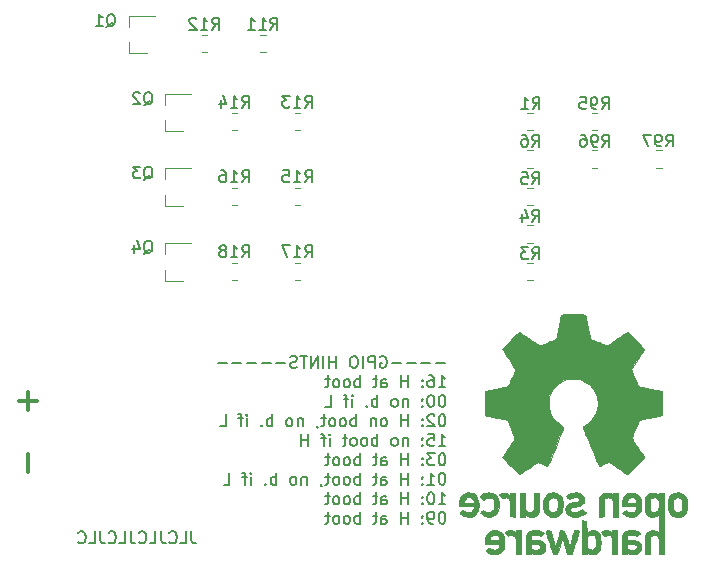
<source format=gbo>
G04 #@! TF.GenerationSoftware,KiCad,Pcbnew,(5.1.9)-1*
G04 #@! TF.CreationDate,2021-06-01T19:36:45+03:00*
G04 #@! TF.ProjectId,ESP-RGBW-3S,4553502d-5247-4425-972d-33532e6b6963,0.4*
G04 #@! TF.SameCoordinates,Original*
G04 #@! TF.FileFunction,Legend,Bot*
G04 #@! TF.FilePolarity,Positive*
%FSLAX46Y46*%
G04 Gerber Fmt 4.6, Leading zero omitted, Abs format (unit mm)*
G04 Created by KiCad (PCBNEW (5.1.9)-1) date 2021-06-01 19:36:45*
%MOMM*%
%LPD*%
G01*
G04 APERTURE LIST*
%ADD10C,0.150000*%
%ADD11C,0.300000*%
%ADD12C,0.120000*%
%ADD13C,0.010000*%
%ADD14C,2.702000*%
%ADD15C,2.642000*%
%ADD16O,2.302000X1.842000*%
%ADD17C,0.802000*%
%ADD18C,4.502000*%
%ADD19C,1.902000*%
%ADD20O,1.802000X1.802000*%
G04 APERTURE END LIST*
D10*
X56052404Y-56082428D02*
X55290500Y-56082428D01*
X54814309Y-56082428D02*
X54052404Y-56082428D01*
X53576214Y-56082428D02*
X52814309Y-56082428D01*
X52338119Y-56082428D02*
X51576214Y-56082428D01*
X50576214Y-55511000D02*
X50671452Y-55463380D01*
X50814309Y-55463380D01*
X50957166Y-55511000D01*
X51052404Y-55606238D01*
X51100023Y-55701476D01*
X51147642Y-55891952D01*
X51147642Y-56034809D01*
X51100023Y-56225285D01*
X51052404Y-56320523D01*
X50957166Y-56415761D01*
X50814309Y-56463380D01*
X50719071Y-56463380D01*
X50576214Y-56415761D01*
X50528595Y-56368142D01*
X50528595Y-56034809D01*
X50719071Y-56034809D01*
X50100023Y-56463380D02*
X50100023Y-55463380D01*
X49719071Y-55463380D01*
X49623833Y-55511000D01*
X49576214Y-55558619D01*
X49528595Y-55653857D01*
X49528595Y-55796714D01*
X49576214Y-55891952D01*
X49623833Y-55939571D01*
X49719071Y-55987190D01*
X50100023Y-55987190D01*
X49100023Y-56463380D02*
X49100023Y-55463380D01*
X48433357Y-55463380D02*
X48242880Y-55463380D01*
X48147642Y-55511000D01*
X48052404Y-55606238D01*
X48004785Y-55796714D01*
X48004785Y-56130047D01*
X48052404Y-56320523D01*
X48147642Y-56415761D01*
X48242880Y-56463380D01*
X48433357Y-56463380D01*
X48528595Y-56415761D01*
X48623833Y-56320523D01*
X48671452Y-56130047D01*
X48671452Y-55796714D01*
X48623833Y-55606238D01*
X48528595Y-55511000D01*
X48433357Y-55463380D01*
X46814309Y-56463380D02*
X46814309Y-55463380D01*
X46814309Y-55939571D02*
X46242880Y-55939571D01*
X46242880Y-56463380D02*
X46242880Y-55463380D01*
X45766690Y-56463380D02*
X45766690Y-55463380D01*
X45290500Y-56463380D02*
X45290500Y-55463380D01*
X44719071Y-56463380D01*
X44719071Y-55463380D01*
X44385738Y-55463380D02*
X43814309Y-55463380D01*
X44100023Y-56463380D02*
X44100023Y-55463380D01*
X43528595Y-56415761D02*
X43385738Y-56463380D01*
X43147642Y-56463380D01*
X43052404Y-56415761D01*
X43004785Y-56368142D01*
X42957166Y-56272904D01*
X42957166Y-56177666D01*
X43004785Y-56082428D01*
X43052404Y-56034809D01*
X43147642Y-55987190D01*
X43338119Y-55939571D01*
X43433357Y-55891952D01*
X43480976Y-55844333D01*
X43528595Y-55749095D01*
X43528595Y-55653857D01*
X43480976Y-55558619D01*
X43433357Y-55511000D01*
X43338119Y-55463380D01*
X43100023Y-55463380D01*
X42957166Y-55511000D01*
X42528595Y-56082428D02*
X41766690Y-56082428D01*
X41290500Y-56082428D02*
X40528595Y-56082428D01*
X40052404Y-56082428D02*
X39290500Y-56082428D01*
X38814309Y-56082428D02*
X38052404Y-56082428D01*
X37576214Y-56082428D02*
X36814309Y-56082428D01*
X55528595Y-58113380D02*
X56100023Y-58113380D01*
X55814309Y-58113380D02*
X55814309Y-57113380D01*
X55909547Y-57256238D01*
X56004785Y-57351476D01*
X56100023Y-57399095D01*
X54671452Y-57113380D02*
X54861928Y-57113380D01*
X54957166Y-57161000D01*
X55004785Y-57208619D01*
X55100023Y-57351476D01*
X55147642Y-57541952D01*
X55147642Y-57922904D01*
X55100023Y-58018142D01*
X55052404Y-58065761D01*
X54957166Y-58113380D01*
X54766690Y-58113380D01*
X54671452Y-58065761D01*
X54623833Y-58018142D01*
X54576214Y-57922904D01*
X54576214Y-57684809D01*
X54623833Y-57589571D01*
X54671452Y-57541952D01*
X54766690Y-57494333D01*
X54957166Y-57494333D01*
X55052404Y-57541952D01*
X55100023Y-57589571D01*
X55147642Y-57684809D01*
X54147642Y-58018142D02*
X54100023Y-58065761D01*
X54147642Y-58113380D01*
X54195261Y-58065761D01*
X54147642Y-58018142D01*
X54147642Y-58113380D01*
X54147642Y-57494333D02*
X54100023Y-57541952D01*
X54147642Y-57589571D01*
X54195261Y-57541952D01*
X54147642Y-57494333D01*
X54147642Y-57589571D01*
X52909547Y-58113380D02*
X52909547Y-57113380D01*
X52909547Y-57589571D02*
X52338119Y-57589571D01*
X52338119Y-58113380D02*
X52338119Y-57113380D01*
X50671452Y-58113380D02*
X50671452Y-57589571D01*
X50719071Y-57494333D01*
X50814309Y-57446714D01*
X51004785Y-57446714D01*
X51100023Y-57494333D01*
X50671452Y-58065761D02*
X50766690Y-58113380D01*
X51004785Y-58113380D01*
X51100023Y-58065761D01*
X51147642Y-57970523D01*
X51147642Y-57875285D01*
X51100023Y-57780047D01*
X51004785Y-57732428D01*
X50766690Y-57732428D01*
X50671452Y-57684809D01*
X50338119Y-57446714D02*
X49957166Y-57446714D01*
X50195261Y-57113380D02*
X50195261Y-57970523D01*
X50147642Y-58065761D01*
X50052404Y-58113380D01*
X49957166Y-58113380D01*
X48861928Y-58113380D02*
X48861928Y-57113380D01*
X48861928Y-57494333D02*
X48766690Y-57446714D01*
X48576214Y-57446714D01*
X48480976Y-57494333D01*
X48433357Y-57541952D01*
X48385738Y-57637190D01*
X48385738Y-57922904D01*
X48433357Y-58018142D01*
X48480976Y-58065761D01*
X48576214Y-58113380D01*
X48766690Y-58113380D01*
X48861928Y-58065761D01*
X47814309Y-58113380D02*
X47909547Y-58065761D01*
X47957166Y-58018142D01*
X48004785Y-57922904D01*
X48004785Y-57637190D01*
X47957166Y-57541952D01*
X47909547Y-57494333D01*
X47814309Y-57446714D01*
X47671452Y-57446714D01*
X47576214Y-57494333D01*
X47528595Y-57541952D01*
X47480976Y-57637190D01*
X47480976Y-57922904D01*
X47528595Y-58018142D01*
X47576214Y-58065761D01*
X47671452Y-58113380D01*
X47814309Y-58113380D01*
X46909547Y-58113380D02*
X47004785Y-58065761D01*
X47052404Y-58018142D01*
X47100023Y-57922904D01*
X47100023Y-57637190D01*
X47052404Y-57541952D01*
X47004785Y-57494333D01*
X46909547Y-57446714D01*
X46766690Y-57446714D01*
X46671452Y-57494333D01*
X46623833Y-57541952D01*
X46576214Y-57637190D01*
X46576214Y-57922904D01*
X46623833Y-58018142D01*
X46671452Y-58065761D01*
X46766690Y-58113380D01*
X46909547Y-58113380D01*
X46290500Y-57446714D02*
X45909547Y-57446714D01*
X46147642Y-57113380D02*
X46147642Y-57970523D01*
X46100023Y-58065761D01*
X46004785Y-58113380D01*
X45909547Y-58113380D01*
X55861928Y-58763380D02*
X55766690Y-58763380D01*
X55671452Y-58811000D01*
X55623833Y-58858619D01*
X55576214Y-58953857D01*
X55528595Y-59144333D01*
X55528595Y-59382428D01*
X55576214Y-59572904D01*
X55623833Y-59668142D01*
X55671452Y-59715761D01*
X55766690Y-59763380D01*
X55861928Y-59763380D01*
X55957166Y-59715761D01*
X56004785Y-59668142D01*
X56052404Y-59572904D01*
X56100023Y-59382428D01*
X56100023Y-59144333D01*
X56052404Y-58953857D01*
X56004785Y-58858619D01*
X55957166Y-58811000D01*
X55861928Y-58763380D01*
X54909547Y-58763380D02*
X54814309Y-58763380D01*
X54719071Y-58811000D01*
X54671452Y-58858619D01*
X54623833Y-58953857D01*
X54576214Y-59144333D01*
X54576214Y-59382428D01*
X54623833Y-59572904D01*
X54671452Y-59668142D01*
X54719071Y-59715761D01*
X54814309Y-59763380D01*
X54909547Y-59763380D01*
X55004785Y-59715761D01*
X55052404Y-59668142D01*
X55100023Y-59572904D01*
X55147642Y-59382428D01*
X55147642Y-59144333D01*
X55100023Y-58953857D01*
X55052404Y-58858619D01*
X55004785Y-58811000D01*
X54909547Y-58763380D01*
X54147642Y-59668142D02*
X54100023Y-59715761D01*
X54147642Y-59763380D01*
X54195261Y-59715761D01*
X54147642Y-59668142D01*
X54147642Y-59763380D01*
X54147642Y-59144333D02*
X54100023Y-59191952D01*
X54147642Y-59239571D01*
X54195261Y-59191952D01*
X54147642Y-59144333D01*
X54147642Y-59239571D01*
X52909547Y-59096714D02*
X52909547Y-59763380D01*
X52909547Y-59191952D02*
X52861928Y-59144333D01*
X52766690Y-59096714D01*
X52623833Y-59096714D01*
X52528595Y-59144333D01*
X52480976Y-59239571D01*
X52480976Y-59763380D01*
X51861928Y-59763380D02*
X51957166Y-59715761D01*
X52004785Y-59668142D01*
X52052404Y-59572904D01*
X52052404Y-59287190D01*
X52004785Y-59191952D01*
X51957166Y-59144333D01*
X51861928Y-59096714D01*
X51719071Y-59096714D01*
X51623833Y-59144333D01*
X51576214Y-59191952D01*
X51528595Y-59287190D01*
X51528595Y-59572904D01*
X51576214Y-59668142D01*
X51623833Y-59715761D01*
X51719071Y-59763380D01*
X51861928Y-59763380D01*
X50338119Y-59763380D02*
X50338119Y-58763380D01*
X50338119Y-59144333D02*
X50242880Y-59096714D01*
X50052404Y-59096714D01*
X49957166Y-59144333D01*
X49909547Y-59191952D01*
X49861928Y-59287190D01*
X49861928Y-59572904D01*
X49909547Y-59668142D01*
X49957166Y-59715761D01*
X50052404Y-59763380D01*
X50242880Y-59763380D01*
X50338119Y-59715761D01*
X49433357Y-59668142D02*
X49385738Y-59715761D01*
X49433357Y-59763380D01*
X49480976Y-59715761D01*
X49433357Y-59668142D01*
X49433357Y-59763380D01*
X48195261Y-59763380D02*
X48195261Y-59096714D01*
X48195261Y-58763380D02*
X48242880Y-58811000D01*
X48195261Y-58858619D01*
X48147642Y-58811000D01*
X48195261Y-58763380D01*
X48195261Y-58858619D01*
X47861928Y-59096714D02*
X47480976Y-59096714D01*
X47719071Y-59763380D02*
X47719071Y-58906238D01*
X47671452Y-58811000D01*
X47576214Y-58763380D01*
X47480976Y-58763380D01*
X45909547Y-59763380D02*
X46385738Y-59763380D01*
X46385738Y-58763380D01*
X55861928Y-60413380D02*
X55766690Y-60413380D01*
X55671452Y-60461000D01*
X55623833Y-60508619D01*
X55576214Y-60603857D01*
X55528595Y-60794333D01*
X55528595Y-61032428D01*
X55576214Y-61222904D01*
X55623833Y-61318142D01*
X55671452Y-61365761D01*
X55766690Y-61413380D01*
X55861928Y-61413380D01*
X55957166Y-61365761D01*
X56004785Y-61318142D01*
X56052404Y-61222904D01*
X56100023Y-61032428D01*
X56100023Y-60794333D01*
X56052404Y-60603857D01*
X56004785Y-60508619D01*
X55957166Y-60461000D01*
X55861928Y-60413380D01*
X55147642Y-60508619D02*
X55100023Y-60461000D01*
X55004785Y-60413380D01*
X54766690Y-60413380D01*
X54671452Y-60461000D01*
X54623833Y-60508619D01*
X54576214Y-60603857D01*
X54576214Y-60699095D01*
X54623833Y-60841952D01*
X55195261Y-61413380D01*
X54576214Y-61413380D01*
X54147642Y-61318142D02*
X54100023Y-61365761D01*
X54147642Y-61413380D01*
X54195261Y-61365761D01*
X54147642Y-61318142D01*
X54147642Y-61413380D01*
X54147642Y-60794333D02*
X54100023Y-60841952D01*
X54147642Y-60889571D01*
X54195261Y-60841952D01*
X54147642Y-60794333D01*
X54147642Y-60889571D01*
X52909547Y-61413380D02*
X52909547Y-60413380D01*
X52909547Y-60889571D02*
X52338119Y-60889571D01*
X52338119Y-61413380D02*
X52338119Y-60413380D01*
X50957166Y-61413380D02*
X51052404Y-61365761D01*
X51100023Y-61318142D01*
X51147642Y-61222904D01*
X51147642Y-60937190D01*
X51100023Y-60841952D01*
X51052404Y-60794333D01*
X50957166Y-60746714D01*
X50814309Y-60746714D01*
X50719071Y-60794333D01*
X50671452Y-60841952D01*
X50623833Y-60937190D01*
X50623833Y-61222904D01*
X50671452Y-61318142D01*
X50719071Y-61365761D01*
X50814309Y-61413380D01*
X50957166Y-61413380D01*
X50195261Y-60746714D02*
X50195261Y-61413380D01*
X50195261Y-60841952D02*
X50147642Y-60794333D01*
X50052404Y-60746714D01*
X49909547Y-60746714D01*
X49814309Y-60794333D01*
X49766690Y-60889571D01*
X49766690Y-61413380D01*
X48528595Y-61413380D02*
X48528595Y-60413380D01*
X48528595Y-60794333D02*
X48433357Y-60746714D01*
X48242880Y-60746714D01*
X48147642Y-60794333D01*
X48100023Y-60841952D01*
X48052404Y-60937190D01*
X48052404Y-61222904D01*
X48100023Y-61318142D01*
X48147642Y-61365761D01*
X48242880Y-61413380D01*
X48433357Y-61413380D01*
X48528595Y-61365761D01*
X47480976Y-61413380D02*
X47576214Y-61365761D01*
X47623833Y-61318142D01*
X47671452Y-61222904D01*
X47671452Y-60937190D01*
X47623833Y-60841952D01*
X47576214Y-60794333D01*
X47480976Y-60746714D01*
X47338119Y-60746714D01*
X47242880Y-60794333D01*
X47195261Y-60841952D01*
X47147642Y-60937190D01*
X47147642Y-61222904D01*
X47195261Y-61318142D01*
X47242880Y-61365761D01*
X47338119Y-61413380D01*
X47480976Y-61413380D01*
X46576214Y-61413380D02*
X46671452Y-61365761D01*
X46719071Y-61318142D01*
X46766690Y-61222904D01*
X46766690Y-60937190D01*
X46719071Y-60841952D01*
X46671452Y-60794333D01*
X46576214Y-60746714D01*
X46433357Y-60746714D01*
X46338119Y-60794333D01*
X46290500Y-60841952D01*
X46242880Y-60937190D01*
X46242880Y-61222904D01*
X46290500Y-61318142D01*
X46338119Y-61365761D01*
X46433357Y-61413380D01*
X46576214Y-61413380D01*
X45957166Y-60746714D02*
X45576214Y-60746714D01*
X45814309Y-60413380D02*
X45814309Y-61270523D01*
X45766690Y-61365761D01*
X45671452Y-61413380D01*
X45576214Y-61413380D01*
X45195261Y-61365761D02*
X45195261Y-61413380D01*
X45242880Y-61508619D01*
X45290500Y-61556238D01*
X44004785Y-60746714D02*
X44004785Y-61413380D01*
X44004785Y-60841952D02*
X43957166Y-60794333D01*
X43861928Y-60746714D01*
X43719071Y-60746714D01*
X43623833Y-60794333D01*
X43576214Y-60889571D01*
X43576214Y-61413380D01*
X42957166Y-61413380D02*
X43052404Y-61365761D01*
X43100023Y-61318142D01*
X43147642Y-61222904D01*
X43147642Y-60937190D01*
X43100023Y-60841952D01*
X43052404Y-60794333D01*
X42957166Y-60746714D01*
X42814309Y-60746714D01*
X42719071Y-60794333D01*
X42671452Y-60841952D01*
X42623833Y-60937190D01*
X42623833Y-61222904D01*
X42671452Y-61318142D01*
X42719071Y-61365761D01*
X42814309Y-61413380D01*
X42957166Y-61413380D01*
X41433357Y-61413380D02*
X41433357Y-60413380D01*
X41433357Y-60794333D02*
X41338119Y-60746714D01*
X41147642Y-60746714D01*
X41052404Y-60794333D01*
X41004785Y-60841952D01*
X40957166Y-60937190D01*
X40957166Y-61222904D01*
X41004785Y-61318142D01*
X41052404Y-61365761D01*
X41147642Y-61413380D01*
X41338119Y-61413380D01*
X41433357Y-61365761D01*
X40528595Y-61318142D02*
X40480976Y-61365761D01*
X40528595Y-61413380D01*
X40576214Y-61365761D01*
X40528595Y-61318142D01*
X40528595Y-61413380D01*
X39290500Y-61413380D02*
X39290500Y-60746714D01*
X39290500Y-60413380D02*
X39338119Y-60461000D01*
X39290500Y-60508619D01*
X39242880Y-60461000D01*
X39290500Y-60413380D01*
X39290500Y-60508619D01*
X38957166Y-60746714D02*
X38576214Y-60746714D01*
X38814309Y-61413380D02*
X38814309Y-60556238D01*
X38766690Y-60461000D01*
X38671452Y-60413380D01*
X38576214Y-60413380D01*
X37004785Y-61413380D02*
X37480976Y-61413380D01*
X37480976Y-60413380D01*
X55528595Y-63063380D02*
X56100023Y-63063380D01*
X55814309Y-63063380D02*
X55814309Y-62063380D01*
X55909547Y-62206238D01*
X56004785Y-62301476D01*
X56100023Y-62349095D01*
X54623833Y-62063380D02*
X55100023Y-62063380D01*
X55147642Y-62539571D01*
X55100023Y-62491952D01*
X55004785Y-62444333D01*
X54766690Y-62444333D01*
X54671452Y-62491952D01*
X54623833Y-62539571D01*
X54576214Y-62634809D01*
X54576214Y-62872904D01*
X54623833Y-62968142D01*
X54671452Y-63015761D01*
X54766690Y-63063380D01*
X55004785Y-63063380D01*
X55100023Y-63015761D01*
X55147642Y-62968142D01*
X54147642Y-62968142D02*
X54100023Y-63015761D01*
X54147642Y-63063380D01*
X54195261Y-63015761D01*
X54147642Y-62968142D01*
X54147642Y-63063380D01*
X54147642Y-62444333D02*
X54100023Y-62491952D01*
X54147642Y-62539571D01*
X54195261Y-62491952D01*
X54147642Y-62444333D01*
X54147642Y-62539571D01*
X52909547Y-62396714D02*
X52909547Y-63063380D01*
X52909547Y-62491952D02*
X52861928Y-62444333D01*
X52766690Y-62396714D01*
X52623833Y-62396714D01*
X52528595Y-62444333D01*
X52480976Y-62539571D01*
X52480976Y-63063380D01*
X51861928Y-63063380D02*
X51957166Y-63015761D01*
X52004785Y-62968142D01*
X52052404Y-62872904D01*
X52052404Y-62587190D01*
X52004785Y-62491952D01*
X51957166Y-62444333D01*
X51861928Y-62396714D01*
X51719071Y-62396714D01*
X51623833Y-62444333D01*
X51576214Y-62491952D01*
X51528595Y-62587190D01*
X51528595Y-62872904D01*
X51576214Y-62968142D01*
X51623833Y-63015761D01*
X51719071Y-63063380D01*
X51861928Y-63063380D01*
X50338119Y-63063380D02*
X50338119Y-62063380D01*
X50338119Y-62444333D02*
X50242880Y-62396714D01*
X50052404Y-62396714D01*
X49957166Y-62444333D01*
X49909547Y-62491952D01*
X49861928Y-62587190D01*
X49861928Y-62872904D01*
X49909547Y-62968142D01*
X49957166Y-63015761D01*
X50052404Y-63063380D01*
X50242880Y-63063380D01*
X50338119Y-63015761D01*
X49290500Y-63063380D02*
X49385738Y-63015761D01*
X49433357Y-62968142D01*
X49480976Y-62872904D01*
X49480976Y-62587190D01*
X49433357Y-62491952D01*
X49385738Y-62444333D01*
X49290500Y-62396714D01*
X49147642Y-62396714D01*
X49052404Y-62444333D01*
X49004785Y-62491952D01*
X48957166Y-62587190D01*
X48957166Y-62872904D01*
X49004785Y-62968142D01*
X49052404Y-63015761D01*
X49147642Y-63063380D01*
X49290500Y-63063380D01*
X48385738Y-63063380D02*
X48480976Y-63015761D01*
X48528595Y-62968142D01*
X48576214Y-62872904D01*
X48576214Y-62587190D01*
X48528595Y-62491952D01*
X48480976Y-62444333D01*
X48385738Y-62396714D01*
X48242880Y-62396714D01*
X48147642Y-62444333D01*
X48100023Y-62491952D01*
X48052404Y-62587190D01*
X48052404Y-62872904D01*
X48100023Y-62968142D01*
X48147642Y-63015761D01*
X48242880Y-63063380D01*
X48385738Y-63063380D01*
X47766690Y-62396714D02*
X47385738Y-62396714D01*
X47623833Y-62063380D02*
X47623833Y-62920523D01*
X47576214Y-63015761D01*
X47480976Y-63063380D01*
X47385738Y-63063380D01*
X46290500Y-63063380D02*
X46290500Y-62396714D01*
X46290500Y-62063380D02*
X46338119Y-62111000D01*
X46290500Y-62158619D01*
X46242880Y-62111000D01*
X46290500Y-62063380D01*
X46290500Y-62158619D01*
X45957166Y-62396714D02*
X45576214Y-62396714D01*
X45814309Y-63063380D02*
X45814309Y-62206238D01*
X45766690Y-62111000D01*
X45671452Y-62063380D01*
X45576214Y-62063380D01*
X44480976Y-63063380D02*
X44480976Y-62063380D01*
X44480976Y-62539571D02*
X43909547Y-62539571D01*
X43909547Y-63063380D02*
X43909547Y-62063380D01*
X55861928Y-63713380D02*
X55766690Y-63713380D01*
X55671452Y-63761000D01*
X55623833Y-63808619D01*
X55576214Y-63903857D01*
X55528595Y-64094333D01*
X55528595Y-64332428D01*
X55576214Y-64522904D01*
X55623833Y-64618142D01*
X55671452Y-64665761D01*
X55766690Y-64713380D01*
X55861928Y-64713380D01*
X55957166Y-64665761D01*
X56004785Y-64618142D01*
X56052404Y-64522904D01*
X56100023Y-64332428D01*
X56100023Y-64094333D01*
X56052404Y-63903857D01*
X56004785Y-63808619D01*
X55957166Y-63761000D01*
X55861928Y-63713380D01*
X55195261Y-63713380D02*
X54576214Y-63713380D01*
X54909547Y-64094333D01*
X54766690Y-64094333D01*
X54671452Y-64141952D01*
X54623833Y-64189571D01*
X54576214Y-64284809D01*
X54576214Y-64522904D01*
X54623833Y-64618142D01*
X54671452Y-64665761D01*
X54766690Y-64713380D01*
X55052404Y-64713380D01*
X55147642Y-64665761D01*
X55195261Y-64618142D01*
X54147642Y-64618142D02*
X54100023Y-64665761D01*
X54147642Y-64713380D01*
X54195261Y-64665761D01*
X54147642Y-64618142D01*
X54147642Y-64713380D01*
X54147642Y-64094333D02*
X54100023Y-64141952D01*
X54147642Y-64189571D01*
X54195261Y-64141952D01*
X54147642Y-64094333D01*
X54147642Y-64189571D01*
X52909547Y-64713380D02*
X52909547Y-63713380D01*
X52909547Y-64189571D02*
X52338119Y-64189571D01*
X52338119Y-64713380D02*
X52338119Y-63713380D01*
X50671452Y-64713380D02*
X50671452Y-64189571D01*
X50719071Y-64094333D01*
X50814309Y-64046714D01*
X51004785Y-64046714D01*
X51100023Y-64094333D01*
X50671452Y-64665761D02*
X50766690Y-64713380D01*
X51004785Y-64713380D01*
X51100023Y-64665761D01*
X51147642Y-64570523D01*
X51147642Y-64475285D01*
X51100023Y-64380047D01*
X51004785Y-64332428D01*
X50766690Y-64332428D01*
X50671452Y-64284809D01*
X50338119Y-64046714D02*
X49957166Y-64046714D01*
X50195261Y-63713380D02*
X50195261Y-64570523D01*
X50147642Y-64665761D01*
X50052404Y-64713380D01*
X49957166Y-64713380D01*
X48861928Y-64713380D02*
X48861928Y-63713380D01*
X48861928Y-64094333D02*
X48766690Y-64046714D01*
X48576214Y-64046714D01*
X48480976Y-64094333D01*
X48433357Y-64141952D01*
X48385738Y-64237190D01*
X48385738Y-64522904D01*
X48433357Y-64618142D01*
X48480976Y-64665761D01*
X48576214Y-64713380D01*
X48766690Y-64713380D01*
X48861928Y-64665761D01*
X47814309Y-64713380D02*
X47909547Y-64665761D01*
X47957166Y-64618142D01*
X48004785Y-64522904D01*
X48004785Y-64237190D01*
X47957166Y-64141952D01*
X47909547Y-64094333D01*
X47814309Y-64046714D01*
X47671452Y-64046714D01*
X47576214Y-64094333D01*
X47528595Y-64141952D01*
X47480976Y-64237190D01*
X47480976Y-64522904D01*
X47528595Y-64618142D01*
X47576214Y-64665761D01*
X47671452Y-64713380D01*
X47814309Y-64713380D01*
X46909547Y-64713380D02*
X47004785Y-64665761D01*
X47052404Y-64618142D01*
X47100023Y-64522904D01*
X47100023Y-64237190D01*
X47052404Y-64141952D01*
X47004785Y-64094333D01*
X46909547Y-64046714D01*
X46766690Y-64046714D01*
X46671452Y-64094333D01*
X46623833Y-64141952D01*
X46576214Y-64237190D01*
X46576214Y-64522904D01*
X46623833Y-64618142D01*
X46671452Y-64665761D01*
X46766690Y-64713380D01*
X46909547Y-64713380D01*
X46290500Y-64046714D02*
X45909547Y-64046714D01*
X46147642Y-63713380D02*
X46147642Y-64570523D01*
X46100023Y-64665761D01*
X46004785Y-64713380D01*
X45909547Y-64713380D01*
X55861928Y-65363380D02*
X55766690Y-65363380D01*
X55671452Y-65411000D01*
X55623833Y-65458619D01*
X55576214Y-65553857D01*
X55528595Y-65744333D01*
X55528595Y-65982428D01*
X55576214Y-66172904D01*
X55623833Y-66268142D01*
X55671452Y-66315761D01*
X55766690Y-66363380D01*
X55861928Y-66363380D01*
X55957166Y-66315761D01*
X56004785Y-66268142D01*
X56052404Y-66172904D01*
X56100023Y-65982428D01*
X56100023Y-65744333D01*
X56052404Y-65553857D01*
X56004785Y-65458619D01*
X55957166Y-65411000D01*
X55861928Y-65363380D01*
X54576214Y-66363380D02*
X55147642Y-66363380D01*
X54861928Y-66363380D02*
X54861928Y-65363380D01*
X54957166Y-65506238D01*
X55052404Y-65601476D01*
X55147642Y-65649095D01*
X54147642Y-66268142D02*
X54100023Y-66315761D01*
X54147642Y-66363380D01*
X54195261Y-66315761D01*
X54147642Y-66268142D01*
X54147642Y-66363380D01*
X54147642Y-65744333D02*
X54100023Y-65791952D01*
X54147642Y-65839571D01*
X54195261Y-65791952D01*
X54147642Y-65744333D01*
X54147642Y-65839571D01*
X52909547Y-66363380D02*
X52909547Y-65363380D01*
X52909547Y-65839571D02*
X52338119Y-65839571D01*
X52338119Y-66363380D02*
X52338119Y-65363380D01*
X50671452Y-66363380D02*
X50671452Y-65839571D01*
X50719071Y-65744333D01*
X50814309Y-65696714D01*
X51004785Y-65696714D01*
X51100023Y-65744333D01*
X50671452Y-66315761D02*
X50766690Y-66363380D01*
X51004785Y-66363380D01*
X51100023Y-66315761D01*
X51147642Y-66220523D01*
X51147642Y-66125285D01*
X51100023Y-66030047D01*
X51004785Y-65982428D01*
X50766690Y-65982428D01*
X50671452Y-65934809D01*
X50338119Y-65696714D02*
X49957166Y-65696714D01*
X50195261Y-65363380D02*
X50195261Y-66220523D01*
X50147642Y-66315761D01*
X50052404Y-66363380D01*
X49957166Y-66363380D01*
X48861928Y-66363380D02*
X48861928Y-65363380D01*
X48861928Y-65744333D02*
X48766690Y-65696714D01*
X48576214Y-65696714D01*
X48480976Y-65744333D01*
X48433357Y-65791952D01*
X48385738Y-65887190D01*
X48385738Y-66172904D01*
X48433357Y-66268142D01*
X48480976Y-66315761D01*
X48576214Y-66363380D01*
X48766690Y-66363380D01*
X48861928Y-66315761D01*
X47814309Y-66363380D02*
X47909547Y-66315761D01*
X47957166Y-66268142D01*
X48004785Y-66172904D01*
X48004785Y-65887190D01*
X47957166Y-65791952D01*
X47909547Y-65744333D01*
X47814309Y-65696714D01*
X47671452Y-65696714D01*
X47576214Y-65744333D01*
X47528595Y-65791952D01*
X47480976Y-65887190D01*
X47480976Y-66172904D01*
X47528595Y-66268142D01*
X47576214Y-66315761D01*
X47671452Y-66363380D01*
X47814309Y-66363380D01*
X46909547Y-66363380D02*
X47004785Y-66315761D01*
X47052404Y-66268142D01*
X47100023Y-66172904D01*
X47100023Y-65887190D01*
X47052404Y-65791952D01*
X47004785Y-65744333D01*
X46909547Y-65696714D01*
X46766690Y-65696714D01*
X46671452Y-65744333D01*
X46623833Y-65791952D01*
X46576214Y-65887190D01*
X46576214Y-66172904D01*
X46623833Y-66268142D01*
X46671452Y-66315761D01*
X46766690Y-66363380D01*
X46909547Y-66363380D01*
X46290500Y-65696714D02*
X45909547Y-65696714D01*
X46147642Y-65363380D02*
X46147642Y-66220523D01*
X46100023Y-66315761D01*
X46004785Y-66363380D01*
X45909547Y-66363380D01*
X45528595Y-66315761D02*
X45528595Y-66363380D01*
X45576214Y-66458619D01*
X45623833Y-66506238D01*
X44338119Y-65696714D02*
X44338119Y-66363380D01*
X44338119Y-65791952D02*
X44290500Y-65744333D01*
X44195261Y-65696714D01*
X44052404Y-65696714D01*
X43957166Y-65744333D01*
X43909547Y-65839571D01*
X43909547Y-66363380D01*
X43290500Y-66363380D02*
X43385738Y-66315761D01*
X43433357Y-66268142D01*
X43480976Y-66172904D01*
X43480976Y-65887190D01*
X43433357Y-65791952D01*
X43385738Y-65744333D01*
X43290500Y-65696714D01*
X43147642Y-65696714D01*
X43052404Y-65744333D01*
X43004785Y-65791952D01*
X42957166Y-65887190D01*
X42957166Y-66172904D01*
X43004785Y-66268142D01*
X43052404Y-66315761D01*
X43147642Y-66363380D01*
X43290500Y-66363380D01*
X41766690Y-66363380D02*
X41766690Y-65363380D01*
X41766690Y-65744333D02*
X41671452Y-65696714D01*
X41480976Y-65696714D01*
X41385738Y-65744333D01*
X41338119Y-65791952D01*
X41290500Y-65887190D01*
X41290500Y-66172904D01*
X41338119Y-66268142D01*
X41385738Y-66315761D01*
X41480976Y-66363380D01*
X41671452Y-66363380D01*
X41766690Y-66315761D01*
X40861928Y-66268142D02*
X40814309Y-66315761D01*
X40861928Y-66363380D01*
X40909547Y-66315761D01*
X40861928Y-66268142D01*
X40861928Y-66363380D01*
X39623833Y-66363380D02*
X39623833Y-65696714D01*
X39623833Y-65363380D02*
X39671452Y-65411000D01*
X39623833Y-65458619D01*
X39576214Y-65411000D01*
X39623833Y-65363380D01*
X39623833Y-65458619D01*
X39290500Y-65696714D02*
X38909547Y-65696714D01*
X39147642Y-66363380D02*
X39147642Y-65506238D01*
X39100023Y-65411000D01*
X39004785Y-65363380D01*
X38909547Y-65363380D01*
X37338119Y-66363380D02*
X37814309Y-66363380D01*
X37814309Y-65363380D01*
X55528595Y-68013380D02*
X56100023Y-68013380D01*
X55814309Y-68013380D02*
X55814309Y-67013380D01*
X55909547Y-67156238D01*
X56004785Y-67251476D01*
X56100023Y-67299095D01*
X54909547Y-67013380D02*
X54814309Y-67013380D01*
X54719071Y-67061000D01*
X54671452Y-67108619D01*
X54623833Y-67203857D01*
X54576214Y-67394333D01*
X54576214Y-67632428D01*
X54623833Y-67822904D01*
X54671452Y-67918142D01*
X54719071Y-67965761D01*
X54814309Y-68013380D01*
X54909547Y-68013380D01*
X55004785Y-67965761D01*
X55052404Y-67918142D01*
X55100023Y-67822904D01*
X55147642Y-67632428D01*
X55147642Y-67394333D01*
X55100023Y-67203857D01*
X55052404Y-67108619D01*
X55004785Y-67061000D01*
X54909547Y-67013380D01*
X54147642Y-67918142D02*
X54100023Y-67965761D01*
X54147642Y-68013380D01*
X54195261Y-67965761D01*
X54147642Y-67918142D01*
X54147642Y-68013380D01*
X54147642Y-67394333D02*
X54100023Y-67441952D01*
X54147642Y-67489571D01*
X54195261Y-67441952D01*
X54147642Y-67394333D01*
X54147642Y-67489571D01*
X52909547Y-68013380D02*
X52909547Y-67013380D01*
X52909547Y-67489571D02*
X52338119Y-67489571D01*
X52338119Y-68013380D02*
X52338119Y-67013380D01*
X50671452Y-68013380D02*
X50671452Y-67489571D01*
X50719071Y-67394333D01*
X50814309Y-67346714D01*
X51004785Y-67346714D01*
X51100023Y-67394333D01*
X50671452Y-67965761D02*
X50766690Y-68013380D01*
X51004785Y-68013380D01*
X51100023Y-67965761D01*
X51147642Y-67870523D01*
X51147642Y-67775285D01*
X51100023Y-67680047D01*
X51004785Y-67632428D01*
X50766690Y-67632428D01*
X50671452Y-67584809D01*
X50338119Y-67346714D02*
X49957166Y-67346714D01*
X50195261Y-67013380D02*
X50195261Y-67870523D01*
X50147642Y-67965761D01*
X50052404Y-68013380D01*
X49957166Y-68013380D01*
X48861928Y-68013380D02*
X48861928Y-67013380D01*
X48861928Y-67394333D02*
X48766690Y-67346714D01*
X48576214Y-67346714D01*
X48480976Y-67394333D01*
X48433357Y-67441952D01*
X48385738Y-67537190D01*
X48385738Y-67822904D01*
X48433357Y-67918142D01*
X48480976Y-67965761D01*
X48576214Y-68013380D01*
X48766690Y-68013380D01*
X48861928Y-67965761D01*
X47814309Y-68013380D02*
X47909547Y-67965761D01*
X47957166Y-67918142D01*
X48004785Y-67822904D01*
X48004785Y-67537190D01*
X47957166Y-67441952D01*
X47909547Y-67394333D01*
X47814309Y-67346714D01*
X47671452Y-67346714D01*
X47576214Y-67394333D01*
X47528595Y-67441952D01*
X47480976Y-67537190D01*
X47480976Y-67822904D01*
X47528595Y-67918142D01*
X47576214Y-67965761D01*
X47671452Y-68013380D01*
X47814309Y-68013380D01*
X46909547Y-68013380D02*
X47004785Y-67965761D01*
X47052404Y-67918142D01*
X47100023Y-67822904D01*
X47100023Y-67537190D01*
X47052404Y-67441952D01*
X47004785Y-67394333D01*
X46909547Y-67346714D01*
X46766690Y-67346714D01*
X46671452Y-67394333D01*
X46623833Y-67441952D01*
X46576214Y-67537190D01*
X46576214Y-67822904D01*
X46623833Y-67918142D01*
X46671452Y-67965761D01*
X46766690Y-68013380D01*
X46909547Y-68013380D01*
X46290500Y-67346714D02*
X45909547Y-67346714D01*
X46147642Y-67013380D02*
X46147642Y-67870523D01*
X46100023Y-67965761D01*
X46004785Y-68013380D01*
X45909547Y-68013380D01*
X55861928Y-68663380D02*
X55766690Y-68663380D01*
X55671452Y-68711000D01*
X55623833Y-68758619D01*
X55576214Y-68853857D01*
X55528595Y-69044333D01*
X55528595Y-69282428D01*
X55576214Y-69472904D01*
X55623833Y-69568142D01*
X55671452Y-69615761D01*
X55766690Y-69663380D01*
X55861928Y-69663380D01*
X55957166Y-69615761D01*
X56004785Y-69568142D01*
X56052404Y-69472904D01*
X56100023Y-69282428D01*
X56100023Y-69044333D01*
X56052404Y-68853857D01*
X56004785Y-68758619D01*
X55957166Y-68711000D01*
X55861928Y-68663380D01*
X55052404Y-69663380D02*
X54861928Y-69663380D01*
X54766690Y-69615761D01*
X54719071Y-69568142D01*
X54623833Y-69425285D01*
X54576214Y-69234809D01*
X54576214Y-68853857D01*
X54623833Y-68758619D01*
X54671452Y-68711000D01*
X54766690Y-68663380D01*
X54957166Y-68663380D01*
X55052404Y-68711000D01*
X55100023Y-68758619D01*
X55147642Y-68853857D01*
X55147642Y-69091952D01*
X55100023Y-69187190D01*
X55052404Y-69234809D01*
X54957166Y-69282428D01*
X54766690Y-69282428D01*
X54671452Y-69234809D01*
X54623833Y-69187190D01*
X54576214Y-69091952D01*
X54147642Y-69568142D02*
X54100023Y-69615761D01*
X54147642Y-69663380D01*
X54195261Y-69615761D01*
X54147642Y-69568142D01*
X54147642Y-69663380D01*
X54147642Y-69044333D02*
X54100023Y-69091952D01*
X54147642Y-69139571D01*
X54195261Y-69091952D01*
X54147642Y-69044333D01*
X54147642Y-69139571D01*
X52909547Y-69663380D02*
X52909547Y-68663380D01*
X52909547Y-69139571D02*
X52338119Y-69139571D01*
X52338119Y-69663380D02*
X52338119Y-68663380D01*
X50671452Y-69663380D02*
X50671452Y-69139571D01*
X50719071Y-69044333D01*
X50814309Y-68996714D01*
X51004785Y-68996714D01*
X51100023Y-69044333D01*
X50671452Y-69615761D02*
X50766690Y-69663380D01*
X51004785Y-69663380D01*
X51100023Y-69615761D01*
X51147642Y-69520523D01*
X51147642Y-69425285D01*
X51100023Y-69330047D01*
X51004785Y-69282428D01*
X50766690Y-69282428D01*
X50671452Y-69234809D01*
X50338119Y-68996714D02*
X49957166Y-68996714D01*
X50195261Y-68663380D02*
X50195261Y-69520523D01*
X50147642Y-69615761D01*
X50052404Y-69663380D01*
X49957166Y-69663380D01*
X48861928Y-69663380D02*
X48861928Y-68663380D01*
X48861928Y-69044333D02*
X48766690Y-68996714D01*
X48576214Y-68996714D01*
X48480976Y-69044333D01*
X48433357Y-69091952D01*
X48385738Y-69187190D01*
X48385738Y-69472904D01*
X48433357Y-69568142D01*
X48480976Y-69615761D01*
X48576214Y-69663380D01*
X48766690Y-69663380D01*
X48861928Y-69615761D01*
X47814309Y-69663380D02*
X47909547Y-69615761D01*
X47957166Y-69568142D01*
X48004785Y-69472904D01*
X48004785Y-69187190D01*
X47957166Y-69091952D01*
X47909547Y-69044333D01*
X47814309Y-68996714D01*
X47671452Y-68996714D01*
X47576214Y-69044333D01*
X47528595Y-69091952D01*
X47480976Y-69187190D01*
X47480976Y-69472904D01*
X47528595Y-69568142D01*
X47576214Y-69615761D01*
X47671452Y-69663380D01*
X47814309Y-69663380D01*
X46909547Y-69663380D02*
X47004785Y-69615761D01*
X47052404Y-69568142D01*
X47100023Y-69472904D01*
X47100023Y-69187190D01*
X47052404Y-69091952D01*
X47004785Y-69044333D01*
X46909547Y-68996714D01*
X46766690Y-68996714D01*
X46671452Y-69044333D01*
X46623833Y-69091952D01*
X46576214Y-69187190D01*
X46576214Y-69472904D01*
X46623833Y-69568142D01*
X46671452Y-69615761D01*
X46766690Y-69663380D01*
X46909547Y-69663380D01*
X46290500Y-68996714D02*
X45909547Y-68996714D01*
X46147642Y-68663380D02*
X46147642Y-69520523D01*
X46100023Y-69615761D01*
X46004785Y-69663380D01*
X45909547Y-69663380D01*
D11*
X20716857Y-58547095D02*
X20716857Y-60070904D01*
X21478761Y-59309000D02*
X19954952Y-59309000D01*
X20716857Y-63754095D02*
X20716857Y-65277904D01*
D10*
X34591047Y-70318380D02*
X34591047Y-71032666D01*
X34638666Y-71175523D01*
X34733904Y-71270761D01*
X34876761Y-71318380D01*
X34972000Y-71318380D01*
X33638666Y-71318380D02*
X34114857Y-71318380D01*
X34114857Y-70318380D01*
X32733904Y-71223142D02*
X32781523Y-71270761D01*
X32924380Y-71318380D01*
X33019619Y-71318380D01*
X33162476Y-71270761D01*
X33257714Y-71175523D01*
X33305333Y-71080285D01*
X33352952Y-70889809D01*
X33352952Y-70746952D01*
X33305333Y-70556476D01*
X33257714Y-70461238D01*
X33162476Y-70366000D01*
X33019619Y-70318380D01*
X32924380Y-70318380D01*
X32781523Y-70366000D01*
X32733904Y-70413619D01*
X32019619Y-70318380D02*
X32019619Y-71032666D01*
X32067238Y-71175523D01*
X32162476Y-71270761D01*
X32305333Y-71318380D01*
X32400571Y-71318380D01*
X31067238Y-71318380D02*
X31543428Y-71318380D01*
X31543428Y-70318380D01*
X30162476Y-71223142D02*
X30210095Y-71270761D01*
X30352952Y-71318380D01*
X30448190Y-71318380D01*
X30591047Y-71270761D01*
X30686285Y-71175523D01*
X30733904Y-71080285D01*
X30781523Y-70889809D01*
X30781523Y-70746952D01*
X30733904Y-70556476D01*
X30686285Y-70461238D01*
X30591047Y-70366000D01*
X30448190Y-70318380D01*
X30352952Y-70318380D01*
X30210095Y-70366000D01*
X30162476Y-70413619D01*
X29448190Y-70318380D02*
X29448190Y-71032666D01*
X29495809Y-71175523D01*
X29591047Y-71270761D01*
X29733904Y-71318380D01*
X29829142Y-71318380D01*
X28495809Y-71318380D02*
X28972000Y-71318380D01*
X28972000Y-70318380D01*
X27591047Y-71223142D02*
X27638666Y-71270761D01*
X27781523Y-71318380D01*
X27876761Y-71318380D01*
X28019619Y-71270761D01*
X28114857Y-71175523D01*
X28162476Y-71080285D01*
X28210095Y-70889809D01*
X28210095Y-70746952D01*
X28162476Y-70556476D01*
X28114857Y-70461238D01*
X28019619Y-70366000D01*
X27876761Y-70318380D01*
X27781523Y-70318380D01*
X27638666Y-70366000D01*
X27591047Y-70413619D01*
X26876761Y-70318380D02*
X26876761Y-71032666D01*
X26924380Y-71175523D01*
X27019619Y-71270761D01*
X27162476Y-71318380D01*
X27257714Y-71318380D01*
X25924380Y-71318380D02*
X26400571Y-71318380D01*
X26400571Y-70318380D01*
X25019619Y-71223142D02*
X25067238Y-71270761D01*
X25210095Y-71318380D01*
X25305333Y-71318380D01*
X25448190Y-71270761D01*
X25543428Y-71175523D01*
X25591047Y-71080285D01*
X25638666Y-70889809D01*
X25638666Y-70746952D01*
X25591047Y-70556476D01*
X25543428Y-70461238D01*
X25448190Y-70366000D01*
X25305333Y-70318380D01*
X25210095Y-70318380D01*
X25067238Y-70366000D01*
X25019619Y-70413619D01*
D12*
X29339000Y-29801000D02*
X29339000Y-28871000D01*
X29339000Y-26641000D02*
X29339000Y-27571000D01*
X29339000Y-26641000D02*
X31499000Y-26641000D01*
X29339000Y-29801000D02*
X30799000Y-29801000D01*
D13*
G36*
X66664309Y-51943087D02*
G01*
X66458327Y-51943502D01*
X66293564Y-51944475D01*
X66165230Y-51946235D01*
X66068535Y-51949011D01*
X65998688Y-51953033D01*
X65950900Y-51958530D01*
X65920379Y-51965732D01*
X65902336Y-51974869D01*
X65891980Y-51986170D01*
X65888432Y-51992245D01*
X65877993Y-52027615D01*
X65859603Y-52107187D01*
X65834435Y-52225191D01*
X65803667Y-52375856D01*
X65768473Y-52553412D01*
X65730028Y-52752086D01*
X65689508Y-52966109D01*
X65682817Y-53001895D01*
X65641993Y-53217085D01*
X65602771Y-53417154D01*
X65566356Y-53596455D01*
X65533948Y-53749341D01*
X65506750Y-53870164D01*
X65485964Y-53953276D01*
X65472793Y-53993032D01*
X65471362Y-53995109D01*
X65437675Y-54015218D01*
X65364138Y-54050554D01*
X65258289Y-54098028D01*
X65127661Y-54154552D01*
X64979792Y-54217039D01*
X64822214Y-54282400D01*
X64662465Y-54347547D01*
X64508079Y-54409393D01*
X64366591Y-54464848D01*
X64245538Y-54510826D01*
X64152453Y-54544238D01*
X64094873Y-54561996D01*
X64083076Y-54564044D01*
X64047006Y-54553063D01*
X63979191Y-54517758D01*
X63877968Y-54457077D01*
X63741672Y-54369970D01*
X63568639Y-54255385D01*
X63357205Y-54112273D01*
X63234396Y-54028200D01*
X63021625Y-53882094D01*
X62846751Y-53762206D01*
X62705767Y-53666038D01*
X62594665Y-53591091D01*
X62509438Y-53534867D01*
X62446078Y-53494869D01*
X62400577Y-53468599D01*
X62368927Y-53453558D01*
X62347121Y-53447250D01*
X62331151Y-53447175D01*
X62317009Y-53450836D01*
X62311117Y-53452739D01*
X62278655Y-53475220D01*
X62216798Y-53529158D01*
X62130321Y-53609691D01*
X62023998Y-53711960D01*
X61902603Y-53831104D01*
X61770913Y-53962264D01*
X61633700Y-54100578D01*
X61495739Y-54241188D01*
X61361806Y-54379232D01*
X61236675Y-54509850D01*
X61125120Y-54628182D01*
X61031917Y-54729369D01*
X60961839Y-54808549D01*
X60919661Y-54860862D01*
X60909200Y-54879796D01*
X60923176Y-54911801D01*
X60962994Y-54980594D01*
X61025490Y-55081261D01*
X61107499Y-55208883D01*
X61205857Y-55358547D01*
X61317401Y-55525336D01*
X61438965Y-55704334D01*
X61455300Y-55728189D01*
X61619253Y-55969157D01*
X61754420Y-56171692D01*
X61860507Y-56335327D01*
X61937218Y-56459597D01*
X61984259Y-56544039D01*
X62001335Y-56588185D01*
X62001400Y-56589669D01*
X61991379Y-56634646D01*
X61963419Y-56717293D01*
X61920675Y-56830326D01*
X61866303Y-56966459D01*
X61803457Y-57118407D01*
X61735292Y-57278887D01*
X61664963Y-57440612D01*
X61595626Y-57596298D01*
X61530436Y-57738660D01*
X61472548Y-57860413D01*
X61425116Y-57954273D01*
X61391296Y-58012954D01*
X61378128Y-58028767D01*
X61341798Y-58041222D01*
X61261472Y-58061344D01*
X61143164Y-58087864D01*
X60992887Y-58119515D01*
X60816654Y-58155026D01*
X60620477Y-58193130D01*
X60425628Y-58229739D01*
X60216080Y-58268849D01*
X60020635Y-58306023D01*
X59845349Y-58340056D01*
X59696276Y-58369744D01*
X59579471Y-58393883D01*
X59500987Y-58411269D01*
X59467750Y-58420297D01*
X59410600Y-58444310D01*
X59410600Y-59458137D01*
X59410727Y-59712508D01*
X59411242Y-59920773D01*
X59412346Y-60087625D01*
X59414243Y-60217757D01*
X59417133Y-60315863D01*
X59421220Y-60386637D01*
X59426704Y-60434771D01*
X59433788Y-60464958D01*
X59442674Y-60481893D01*
X59453564Y-60490269D01*
X59455050Y-60490937D01*
X59489539Y-60499855D01*
X59568081Y-60516864D01*
X59684781Y-60540792D01*
X59833744Y-60570462D01*
X60009076Y-60604701D01*
X60204882Y-60642335D01*
X60412412Y-60681653D01*
X60666690Y-60730004D01*
X60874626Y-60770765D01*
X61039969Y-60804790D01*
X61166471Y-60832932D01*
X61257881Y-60856046D01*
X61317951Y-60874986D01*
X61350431Y-60890606D01*
X61357008Y-60896727D01*
X61374187Y-60930612D01*
X61407437Y-61005481D01*
X61454138Y-61115084D01*
X61511667Y-61253168D01*
X61577404Y-61413484D01*
X61648726Y-61589780D01*
X61672466Y-61648961D01*
X61765879Y-61885185D01*
X61839105Y-62076857D01*
X61892769Y-62225765D01*
X61927497Y-62333699D01*
X61943917Y-62402446D01*
X61945019Y-62427281D01*
X61928326Y-62463877D01*
X61885892Y-62536837D01*
X61821100Y-62640903D01*
X61737334Y-62770818D01*
X61637978Y-62921325D01*
X61526415Y-63087166D01*
X61421499Y-63240645D01*
X61302732Y-63414318D01*
X61193703Y-63576068D01*
X61097689Y-63720854D01*
X61017970Y-63843632D01*
X60957822Y-63939362D01*
X60920524Y-64003001D01*
X60909201Y-64028650D01*
X60926660Y-64055792D01*
X60976453Y-64114448D01*
X61054699Y-64200506D01*
X61157518Y-64309852D01*
X61281031Y-64438374D01*
X61421357Y-64581959D01*
X61574616Y-64736494D01*
X61615993Y-64777849D01*
X61799878Y-64960758D01*
X61951488Y-65110188D01*
X62074008Y-65229034D01*
X62170622Y-65320192D01*
X62244516Y-65386558D01*
X62298874Y-65431030D01*
X62336881Y-65456502D01*
X62361723Y-65465870D01*
X62371643Y-65464963D01*
X62403478Y-65446747D01*
X62471961Y-65403089D01*
X62571943Y-65337418D01*
X62698274Y-65253166D01*
X62845807Y-65153763D01*
X63009391Y-65042639D01*
X63154535Y-64943369D01*
X63327385Y-64825729D01*
X63488548Y-64717840D01*
X63632890Y-64623003D01*
X63755277Y-64544516D01*
X63850575Y-64485680D01*
X63913650Y-64449794D01*
X63938015Y-64439800D01*
X63977114Y-64451373D01*
X64051403Y-64483217D01*
X64151618Y-64531014D01*
X64268493Y-64590448D01*
X64321581Y-64618515D01*
X64442398Y-64681055D01*
X64550300Y-64733034D01*
X64636134Y-64770334D01*
X64690749Y-64788836D01*
X64702494Y-64789965D01*
X64716267Y-64778292D01*
X64737901Y-64744702D01*
X64768551Y-64686575D01*
X64809371Y-64601291D01*
X64861516Y-64486230D01*
X64926139Y-64338773D01*
X65004396Y-64156298D01*
X65097439Y-63936186D01*
X65206424Y-63675818D01*
X65332504Y-63372573D01*
X65420044Y-63161205D01*
X65532544Y-62888552D01*
X65639125Y-62628890D01*
X65738212Y-62386147D01*
X65828226Y-62164254D01*
X65907590Y-61967137D01*
X65974726Y-61798727D01*
X66028057Y-61662952D01*
X66066006Y-61563742D01*
X66086996Y-61505024D01*
X66090800Y-61490595D01*
X66068626Y-61444172D01*
X66008093Y-61389216D01*
X65982850Y-61371931D01*
X65910586Y-61323442D01*
X65815496Y-61257057D01*
X65715448Y-61185294D01*
X65692258Y-61168348D01*
X65445466Y-60957074D01*
X65238045Y-60716875D01*
X65071346Y-60452517D01*
X64946718Y-60168766D01*
X64865510Y-59870387D01*
X64829073Y-59562146D01*
X64838757Y-59248807D01*
X64895911Y-58935137D01*
X64984168Y-58668480D01*
X65063666Y-58494289D01*
X65157078Y-58337354D01*
X65273762Y-58184174D01*
X65423076Y-58021253D01*
X65455800Y-57988188D01*
X65680892Y-57788065D01*
X65915337Y-57631804D01*
X66170686Y-57512514D01*
X66357500Y-57450337D01*
X66539093Y-57412529D01*
X66751080Y-57391630D01*
X66975952Y-57387641D01*
X67196200Y-57400561D01*
X67394316Y-57430390D01*
X67475100Y-57450337D01*
X67774337Y-57561894D01*
X68050674Y-57715384D01*
X68299990Y-57906403D01*
X68518165Y-58130548D01*
X68701076Y-58383416D01*
X68844603Y-58660604D01*
X68944625Y-58957709D01*
X68963616Y-59040667D01*
X69004359Y-59359829D01*
X68996280Y-59676426D01*
X68941300Y-59985493D01*
X68841341Y-60282064D01*
X68698324Y-60561174D01*
X68514170Y-60817859D01*
X68290800Y-61047151D01*
X68140343Y-61168348D01*
X68041801Y-61239522D01*
X67943848Y-61308379D01*
X67864351Y-61362401D01*
X67849750Y-61371931D01*
X67779118Y-61427527D01*
X67744047Y-61477664D01*
X67741800Y-61490595D01*
X67751303Y-61521804D01*
X67778758Y-61595979D01*
X67822589Y-61709193D01*
X67881218Y-61857515D01*
X67953068Y-62037016D01*
X68036561Y-62243769D01*
X68130120Y-62473844D01*
X68232167Y-62723312D01*
X68341124Y-62988245D01*
X68412557Y-63161205D01*
X68549851Y-63492436D01*
X68669332Y-63779162D01*
X68772153Y-64024001D01*
X68859470Y-64229574D01*
X68932436Y-64398501D01*
X68992205Y-64533402D01*
X69039933Y-64636896D01*
X69076772Y-64711604D01*
X69103878Y-64760146D01*
X69122403Y-64785141D01*
X69130107Y-64789965D01*
X69168169Y-64780993D01*
X69241458Y-64751418D01*
X69340822Y-64705360D01*
X69457109Y-64646938D01*
X69511020Y-64618515D01*
X69632213Y-64555404D01*
X69740729Y-64502073D01*
X69827304Y-64462838D01*
X69882675Y-64442017D01*
X69894586Y-64439800D01*
X69926495Y-64453766D01*
X69994957Y-64493465D01*
X70094838Y-64555598D01*
X70221003Y-64636864D01*
X70368320Y-64733964D01*
X70531653Y-64843598D01*
X70678066Y-64943369D01*
X70851108Y-65061650D01*
X71012397Y-65171075D01*
X71156784Y-65268213D01*
X71279121Y-65349633D01*
X71374257Y-65411906D01*
X71437043Y-65451600D01*
X71460958Y-65464963D01*
X71479423Y-65463875D01*
X71509141Y-65448423D01*
X71553296Y-65415711D01*
X71615074Y-65362843D01*
X71697659Y-65286923D01*
X71804236Y-65185055D01*
X71937991Y-65054343D01*
X72102108Y-64891891D01*
X72216608Y-64777849D01*
X72372588Y-64621146D01*
X72516640Y-64474326D01*
X72644885Y-64341504D01*
X72753443Y-64226790D01*
X72838434Y-64134298D01*
X72895977Y-64068142D01*
X72922194Y-64032432D01*
X72923400Y-64028650D01*
X72909412Y-63998121D01*
X72869630Y-63930974D01*
X72807333Y-63832251D01*
X72725800Y-63706994D01*
X72628307Y-63560246D01*
X72518134Y-63397047D01*
X72411102Y-63240645D01*
X72291638Y-63065702D01*
X72181421Y-62901496D01*
X72083834Y-62753284D01*
X72002263Y-62626323D01*
X71940090Y-62525870D01*
X71900699Y-62457184D01*
X71887582Y-62427281D01*
X71892220Y-62383505D01*
X71914751Y-62301727D01*
X71955803Y-62180158D01*
X72016002Y-62017011D01*
X72095974Y-61810496D01*
X72160135Y-61648961D01*
X72232699Y-61468848D01*
X72300521Y-61302701D01*
X72360981Y-61156770D01*
X72411458Y-61037307D01*
X72449329Y-60950563D01*
X72471972Y-60902789D01*
X72475593Y-60896727D01*
X72496974Y-60882314D01*
X72544272Y-60864961D01*
X72621237Y-60843815D01*
X72731620Y-60818021D01*
X72879171Y-60786726D01*
X73067642Y-60749076D01*
X73300781Y-60704216D01*
X73420189Y-60681653D01*
X73630419Y-60641820D01*
X73825993Y-60604223D01*
X74001014Y-60570037D01*
X74149589Y-60540435D01*
X74265822Y-60516591D01*
X74343819Y-60499681D01*
X74377550Y-60490937D01*
X74388701Y-60483289D01*
X74397822Y-60467659D01*
X74405117Y-60439352D01*
X74410787Y-60393676D01*
X74415034Y-60325938D01*
X74418061Y-60231443D01*
X74420068Y-60105498D01*
X74421259Y-59943411D01*
X74421836Y-59740488D01*
X74421999Y-59492035D01*
X74422000Y-59458137D01*
X74422000Y-58444310D01*
X74364850Y-58420297D01*
X74327253Y-58410240D01*
X74245727Y-58392314D01*
X74126327Y-58367723D01*
X73975107Y-58337672D01*
X73798123Y-58303365D01*
X73601427Y-58266007D01*
X73406973Y-58229739D01*
X73197656Y-58190364D01*
X73002698Y-58152403D01*
X72828110Y-58117124D01*
X72679906Y-58085796D01*
X72564098Y-58059688D01*
X72486700Y-58040069D01*
X72454473Y-58028767D01*
X72431167Y-57996795D01*
X72392204Y-57924920D01*
X72340738Y-57820427D01*
X72279923Y-57690600D01*
X72212916Y-57542725D01*
X72142871Y-57384086D01*
X72072944Y-57221968D01*
X72006288Y-57063657D01*
X71946061Y-56916437D01*
X71895415Y-56787592D01*
X71857508Y-56684409D01*
X71835493Y-56614171D01*
X71831200Y-56589669D01*
X71846291Y-56548195D01*
X71891366Y-56466395D01*
X71966130Y-56344736D01*
X72070289Y-56183682D01*
X72203547Y-55983698D01*
X72365612Y-55745249D01*
X72377300Y-55728189D01*
X72499932Y-55547967D01*
X72612954Y-55379317D01*
X72713201Y-55227155D01*
X72797509Y-55096396D01*
X72862714Y-54991956D01*
X72905652Y-54918752D01*
X72923158Y-54881698D01*
X72923400Y-54879796D01*
X72906017Y-54851538D01*
X72857048Y-54792662D01*
X72781269Y-54708030D01*
X72683455Y-54602500D01*
X72568380Y-54480935D01*
X72440819Y-54348193D01*
X72305545Y-54209135D01*
X72167335Y-54068621D01*
X72030962Y-53931512D01*
X71901202Y-53802668D01*
X71782828Y-53686948D01*
X71680615Y-53589214D01*
X71599338Y-53514324D01*
X71543772Y-53467141D01*
X71521484Y-53452739D01*
X71506602Y-53448345D01*
X71491167Y-53446946D01*
X71471170Y-53451041D01*
X71442602Y-53463126D01*
X71401455Y-53485699D01*
X71343720Y-53521257D01*
X71265390Y-53572298D01*
X71162455Y-53641319D01*
X71030907Y-53730817D01*
X70866737Y-53843291D01*
X70665938Y-53981236D01*
X70595426Y-54029698D01*
X70364032Y-54187700D01*
X70171893Y-54316594D01*
X70017375Y-54417413D01*
X69898842Y-54491190D01*
X69814658Y-54538960D01*
X69763189Y-54561754D01*
X69749546Y-54564125D01*
X69709053Y-54553891D01*
X69629862Y-54526696D01*
X69519520Y-54485629D01*
X69385574Y-54433783D01*
X69235573Y-54374248D01*
X69077063Y-54310115D01*
X68917591Y-54244475D01*
X68764706Y-54180420D01*
X68625955Y-54121039D01*
X68508885Y-54069424D01*
X68421043Y-54028666D01*
X68369978Y-54001856D01*
X68361464Y-53995654D01*
X68349561Y-53963925D01*
X68329870Y-53887851D01*
X68303595Y-53773088D01*
X68271942Y-53625290D01*
X68236116Y-53450109D01*
X68197323Y-53253201D01*
X68156767Y-53040218D01*
X68149691Y-53002320D01*
X68109049Y-52786368D01*
X68070273Y-52584811D01*
X68034537Y-52403426D01*
X68003017Y-52247990D01*
X67976886Y-52124279D01*
X67957320Y-52038069D01*
X67945492Y-51995137D01*
X67944396Y-51992670D01*
X67936018Y-51980177D01*
X67922369Y-51969974D01*
X67898657Y-51961830D01*
X67860089Y-51955512D01*
X67801873Y-51950791D01*
X67719215Y-51947434D01*
X67607325Y-51945209D01*
X67461408Y-51943886D01*
X67276673Y-51943232D01*
X67048327Y-51943016D01*
X66916301Y-51943000D01*
X66664309Y-51943087D01*
G37*
X66664309Y-51943087D02*
X66458327Y-51943502D01*
X66293564Y-51944475D01*
X66165230Y-51946235D01*
X66068535Y-51949011D01*
X65998688Y-51953033D01*
X65950900Y-51958530D01*
X65920379Y-51965732D01*
X65902336Y-51974869D01*
X65891980Y-51986170D01*
X65888432Y-51992245D01*
X65877993Y-52027615D01*
X65859603Y-52107187D01*
X65834435Y-52225191D01*
X65803667Y-52375856D01*
X65768473Y-52553412D01*
X65730028Y-52752086D01*
X65689508Y-52966109D01*
X65682817Y-53001895D01*
X65641993Y-53217085D01*
X65602771Y-53417154D01*
X65566356Y-53596455D01*
X65533948Y-53749341D01*
X65506750Y-53870164D01*
X65485964Y-53953276D01*
X65472793Y-53993032D01*
X65471362Y-53995109D01*
X65437675Y-54015218D01*
X65364138Y-54050554D01*
X65258289Y-54098028D01*
X65127661Y-54154552D01*
X64979792Y-54217039D01*
X64822214Y-54282400D01*
X64662465Y-54347547D01*
X64508079Y-54409393D01*
X64366591Y-54464848D01*
X64245538Y-54510826D01*
X64152453Y-54544238D01*
X64094873Y-54561996D01*
X64083076Y-54564044D01*
X64047006Y-54553063D01*
X63979191Y-54517758D01*
X63877968Y-54457077D01*
X63741672Y-54369970D01*
X63568639Y-54255385D01*
X63357205Y-54112273D01*
X63234396Y-54028200D01*
X63021625Y-53882094D01*
X62846751Y-53762206D01*
X62705767Y-53666038D01*
X62594665Y-53591091D01*
X62509438Y-53534867D01*
X62446078Y-53494869D01*
X62400577Y-53468599D01*
X62368927Y-53453558D01*
X62347121Y-53447250D01*
X62331151Y-53447175D01*
X62317009Y-53450836D01*
X62311117Y-53452739D01*
X62278655Y-53475220D01*
X62216798Y-53529158D01*
X62130321Y-53609691D01*
X62023998Y-53711960D01*
X61902603Y-53831104D01*
X61770913Y-53962264D01*
X61633700Y-54100578D01*
X61495739Y-54241188D01*
X61361806Y-54379232D01*
X61236675Y-54509850D01*
X61125120Y-54628182D01*
X61031917Y-54729369D01*
X60961839Y-54808549D01*
X60919661Y-54860862D01*
X60909200Y-54879796D01*
X60923176Y-54911801D01*
X60962994Y-54980594D01*
X61025490Y-55081261D01*
X61107499Y-55208883D01*
X61205857Y-55358547D01*
X61317401Y-55525336D01*
X61438965Y-55704334D01*
X61455300Y-55728189D01*
X61619253Y-55969157D01*
X61754420Y-56171692D01*
X61860507Y-56335327D01*
X61937218Y-56459597D01*
X61984259Y-56544039D01*
X62001335Y-56588185D01*
X62001400Y-56589669D01*
X61991379Y-56634646D01*
X61963419Y-56717293D01*
X61920675Y-56830326D01*
X61866303Y-56966459D01*
X61803457Y-57118407D01*
X61735292Y-57278887D01*
X61664963Y-57440612D01*
X61595626Y-57596298D01*
X61530436Y-57738660D01*
X61472548Y-57860413D01*
X61425116Y-57954273D01*
X61391296Y-58012954D01*
X61378128Y-58028767D01*
X61341798Y-58041222D01*
X61261472Y-58061344D01*
X61143164Y-58087864D01*
X60992887Y-58119515D01*
X60816654Y-58155026D01*
X60620477Y-58193130D01*
X60425628Y-58229739D01*
X60216080Y-58268849D01*
X60020635Y-58306023D01*
X59845349Y-58340056D01*
X59696276Y-58369744D01*
X59579471Y-58393883D01*
X59500987Y-58411269D01*
X59467750Y-58420297D01*
X59410600Y-58444310D01*
X59410600Y-59458137D01*
X59410727Y-59712508D01*
X59411242Y-59920773D01*
X59412346Y-60087625D01*
X59414243Y-60217757D01*
X59417133Y-60315863D01*
X59421220Y-60386637D01*
X59426704Y-60434771D01*
X59433788Y-60464958D01*
X59442674Y-60481893D01*
X59453564Y-60490269D01*
X59455050Y-60490937D01*
X59489539Y-60499855D01*
X59568081Y-60516864D01*
X59684781Y-60540792D01*
X59833744Y-60570462D01*
X60009076Y-60604701D01*
X60204882Y-60642335D01*
X60412412Y-60681653D01*
X60666690Y-60730004D01*
X60874626Y-60770765D01*
X61039969Y-60804790D01*
X61166471Y-60832932D01*
X61257881Y-60856046D01*
X61317951Y-60874986D01*
X61350431Y-60890606D01*
X61357008Y-60896727D01*
X61374187Y-60930612D01*
X61407437Y-61005481D01*
X61454138Y-61115084D01*
X61511667Y-61253168D01*
X61577404Y-61413484D01*
X61648726Y-61589780D01*
X61672466Y-61648961D01*
X61765879Y-61885185D01*
X61839105Y-62076857D01*
X61892769Y-62225765D01*
X61927497Y-62333699D01*
X61943917Y-62402446D01*
X61945019Y-62427281D01*
X61928326Y-62463877D01*
X61885892Y-62536837D01*
X61821100Y-62640903D01*
X61737334Y-62770818D01*
X61637978Y-62921325D01*
X61526415Y-63087166D01*
X61421499Y-63240645D01*
X61302732Y-63414318D01*
X61193703Y-63576068D01*
X61097689Y-63720854D01*
X61017970Y-63843632D01*
X60957822Y-63939362D01*
X60920524Y-64003001D01*
X60909201Y-64028650D01*
X60926660Y-64055792D01*
X60976453Y-64114448D01*
X61054699Y-64200506D01*
X61157518Y-64309852D01*
X61281031Y-64438374D01*
X61421357Y-64581959D01*
X61574616Y-64736494D01*
X61615993Y-64777849D01*
X61799878Y-64960758D01*
X61951488Y-65110188D01*
X62074008Y-65229034D01*
X62170622Y-65320192D01*
X62244516Y-65386558D01*
X62298874Y-65431030D01*
X62336881Y-65456502D01*
X62361723Y-65465870D01*
X62371643Y-65464963D01*
X62403478Y-65446747D01*
X62471961Y-65403089D01*
X62571943Y-65337418D01*
X62698274Y-65253166D01*
X62845807Y-65153763D01*
X63009391Y-65042639D01*
X63154535Y-64943369D01*
X63327385Y-64825729D01*
X63488548Y-64717840D01*
X63632890Y-64623003D01*
X63755277Y-64544516D01*
X63850575Y-64485680D01*
X63913650Y-64449794D01*
X63938015Y-64439800D01*
X63977114Y-64451373D01*
X64051403Y-64483217D01*
X64151618Y-64531014D01*
X64268493Y-64590448D01*
X64321581Y-64618515D01*
X64442398Y-64681055D01*
X64550300Y-64733034D01*
X64636134Y-64770334D01*
X64690749Y-64788836D01*
X64702494Y-64789965D01*
X64716267Y-64778292D01*
X64737901Y-64744702D01*
X64768551Y-64686575D01*
X64809371Y-64601291D01*
X64861516Y-64486230D01*
X64926139Y-64338773D01*
X65004396Y-64156298D01*
X65097439Y-63936186D01*
X65206424Y-63675818D01*
X65332504Y-63372573D01*
X65420044Y-63161205D01*
X65532544Y-62888552D01*
X65639125Y-62628890D01*
X65738212Y-62386147D01*
X65828226Y-62164254D01*
X65907590Y-61967137D01*
X65974726Y-61798727D01*
X66028057Y-61662952D01*
X66066006Y-61563742D01*
X66086996Y-61505024D01*
X66090800Y-61490595D01*
X66068626Y-61444172D01*
X66008093Y-61389216D01*
X65982850Y-61371931D01*
X65910586Y-61323442D01*
X65815496Y-61257057D01*
X65715448Y-61185294D01*
X65692258Y-61168348D01*
X65445466Y-60957074D01*
X65238045Y-60716875D01*
X65071346Y-60452517D01*
X64946718Y-60168766D01*
X64865510Y-59870387D01*
X64829073Y-59562146D01*
X64838757Y-59248807D01*
X64895911Y-58935137D01*
X64984168Y-58668480D01*
X65063666Y-58494289D01*
X65157078Y-58337354D01*
X65273762Y-58184174D01*
X65423076Y-58021253D01*
X65455800Y-57988188D01*
X65680892Y-57788065D01*
X65915337Y-57631804D01*
X66170686Y-57512514D01*
X66357500Y-57450337D01*
X66539093Y-57412529D01*
X66751080Y-57391630D01*
X66975952Y-57387641D01*
X67196200Y-57400561D01*
X67394316Y-57430390D01*
X67475100Y-57450337D01*
X67774337Y-57561894D01*
X68050674Y-57715384D01*
X68299990Y-57906403D01*
X68518165Y-58130548D01*
X68701076Y-58383416D01*
X68844603Y-58660604D01*
X68944625Y-58957709D01*
X68963616Y-59040667D01*
X69004359Y-59359829D01*
X68996280Y-59676426D01*
X68941300Y-59985493D01*
X68841341Y-60282064D01*
X68698324Y-60561174D01*
X68514170Y-60817859D01*
X68290800Y-61047151D01*
X68140343Y-61168348D01*
X68041801Y-61239522D01*
X67943848Y-61308379D01*
X67864351Y-61362401D01*
X67849750Y-61371931D01*
X67779118Y-61427527D01*
X67744047Y-61477664D01*
X67741800Y-61490595D01*
X67751303Y-61521804D01*
X67778758Y-61595979D01*
X67822589Y-61709193D01*
X67881218Y-61857515D01*
X67953068Y-62037016D01*
X68036561Y-62243769D01*
X68130120Y-62473844D01*
X68232167Y-62723312D01*
X68341124Y-62988245D01*
X68412557Y-63161205D01*
X68549851Y-63492436D01*
X68669332Y-63779162D01*
X68772153Y-64024001D01*
X68859470Y-64229574D01*
X68932436Y-64398501D01*
X68992205Y-64533402D01*
X69039933Y-64636896D01*
X69076772Y-64711604D01*
X69103878Y-64760146D01*
X69122403Y-64785141D01*
X69130107Y-64789965D01*
X69168169Y-64780993D01*
X69241458Y-64751418D01*
X69340822Y-64705360D01*
X69457109Y-64646938D01*
X69511020Y-64618515D01*
X69632213Y-64555404D01*
X69740729Y-64502073D01*
X69827304Y-64462838D01*
X69882675Y-64442017D01*
X69894586Y-64439800D01*
X69926495Y-64453766D01*
X69994957Y-64493465D01*
X70094838Y-64555598D01*
X70221003Y-64636864D01*
X70368320Y-64733964D01*
X70531653Y-64843598D01*
X70678066Y-64943369D01*
X70851108Y-65061650D01*
X71012397Y-65171075D01*
X71156784Y-65268213D01*
X71279121Y-65349633D01*
X71374257Y-65411906D01*
X71437043Y-65451600D01*
X71460958Y-65464963D01*
X71479423Y-65463875D01*
X71509141Y-65448423D01*
X71553296Y-65415711D01*
X71615074Y-65362843D01*
X71697659Y-65286923D01*
X71804236Y-65185055D01*
X71937991Y-65054343D01*
X72102108Y-64891891D01*
X72216608Y-64777849D01*
X72372588Y-64621146D01*
X72516640Y-64474326D01*
X72644885Y-64341504D01*
X72753443Y-64226790D01*
X72838434Y-64134298D01*
X72895977Y-64068142D01*
X72922194Y-64032432D01*
X72923400Y-64028650D01*
X72909412Y-63998121D01*
X72869630Y-63930974D01*
X72807333Y-63832251D01*
X72725800Y-63706994D01*
X72628307Y-63560246D01*
X72518134Y-63397047D01*
X72411102Y-63240645D01*
X72291638Y-63065702D01*
X72181421Y-62901496D01*
X72083834Y-62753284D01*
X72002263Y-62626323D01*
X71940090Y-62525870D01*
X71900699Y-62457184D01*
X71887582Y-62427281D01*
X71892220Y-62383505D01*
X71914751Y-62301727D01*
X71955803Y-62180158D01*
X72016002Y-62017011D01*
X72095974Y-61810496D01*
X72160135Y-61648961D01*
X72232699Y-61468848D01*
X72300521Y-61302701D01*
X72360981Y-61156770D01*
X72411458Y-61037307D01*
X72449329Y-60950563D01*
X72471972Y-60902789D01*
X72475593Y-60896727D01*
X72496974Y-60882314D01*
X72544272Y-60864961D01*
X72621237Y-60843815D01*
X72731620Y-60818021D01*
X72879171Y-60786726D01*
X73067642Y-60749076D01*
X73300781Y-60704216D01*
X73420189Y-60681653D01*
X73630419Y-60641820D01*
X73825993Y-60604223D01*
X74001014Y-60570037D01*
X74149589Y-60540435D01*
X74265822Y-60516591D01*
X74343819Y-60499681D01*
X74377550Y-60490937D01*
X74388701Y-60483289D01*
X74397822Y-60467659D01*
X74405117Y-60439352D01*
X74410787Y-60393676D01*
X74415034Y-60325938D01*
X74418061Y-60231443D01*
X74420068Y-60105498D01*
X74421259Y-59943411D01*
X74421836Y-59740488D01*
X74421999Y-59492035D01*
X74422000Y-59458137D01*
X74422000Y-58444310D01*
X74364850Y-58420297D01*
X74327253Y-58410240D01*
X74245727Y-58392314D01*
X74126327Y-58367723D01*
X73975107Y-58337672D01*
X73798123Y-58303365D01*
X73601427Y-58266007D01*
X73406973Y-58229739D01*
X73197656Y-58190364D01*
X73002698Y-58152403D01*
X72828110Y-58117124D01*
X72679906Y-58085796D01*
X72564098Y-58059688D01*
X72486700Y-58040069D01*
X72454473Y-58028767D01*
X72431167Y-57996795D01*
X72392204Y-57924920D01*
X72340738Y-57820427D01*
X72279923Y-57690600D01*
X72212916Y-57542725D01*
X72142871Y-57384086D01*
X72072944Y-57221968D01*
X72006288Y-57063657D01*
X71946061Y-56916437D01*
X71895415Y-56787592D01*
X71857508Y-56684409D01*
X71835493Y-56614171D01*
X71831200Y-56589669D01*
X71846291Y-56548195D01*
X71891366Y-56466395D01*
X71966130Y-56344736D01*
X72070289Y-56183682D01*
X72203547Y-55983698D01*
X72365612Y-55745249D01*
X72377300Y-55728189D01*
X72499932Y-55547967D01*
X72612954Y-55379317D01*
X72713201Y-55227155D01*
X72797509Y-55096396D01*
X72862714Y-54991956D01*
X72905652Y-54918752D01*
X72923158Y-54881698D01*
X72923400Y-54879796D01*
X72906017Y-54851538D01*
X72857048Y-54792662D01*
X72781269Y-54708030D01*
X72683455Y-54602500D01*
X72568380Y-54480935D01*
X72440819Y-54348193D01*
X72305545Y-54209135D01*
X72167335Y-54068621D01*
X72030962Y-53931512D01*
X71901202Y-53802668D01*
X71782828Y-53686948D01*
X71680615Y-53589214D01*
X71599338Y-53514324D01*
X71543772Y-53467141D01*
X71521484Y-53452739D01*
X71506602Y-53448345D01*
X71491167Y-53446946D01*
X71471170Y-53451041D01*
X71442602Y-53463126D01*
X71401455Y-53485699D01*
X71343720Y-53521257D01*
X71265390Y-53572298D01*
X71162455Y-53641319D01*
X71030907Y-53730817D01*
X70866737Y-53843291D01*
X70665938Y-53981236D01*
X70595426Y-54029698D01*
X70364032Y-54187700D01*
X70171893Y-54316594D01*
X70017375Y-54417413D01*
X69898842Y-54491190D01*
X69814658Y-54538960D01*
X69763189Y-54561754D01*
X69749546Y-54564125D01*
X69709053Y-54553891D01*
X69629862Y-54526696D01*
X69519520Y-54485629D01*
X69385574Y-54433783D01*
X69235573Y-54374248D01*
X69077063Y-54310115D01*
X68917591Y-54244475D01*
X68764706Y-54180420D01*
X68625955Y-54121039D01*
X68508885Y-54069424D01*
X68421043Y-54028666D01*
X68369978Y-54001856D01*
X68361464Y-53995654D01*
X68349561Y-53963925D01*
X68329870Y-53887851D01*
X68303595Y-53773088D01*
X68271942Y-53625290D01*
X68236116Y-53450109D01*
X68197323Y-53253201D01*
X68156767Y-53040218D01*
X68149691Y-53002320D01*
X68109049Y-52786368D01*
X68070273Y-52584811D01*
X68034537Y-52403426D01*
X68003017Y-52247990D01*
X67976886Y-52124279D01*
X67957320Y-52038069D01*
X67945492Y-51995137D01*
X67944396Y-51992670D01*
X67936018Y-51980177D01*
X67922369Y-51969974D01*
X67898657Y-51961830D01*
X67860089Y-51955512D01*
X67801873Y-51950791D01*
X67719215Y-51947434D01*
X67607325Y-51945209D01*
X67461408Y-51943886D01*
X67276673Y-51943232D01*
X67048327Y-51943016D01*
X66916301Y-51943000D01*
X66664309Y-51943087D01*
G36*
X60951130Y-67025269D02*
G01*
X60799223Y-67058212D01*
X60687592Y-67110328D01*
X60604047Y-67161961D01*
X60653614Y-67229630D01*
X60698904Y-67287613D01*
X60761030Y-67362574D01*
X60800742Y-67408720D01*
X60898302Y-67520140D01*
X60978690Y-67478570D01*
X61080008Y-67446234D01*
X61196573Y-67438454D01*
X61306723Y-67454915D01*
X61374149Y-67484312D01*
X61418477Y-67514502D01*
X61453614Y-67544080D01*
X61480750Y-67579118D01*
X61501076Y-67625684D01*
X61515783Y-67689850D01*
X61526060Y-67777685D01*
X61533099Y-67895261D01*
X61538091Y-68048648D01*
X61542224Y-68243915D01*
X61544200Y-68351400D01*
X61556900Y-69049900D01*
X61976000Y-69064654D01*
X61976000Y-67028545D01*
X61766450Y-67035922D01*
X61556900Y-67043300D01*
X61544200Y-67142747D01*
X61534133Y-67203745D01*
X61521504Y-67221645D01*
X61500081Y-67204018D01*
X61496895Y-67200204D01*
X61394483Y-67113212D01*
X61261135Y-67054143D01*
X61109225Y-67024370D01*
X60951130Y-67025269D01*
G37*
X60951130Y-67025269D02*
X60799223Y-67058212D01*
X60687592Y-67110328D01*
X60604047Y-67161961D01*
X60653614Y-67229630D01*
X60698904Y-67287613D01*
X60761030Y-67362574D01*
X60800742Y-67408720D01*
X60898302Y-67520140D01*
X60978690Y-67478570D01*
X61080008Y-67446234D01*
X61196573Y-67438454D01*
X61306723Y-67454915D01*
X61374149Y-67484312D01*
X61418477Y-67514502D01*
X61453614Y-67544080D01*
X61480750Y-67579118D01*
X61501076Y-67625684D01*
X61515783Y-67689850D01*
X61526060Y-67777685D01*
X61533099Y-67895261D01*
X61538091Y-68048648D01*
X61542224Y-68243915D01*
X61544200Y-68351400D01*
X61556900Y-69049900D01*
X61976000Y-69064654D01*
X61976000Y-67028545D01*
X61766450Y-67035922D01*
X61556900Y-67043300D01*
X61544200Y-67142747D01*
X61534133Y-67203745D01*
X61521504Y-67221645D01*
X61500081Y-67204018D01*
X61496895Y-67200204D01*
X61394483Y-67113212D01*
X61261135Y-67054143D01*
X61109225Y-67024370D01*
X60951130Y-67025269D01*
G36*
X69633163Y-67030942D02*
G01*
X69488278Y-67072506D01*
X69456300Y-67087564D01*
X69314570Y-67178434D01*
X69209132Y-67291551D01*
X69133812Y-67424300D01*
X69117049Y-67462625D01*
X69103740Y-67500860D01*
X69093406Y-67545333D01*
X69085567Y-67602368D01*
X69079747Y-67678293D01*
X69075466Y-67779432D01*
X69072246Y-67912112D01*
X69069607Y-68082658D01*
X69067072Y-68297398D01*
X69066955Y-68308009D01*
X69058609Y-69064718D01*
X69270155Y-69057309D01*
X69481700Y-69049900D01*
X69494400Y-68364100D01*
X69498544Y-68156443D01*
X69502712Y-67993300D01*
X69507403Y-67868387D01*
X69513115Y-67775420D01*
X69520346Y-67708115D01*
X69529593Y-67660189D01*
X69541354Y-67625358D01*
X69554993Y-67599192D01*
X69635481Y-67506145D01*
X69742623Y-67453015D01*
X69874231Y-67437000D01*
X70011024Y-67452403D01*
X70115788Y-67501858D01*
X70198075Y-67590232D01*
X70209498Y-67607834D01*
X70227371Y-67638202D01*
X70241355Y-67669285D01*
X70252020Y-67707583D01*
X70259933Y-67759599D01*
X70265664Y-67831832D01*
X70269781Y-67930785D01*
X70272853Y-68062957D01*
X70275447Y-68234851D01*
X70277294Y-68383150D01*
X70285487Y-69062600D01*
X70688200Y-69062600D01*
X70688200Y-67030600D01*
X70281800Y-67030600D01*
X70281800Y-67132200D01*
X70276523Y-67204619D01*
X70257205Y-67229270D01*
X70218613Y-67208158D01*
X70180801Y-67170939D01*
X70075658Y-67093106D01*
X69940343Y-67042794D01*
X69788349Y-67021555D01*
X69633163Y-67030942D01*
G37*
X69633163Y-67030942D02*
X69488278Y-67072506D01*
X69456300Y-67087564D01*
X69314570Y-67178434D01*
X69209132Y-67291551D01*
X69133812Y-67424300D01*
X69117049Y-67462625D01*
X69103740Y-67500860D01*
X69093406Y-67545333D01*
X69085567Y-67602368D01*
X69079747Y-67678293D01*
X69075466Y-67779432D01*
X69072246Y-67912112D01*
X69069607Y-68082658D01*
X69067072Y-68297398D01*
X69066955Y-68308009D01*
X69058609Y-69064718D01*
X69270155Y-69057309D01*
X69481700Y-69049900D01*
X69494400Y-68364100D01*
X69498544Y-68156443D01*
X69502712Y-67993300D01*
X69507403Y-67868387D01*
X69513115Y-67775420D01*
X69520346Y-67708115D01*
X69529593Y-67660189D01*
X69541354Y-67625358D01*
X69554993Y-67599192D01*
X69635481Y-67506145D01*
X69742623Y-67453015D01*
X69874231Y-67437000D01*
X70011024Y-67452403D01*
X70115788Y-67501858D01*
X70198075Y-67590232D01*
X70209498Y-67607834D01*
X70227371Y-67638202D01*
X70241355Y-67669285D01*
X70252020Y-67707583D01*
X70259933Y-67759599D01*
X70265664Y-67831832D01*
X70269781Y-67930785D01*
X70272853Y-68062957D01*
X70275447Y-68234851D01*
X70277294Y-68383150D01*
X70285487Y-69062600D01*
X70688200Y-69062600D01*
X70688200Y-67030600D01*
X70281800Y-67030600D01*
X70281800Y-67132200D01*
X70276523Y-67204619D01*
X70257205Y-67229270D01*
X70218613Y-67208158D01*
X70180801Y-67170939D01*
X70075658Y-67093106D01*
X69940343Y-67042794D01*
X69788349Y-67021555D01*
X69633163Y-67030942D01*
G36*
X57843741Y-67049608D02*
G01*
X57661637Y-67130532D01*
X57508870Y-67245899D01*
X57412444Y-67348622D01*
X57343288Y-67455802D01*
X57297095Y-67578832D01*
X57269555Y-67729109D01*
X57256532Y-67913250D01*
X57246118Y-68199000D01*
X58496200Y-68199000D01*
X58496200Y-68269818D01*
X58479166Y-68356544D01*
X58435340Y-68456813D01*
X58375640Y-68550126D01*
X58312392Y-68614967D01*
X58233148Y-68650748D01*
X58123873Y-68672694D01*
X58003885Y-68679020D01*
X57892503Y-68667938D01*
X57852442Y-68657500D01*
X57770579Y-68622589D01*
X57684597Y-68574751D01*
X57670169Y-68565299D01*
X57578239Y-68502914D01*
X57440320Y-68620742D01*
X57372447Y-68681395D01*
X57323211Y-68730480D01*
X57302525Y-68758057D01*
X57302400Y-68759036D01*
X57320369Y-68786097D01*
X57365791Y-68830848D01*
X57392126Y-68853460D01*
X57576307Y-68973293D01*
X57781350Y-69049866D01*
X57998099Y-69080900D01*
X58217399Y-69064120D01*
X58229500Y-69061734D01*
X58426002Y-68998210D01*
X58591528Y-68894807D01*
X58724593Y-68753011D01*
X58823708Y-68574306D01*
X58874915Y-68416775D01*
X58892339Y-68308740D01*
X58902347Y-68169162D01*
X58904797Y-68016776D01*
X58899546Y-67870316D01*
X58891622Y-67796595D01*
X58496200Y-67796595D01*
X58496200Y-67868800D01*
X57652347Y-67868800D01*
X57669793Y-67773550D01*
X57717716Y-67627513D01*
X57799328Y-67516179D01*
X57910493Y-67443241D01*
X58047074Y-67412397D01*
X58074903Y-67411600D01*
X58190720Y-67423987D01*
X58289111Y-67456809D01*
X58292764Y-67458725D01*
X58370547Y-67522770D01*
X58438285Y-67616995D01*
X58483851Y-67721261D01*
X58496200Y-67796595D01*
X58891622Y-67796595D01*
X58886454Y-67748516D01*
X58880221Y-67716185D01*
X58810696Y-67500674D01*
X58708581Y-67323062D01*
X58574787Y-67184321D01*
X58410226Y-67085422D01*
X58237159Y-67031398D01*
X58037565Y-67015979D01*
X57843741Y-67049608D01*
G37*
X57843741Y-67049608D02*
X57661637Y-67130532D01*
X57508870Y-67245899D01*
X57412444Y-67348622D01*
X57343288Y-67455802D01*
X57297095Y-67578832D01*
X57269555Y-67729109D01*
X57256532Y-67913250D01*
X57246118Y-68199000D01*
X58496200Y-68199000D01*
X58496200Y-68269818D01*
X58479166Y-68356544D01*
X58435340Y-68456813D01*
X58375640Y-68550126D01*
X58312392Y-68614967D01*
X58233148Y-68650748D01*
X58123873Y-68672694D01*
X58003885Y-68679020D01*
X57892503Y-68667938D01*
X57852442Y-68657500D01*
X57770579Y-68622589D01*
X57684597Y-68574751D01*
X57670169Y-68565299D01*
X57578239Y-68502914D01*
X57440320Y-68620742D01*
X57372447Y-68681395D01*
X57323211Y-68730480D01*
X57302525Y-68758057D01*
X57302400Y-68759036D01*
X57320369Y-68786097D01*
X57365791Y-68830848D01*
X57392126Y-68853460D01*
X57576307Y-68973293D01*
X57781350Y-69049866D01*
X57998099Y-69080900D01*
X58217399Y-69064120D01*
X58229500Y-69061734D01*
X58426002Y-68998210D01*
X58591528Y-68894807D01*
X58724593Y-68753011D01*
X58823708Y-68574306D01*
X58874915Y-68416775D01*
X58892339Y-68308740D01*
X58902347Y-68169162D01*
X58904797Y-68016776D01*
X58899546Y-67870316D01*
X58891622Y-67796595D01*
X58496200Y-67796595D01*
X58496200Y-67868800D01*
X57652347Y-67868800D01*
X57669793Y-67773550D01*
X57717716Y-67627513D01*
X57799328Y-67516179D01*
X57910493Y-67443241D01*
X58047074Y-67412397D01*
X58074903Y-67411600D01*
X58190720Y-67423987D01*
X58289111Y-67456809D01*
X58292764Y-67458725D01*
X58370547Y-67522770D01*
X58438285Y-67616995D01*
X58483851Y-67721261D01*
X58496200Y-67796595D01*
X58891622Y-67796595D01*
X58886454Y-67748516D01*
X58880221Y-67716185D01*
X58810696Y-67500674D01*
X58708581Y-67323062D01*
X58574787Y-67184321D01*
X58410226Y-67085422D01*
X58237159Y-67031398D01*
X58037565Y-67015979D01*
X57843741Y-67049608D01*
G36*
X59674477Y-67014547D02*
G01*
X59578353Y-67031309D01*
X59537444Y-67041345D01*
X59372104Y-67100027D01*
X59217371Y-67184801D01*
X59092232Y-67285050D01*
X59081108Y-67296547D01*
X59042431Y-67341269D01*
X59036867Y-67370593D01*
X59062383Y-67405801D01*
X59069873Y-67414132D01*
X59120536Y-67463827D01*
X59188650Y-67523199D01*
X59211975Y-67542126D01*
X59305449Y-67616256D01*
X59422497Y-67533753D01*
X59499687Y-67485476D01*
X59572623Y-67458383D01*
X59664286Y-67445152D01*
X59710022Y-67442172D01*
X59872426Y-67449852D01*
X60001715Y-67493791D01*
X60102739Y-67576491D01*
X60170328Y-67679770D01*
X60201548Y-67749072D01*
X60220682Y-67816506D01*
X60230531Y-67898194D01*
X60233896Y-68010256D01*
X60234055Y-68046600D01*
X60232023Y-68171569D01*
X60223828Y-68261785D01*
X60206891Y-68333168D01*
X60178633Y-68401640D01*
X60175514Y-68408066D01*
X60092835Y-68523614D01*
X59980316Y-68605216D01*
X59847325Y-68651225D01*
X59703234Y-68659994D01*
X59557411Y-68629874D01*
X59419227Y-68559219D01*
X59399151Y-68544576D01*
X59307918Y-68474988D01*
X59213209Y-68550096D01*
X59144271Y-68608042D01*
X59084883Y-68663354D01*
X59070114Y-68678801D01*
X59037714Y-68719649D01*
X59039940Y-68749290D01*
X59070114Y-68786156D01*
X59170886Y-68874995D01*
X59302374Y-68958389D01*
X59444902Y-69024476D01*
X59492894Y-69041055D01*
X59607875Y-69071348D01*
X59710389Y-69082859D01*
X59822903Y-69076708D01*
X59920337Y-69062377D01*
X60074378Y-69017297D01*
X60229933Y-68939312D01*
X60364465Y-68840267D01*
X60390483Y-68815327D01*
X60499894Y-68670246D01*
X60581293Y-68490465D01*
X60632393Y-68285090D01*
X60650905Y-68063226D01*
X60635504Y-67840493D01*
X60582554Y-67610268D01*
X60496061Y-67418087D01*
X60375491Y-67263380D01*
X60220313Y-67145578D01*
X60029992Y-67064112D01*
X59875107Y-67028324D01*
X59764186Y-67013907D01*
X59674477Y-67014547D01*
G37*
X59674477Y-67014547D02*
X59578353Y-67031309D01*
X59537444Y-67041345D01*
X59372104Y-67100027D01*
X59217371Y-67184801D01*
X59092232Y-67285050D01*
X59081108Y-67296547D01*
X59042431Y-67341269D01*
X59036867Y-67370593D01*
X59062383Y-67405801D01*
X59069873Y-67414132D01*
X59120536Y-67463827D01*
X59188650Y-67523199D01*
X59211975Y-67542126D01*
X59305449Y-67616256D01*
X59422497Y-67533753D01*
X59499687Y-67485476D01*
X59572623Y-67458383D01*
X59664286Y-67445152D01*
X59710022Y-67442172D01*
X59872426Y-67449852D01*
X60001715Y-67493791D01*
X60102739Y-67576491D01*
X60170328Y-67679770D01*
X60201548Y-67749072D01*
X60220682Y-67816506D01*
X60230531Y-67898194D01*
X60233896Y-68010256D01*
X60234055Y-68046600D01*
X60232023Y-68171569D01*
X60223828Y-68261785D01*
X60206891Y-68333168D01*
X60178633Y-68401640D01*
X60175514Y-68408066D01*
X60092835Y-68523614D01*
X59980316Y-68605216D01*
X59847325Y-68651225D01*
X59703234Y-68659994D01*
X59557411Y-68629874D01*
X59419227Y-68559219D01*
X59399151Y-68544576D01*
X59307918Y-68474988D01*
X59213209Y-68550096D01*
X59144271Y-68608042D01*
X59084883Y-68663354D01*
X59070114Y-68678801D01*
X59037714Y-68719649D01*
X59039940Y-68749290D01*
X59070114Y-68786156D01*
X59170886Y-68874995D01*
X59302374Y-68958389D01*
X59444902Y-69024476D01*
X59492894Y-69041055D01*
X59607875Y-69071348D01*
X59710389Y-69082859D01*
X59822903Y-69076708D01*
X59920337Y-69062377D01*
X60074378Y-69017297D01*
X60229933Y-68939312D01*
X60364465Y-68840267D01*
X60390483Y-68815327D01*
X60499894Y-68670246D01*
X60581293Y-68490465D01*
X60632393Y-68285090D01*
X60650905Y-68063226D01*
X60635504Y-67840493D01*
X60582554Y-67610268D01*
X60496061Y-67418087D01*
X60375491Y-67263380D01*
X60220313Y-67145578D01*
X60029992Y-67064112D01*
X59875107Y-67028324D01*
X59764186Y-67013907D01*
X59674477Y-67014547D01*
G36*
X63596404Y-67726285D02*
G01*
X63593986Y-67933625D01*
X63591395Y-68096349D01*
X63588148Y-68220636D01*
X63583763Y-68312668D01*
X63577759Y-68378627D01*
X63569654Y-68424695D01*
X63558964Y-68457052D01*
X63545209Y-68481880D01*
X63536531Y-68494074D01*
X63450581Y-68588303D01*
X63358626Y-68640762D01*
X63245357Y-68659618D01*
X63225513Y-68660054D01*
X63084610Y-68642619D01*
X62974427Y-68586035D01*
X62890247Y-68487547D01*
X62871350Y-68453386D01*
X62853916Y-68416913D01*
X62840439Y-68380207D01*
X62830412Y-68336443D01*
X62823325Y-68278793D01*
X62818671Y-68200430D01*
X62815941Y-68094525D01*
X62814627Y-67954253D01*
X62814222Y-67772786D01*
X62814200Y-67685618D01*
X62814200Y-67030600D01*
X62407800Y-67030600D01*
X62407800Y-69062600D01*
X62814200Y-69062600D01*
X62814200Y-68862835D01*
X62940356Y-68947731D01*
X63106741Y-69034142D01*
X63279119Y-69076291D01*
X63448283Y-69072219D01*
X63487300Y-69064166D01*
X63663152Y-68996440D01*
X63810050Y-68887579D01*
X63924839Y-68740209D01*
X63962058Y-68668900D01*
X63978813Y-68630769D01*
X63992014Y-68593385D01*
X64002086Y-68550391D01*
X64009453Y-68495432D01*
X64014539Y-68422153D01*
X64017769Y-68324197D01*
X64019567Y-68195208D01*
X64020357Y-68028832D01*
X64020564Y-67818713D01*
X64020569Y-67792600D01*
X64020700Y-67043300D01*
X63603908Y-67028582D01*
X63596404Y-67726285D01*
G37*
X63596404Y-67726285D02*
X63593986Y-67933625D01*
X63591395Y-68096349D01*
X63588148Y-68220636D01*
X63583763Y-68312668D01*
X63577759Y-68378627D01*
X63569654Y-68424695D01*
X63558964Y-68457052D01*
X63545209Y-68481880D01*
X63536531Y-68494074D01*
X63450581Y-68588303D01*
X63358626Y-68640762D01*
X63245357Y-68659618D01*
X63225513Y-68660054D01*
X63084610Y-68642619D01*
X62974427Y-68586035D01*
X62890247Y-68487547D01*
X62871350Y-68453386D01*
X62853916Y-68416913D01*
X62840439Y-68380207D01*
X62830412Y-68336443D01*
X62823325Y-68278793D01*
X62818671Y-68200430D01*
X62815941Y-68094525D01*
X62814627Y-67954253D01*
X62814222Y-67772786D01*
X62814200Y-67685618D01*
X62814200Y-67030600D01*
X62407800Y-67030600D01*
X62407800Y-69062600D01*
X62814200Y-69062600D01*
X62814200Y-68862835D01*
X62940356Y-68947731D01*
X63106741Y-69034142D01*
X63279119Y-69076291D01*
X63448283Y-69072219D01*
X63487300Y-69064166D01*
X63663152Y-68996440D01*
X63810050Y-68887579D01*
X63924839Y-68740209D01*
X63962058Y-68668900D01*
X63978813Y-68630769D01*
X63992014Y-68593385D01*
X64002086Y-68550391D01*
X64009453Y-68495432D01*
X64014539Y-68422153D01*
X64017769Y-68324197D01*
X64019567Y-68195208D01*
X64020357Y-68028832D01*
X64020564Y-67818713D01*
X64020569Y-67792600D01*
X64020700Y-67043300D01*
X63603908Y-67028582D01*
X63596404Y-67726285D01*
G36*
X65053055Y-67027039D02*
G01*
X64877325Y-67077891D01*
X64713886Y-67168731D01*
X64582501Y-67286628D01*
X64509806Y-67375373D01*
X64455948Y-67463518D01*
X64418342Y-67560785D01*
X64394403Y-67676897D01*
X64381547Y-67821576D01*
X64377190Y-68004546D01*
X64377130Y-68059300D01*
X64378316Y-68213268D01*
X64381915Y-68327488D01*
X64389148Y-68412998D01*
X64401234Y-68480835D01*
X64419393Y-68542038D01*
X64435087Y-68583628D01*
X64510012Y-68717616D01*
X64619625Y-68845709D01*
X64748732Y-68952392D01*
X64853383Y-69010840D01*
X64994143Y-69052948D01*
X65157653Y-69072836D01*
X65319870Y-69068060D01*
X65359642Y-69062343D01*
X65546895Y-69005357D01*
X65712176Y-68905806D01*
X65848046Y-68769415D01*
X65941437Y-68614645D01*
X65978335Y-68498385D01*
X66004041Y-68346134D01*
X66018432Y-68171481D01*
X66020456Y-68045631D01*
X65607643Y-68045631D01*
X65601830Y-68230993D01*
X65582971Y-68373174D01*
X65547735Y-68478854D01*
X65492795Y-68554715D01*
X65414820Y-68607437D01*
X65310483Y-68643700D01*
X65309517Y-68643946D01*
X65161055Y-68659604D01*
X65026802Y-68629460D01*
X64949766Y-68585381D01*
X64884553Y-68528869D01*
X64838326Y-68465729D01*
X64808083Y-68386277D01*
X64790822Y-68280833D01*
X64783540Y-68139715D01*
X64782700Y-68046600D01*
X64783752Y-67908464D01*
X64787843Y-67810143D01*
X64796382Y-67740679D01*
X64810775Y-67689114D01*
X64832431Y-67644489D01*
X64834874Y-67640286D01*
X64926397Y-67528281D01*
X65043078Y-67460344D01*
X65183995Y-67437008D01*
X65186903Y-67437000D01*
X65333692Y-67455891D01*
X65448672Y-67513576D01*
X65534544Y-67611567D01*
X65551050Y-67641111D01*
X65576545Y-67697221D01*
X65593176Y-67754963D01*
X65602714Y-67826993D01*
X65606930Y-67925970D01*
X65607643Y-68045631D01*
X66020456Y-68045631D01*
X66021384Y-67988014D01*
X66012772Y-67809323D01*
X65992472Y-67648995D01*
X65960361Y-67520621D01*
X65951624Y-67497834D01*
X65857368Y-67332700D01*
X65731054Y-67200713D01*
X65580075Y-67103013D01*
X65411821Y-67040740D01*
X65233684Y-67015036D01*
X65053055Y-67027039D01*
G37*
X65053055Y-67027039D02*
X64877325Y-67077891D01*
X64713886Y-67168731D01*
X64582501Y-67286628D01*
X64509806Y-67375373D01*
X64455948Y-67463518D01*
X64418342Y-67560785D01*
X64394403Y-67676897D01*
X64381547Y-67821576D01*
X64377190Y-68004546D01*
X64377130Y-68059300D01*
X64378316Y-68213268D01*
X64381915Y-68327488D01*
X64389148Y-68412998D01*
X64401234Y-68480835D01*
X64419393Y-68542038D01*
X64435087Y-68583628D01*
X64510012Y-68717616D01*
X64619625Y-68845709D01*
X64748732Y-68952392D01*
X64853383Y-69010840D01*
X64994143Y-69052948D01*
X65157653Y-69072836D01*
X65319870Y-69068060D01*
X65359642Y-69062343D01*
X65546895Y-69005357D01*
X65712176Y-68905806D01*
X65848046Y-68769415D01*
X65941437Y-68614645D01*
X65978335Y-68498385D01*
X66004041Y-68346134D01*
X66018432Y-68171481D01*
X66020456Y-68045631D01*
X65607643Y-68045631D01*
X65601830Y-68230993D01*
X65582971Y-68373174D01*
X65547735Y-68478854D01*
X65492795Y-68554715D01*
X65414820Y-68607437D01*
X65310483Y-68643700D01*
X65309517Y-68643946D01*
X65161055Y-68659604D01*
X65026802Y-68629460D01*
X64949766Y-68585381D01*
X64884553Y-68528869D01*
X64838326Y-68465729D01*
X64808083Y-68386277D01*
X64790822Y-68280833D01*
X64783540Y-68139715D01*
X64782700Y-68046600D01*
X64783752Y-67908464D01*
X64787843Y-67810143D01*
X64796382Y-67740679D01*
X64810775Y-67689114D01*
X64832431Y-67644489D01*
X64834874Y-67640286D01*
X64926397Y-67528281D01*
X65043078Y-67460344D01*
X65183995Y-67437008D01*
X65186903Y-67437000D01*
X65333692Y-67455891D01*
X65448672Y-67513576D01*
X65534544Y-67611567D01*
X65551050Y-67641111D01*
X65576545Y-67697221D01*
X65593176Y-67754963D01*
X65602714Y-67826993D01*
X65606930Y-67925970D01*
X65607643Y-68045631D01*
X66020456Y-68045631D01*
X66021384Y-67988014D01*
X66012772Y-67809323D01*
X65992472Y-67648995D01*
X65960361Y-67520621D01*
X65951624Y-67497834D01*
X65857368Y-67332700D01*
X65731054Y-67200713D01*
X65580075Y-67103013D01*
X65411821Y-67040740D01*
X65233684Y-67015036D01*
X65053055Y-67027039D01*
G36*
X66973723Y-67022750D02*
G01*
X66828900Y-67044726D01*
X66694694Y-67075941D01*
X66602074Y-67108216D01*
X66505974Y-67155188D01*
X66419817Y-67205344D01*
X66354667Y-67251436D01*
X66321589Y-67286218D01*
X66319574Y-67293248D01*
X66334893Y-67321856D01*
X66375334Y-67376903D01*
X66432346Y-67446791D01*
X66435907Y-67450970D01*
X66552414Y-67587343D01*
X66693414Y-67507768D01*
X66818673Y-67454308D01*
X66960334Y-67421109D01*
X67102496Y-67409723D01*
X67229260Y-67421702D01*
X67306560Y-67447921D01*
X67385710Y-67509858D01*
X67426839Y-67586742D01*
X67428874Y-67666909D01*
X67390745Y-67738696D01*
X67336988Y-67779078D01*
X67274383Y-67800264D01*
X67181147Y-67819138D01*
X67077421Y-67831627D01*
X67077006Y-67831659D01*
X66865979Y-67853059D01*
X66698609Y-67882880D01*
X66568051Y-67924057D01*
X66467460Y-67979523D01*
X66389990Y-68052211D01*
X66328796Y-68145055D01*
X66323923Y-68154364D01*
X66278653Y-68284475D01*
X66261038Y-68432420D01*
X66271756Y-68577812D01*
X66306136Y-68689523D01*
X66392770Y-68815319D01*
X66518869Y-68919952D01*
X66676478Y-69000485D01*
X66857644Y-69053980D01*
X67054413Y-69077500D01*
X67258831Y-69068105D01*
X67310000Y-69060304D01*
X67409838Y-69035503D01*
X67525716Y-68996173D01*
X67610919Y-68960532D01*
X67703833Y-68912408D01*
X67796768Y-68856518D01*
X67879059Y-68800266D01*
X67940041Y-68751053D01*
X67969049Y-68716283D01*
X67970080Y-68711215D01*
X67952176Y-68687409D01*
X67905264Y-68640346D01*
X67839032Y-68579680D01*
X67830615Y-68572268D01*
X67691470Y-68450236D01*
X67577214Y-68528846D01*
X67422524Y-68617063D01*
X67264752Y-68665979D01*
X67084299Y-68681583D01*
X67077391Y-68681600D01*
X66912687Y-68669644D01*
X66792132Y-68633448D01*
X66714966Y-68572516D01*
X66680430Y-68486353D01*
X66679829Y-68422587D01*
X66695113Y-68360446D01*
X66731339Y-68313468D01*
X66795255Y-68278515D01*
X66893610Y-68252453D01*
X67033153Y-68232144D01*
X67105988Y-68224545D01*
X67312993Y-68197062D01*
X67476547Y-68156959D01*
X67603123Y-68101016D01*
X67699193Y-68026013D01*
X67771231Y-67928728D01*
X67795393Y-67881500D01*
X67824857Y-67790464D01*
X67841507Y-67686434D01*
X67842843Y-67655846D01*
X67822837Y-67474316D01*
X67761149Y-67321767D01*
X67657919Y-67198340D01*
X67513286Y-67104177D01*
X67327388Y-67039421D01*
X67217610Y-67017899D01*
X67109760Y-67012859D01*
X66973723Y-67022750D01*
G37*
X66973723Y-67022750D02*
X66828900Y-67044726D01*
X66694694Y-67075941D01*
X66602074Y-67108216D01*
X66505974Y-67155188D01*
X66419817Y-67205344D01*
X66354667Y-67251436D01*
X66321589Y-67286218D01*
X66319574Y-67293248D01*
X66334893Y-67321856D01*
X66375334Y-67376903D01*
X66432346Y-67446791D01*
X66435907Y-67450970D01*
X66552414Y-67587343D01*
X66693414Y-67507768D01*
X66818673Y-67454308D01*
X66960334Y-67421109D01*
X67102496Y-67409723D01*
X67229260Y-67421702D01*
X67306560Y-67447921D01*
X67385710Y-67509858D01*
X67426839Y-67586742D01*
X67428874Y-67666909D01*
X67390745Y-67738696D01*
X67336988Y-67779078D01*
X67274383Y-67800264D01*
X67181147Y-67819138D01*
X67077421Y-67831627D01*
X67077006Y-67831659D01*
X66865979Y-67853059D01*
X66698609Y-67882880D01*
X66568051Y-67924057D01*
X66467460Y-67979523D01*
X66389990Y-68052211D01*
X66328796Y-68145055D01*
X66323923Y-68154364D01*
X66278653Y-68284475D01*
X66261038Y-68432420D01*
X66271756Y-68577812D01*
X66306136Y-68689523D01*
X66392770Y-68815319D01*
X66518869Y-68919952D01*
X66676478Y-69000485D01*
X66857644Y-69053980D01*
X67054413Y-69077500D01*
X67258831Y-69068105D01*
X67310000Y-69060304D01*
X67409838Y-69035503D01*
X67525716Y-68996173D01*
X67610919Y-68960532D01*
X67703833Y-68912408D01*
X67796768Y-68856518D01*
X67879059Y-68800266D01*
X67940041Y-68751053D01*
X67969049Y-68716283D01*
X67970080Y-68711215D01*
X67952176Y-68687409D01*
X67905264Y-68640346D01*
X67839032Y-68579680D01*
X67830615Y-68572268D01*
X67691470Y-68450236D01*
X67577214Y-68528846D01*
X67422524Y-68617063D01*
X67264752Y-68665979D01*
X67084299Y-68681583D01*
X67077391Y-68681600D01*
X66912687Y-68669644D01*
X66792132Y-68633448D01*
X66714966Y-68572516D01*
X66680430Y-68486353D01*
X66679829Y-68422587D01*
X66695113Y-68360446D01*
X66731339Y-68313468D01*
X66795255Y-68278515D01*
X66893610Y-68252453D01*
X67033153Y-68232144D01*
X67105988Y-68224545D01*
X67312993Y-68197062D01*
X67476547Y-68156959D01*
X67603123Y-68101016D01*
X67699193Y-68026013D01*
X67771231Y-67928728D01*
X67795393Y-67881500D01*
X67824857Y-67790464D01*
X67841507Y-67686434D01*
X67842843Y-67655846D01*
X67822837Y-67474316D01*
X67761149Y-67321767D01*
X67657919Y-67198340D01*
X67513286Y-67104177D01*
X67327388Y-67039421D01*
X67217610Y-67017899D01*
X67109760Y-67012859D01*
X66973723Y-67022750D01*
G36*
X71733711Y-67028625D02*
G01*
X71553561Y-67076291D01*
X71387263Y-67163423D01*
X71276046Y-67255554D01*
X71168140Y-67387983D01*
X71091139Y-67541710D01*
X71042731Y-67723782D01*
X71020604Y-67941248D01*
X71018592Y-68040250D01*
X71018400Y-68199000D01*
X72290702Y-68199000D01*
X72273747Y-68294250D01*
X72227714Y-68439941D01*
X72149483Y-68555170D01*
X72047105Y-68630797D01*
X71898827Y-68675469D01*
X71738346Y-68676261D01*
X71576346Y-68634647D01*
X71423508Y-68552100D01*
X71411043Y-68543066D01*
X71381555Y-68525740D01*
X71351827Y-68525961D01*
X71310603Y-68548388D01*
X71246631Y-68597681D01*
X71213483Y-68624865D01*
X71067781Y-68745100D01*
X71183543Y-68851506D01*
X71272867Y-68920741D01*
X71375253Y-68981910D01*
X71432018Y-69007567D01*
X71574715Y-69047131D01*
X71735767Y-69070096D01*
X71892741Y-69074341D01*
X72005654Y-69061762D01*
X72180622Y-69005523D01*
X72339402Y-68916444D01*
X72433518Y-68837190D01*
X72539012Y-68696152D01*
X72616360Y-68522540D01*
X72665681Y-68325991D01*
X72687098Y-68116141D01*
X72680730Y-67902624D01*
X72675185Y-67868800D01*
X72287130Y-67868800D01*
X71450200Y-67868800D01*
X71450200Y-67796595D01*
X71470058Y-67698478D01*
X71521544Y-67594693D01*
X71592534Y-67505382D01*
X71653637Y-67458725D01*
X71770416Y-67419410D01*
X71900083Y-67412289D01*
X72022496Y-67436882D01*
X72087794Y-67469085D01*
X72178333Y-67557974D01*
X72244232Y-67682967D01*
X72272227Y-67786250D01*
X72287130Y-67868800D01*
X72675185Y-67868800D01*
X72646700Y-67695079D01*
X72585126Y-67503139D01*
X72496131Y-67336440D01*
X72413432Y-67235739D01*
X72267573Y-67123981D01*
X72099687Y-67052313D01*
X71918742Y-67020580D01*
X71733711Y-67028625D01*
G37*
X71733711Y-67028625D02*
X71553561Y-67076291D01*
X71387263Y-67163423D01*
X71276046Y-67255554D01*
X71168140Y-67387983D01*
X71091139Y-67541710D01*
X71042731Y-67723782D01*
X71020604Y-67941248D01*
X71018592Y-68040250D01*
X71018400Y-68199000D01*
X72290702Y-68199000D01*
X72273747Y-68294250D01*
X72227714Y-68439941D01*
X72149483Y-68555170D01*
X72047105Y-68630797D01*
X71898827Y-68675469D01*
X71738346Y-68676261D01*
X71576346Y-68634647D01*
X71423508Y-68552100D01*
X71411043Y-68543066D01*
X71381555Y-68525740D01*
X71351827Y-68525961D01*
X71310603Y-68548388D01*
X71246631Y-68597681D01*
X71213483Y-68624865D01*
X71067781Y-68745100D01*
X71183543Y-68851506D01*
X71272867Y-68920741D01*
X71375253Y-68981910D01*
X71432018Y-69007567D01*
X71574715Y-69047131D01*
X71735767Y-69070096D01*
X71892741Y-69074341D01*
X72005654Y-69061762D01*
X72180622Y-69005523D01*
X72339402Y-68916444D01*
X72433518Y-68837190D01*
X72539012Y-68696152D01*
X72616360Y-68522540D01*
X72665681Y-68325991D01*
X72687098Y-68116141D01*
X72680730Y-67902624D01*
X72675185Y-67868800D01*
X72287130Y-67868800D01*
X71450200Y-67868800D01*
X71450200Y-67796595D01*
X71470058Y-67698478D01*
X71521544Y-67594693D01*
X71592534Y-67505382D01*
X71653637Y-67458725D01*
X71770416Y-67419410D01*
X71900083Y-67412289D01*
X72022496Y-67436882D01*
X72087794Y-67469085D01*
X72178333Y-67557974D01*
X72244232Y-67682967D01*
X72272227Y-67786250D01*
X72287130Y-67868800D01*
X72675185Y-67868800D01*
X72646700Y-67695079D01*
X72585126Y-67503139D01*
X72496131Y-67336440D01*
X72413432Y-67235739D01*
X72267573Y-67123981D01*
X72099687Y-67052313D01*
X71918742Y-67020580D01*
X71733711Y-67028625D01*
G36*
X75615878Y-67023523D02*
G01*
X75440270Y-67069840D01*
X75278991Y-67153175D01*
X75139336Y-67272062D01*
X75028602Y-67425033D01*
X74990292Y-67504260D01*
X74961120Y-67607597D01*
X74940894Y-67747728D01*
X74929604Y-67911445D01*
X74927239Y-68085538D01*
X74933786Y-68256799D01*
X74949235Y-68412018D01*
X74973574Y-68537987D01*
X74991232Y-68591189D01*
X75082719Y-68751245D01*
X75209000Y-68887121D01*
X75359441Y-68988903D01*
X75463400Y-69031543D01*
X75614661Y-69063411D01*
X75779492Y-69074249D01*
X75922621Y-69063064D01*
X76105407Y-69005480D01*
X76272044Y-68900530D01*
X76335257Y-68843886D01*
X76429852Y-68733166D01*
X76499121Y-68608129D01*
X76545664Y-68460344D01*
X76572080Y-68281377D01*
X76580968Y-68062796D01*
X76581000Y-68046600D01*
X76161900Y-68046600D01*
X76158727Y-68210557D01*
X76147189Y-68333707D01*
X76124260Y-68425761D01*
X76086911Y-68496431D01*
X76032115Y-68555427D01*
X75993681Y-68586242D01*
X75881348Y-68640706D01*
X75749406Y-68659453D01*
X75614473Y-68642382D01*
X75493165Y-68589391D01*
X75493022Y-68589298D01*
X75429085Y-68529817D01*
X75383363Y-68443289D01*
X75354077Y-68323514D01*
X75339446Y-68164293D01*
X75336958Y-68045631D01*
X75337951Y-67912409D01*
X75342705Y-67817289D01*
X75352992Y-67747615D01*
X75370581Y-67690728D01*
X75393550Y-67641111D01*
X75472833Y-67535926D01*
X75577375Y-67467260D01*
X75697113Y-67435125D01*
X75821981Y-67439532D01*
X75941916Y-67480493D01*
X76046853Y-67558019D01*
X76109727Y-67640286D01*
X76132132Y-67684822D01*
X76147144Y-67735276D01*
X76156171Y-67802604D01*
X76160618Y-67897766D01*
X76161893Y-68031720D01*
X76161900Y-68046600D01*
X76581000Y-68046600D01*
X76573856Y-67829543D01*
X76550493Y-67652686D01*
X76508017Y-67507208D01*
X76443536Y-67384285D01*
X76354154Y-67275098D01*
X76315672Y-67237775D01*
X76155712Y-67121350D01*
X75980895Y-67047811D01*
X75798519Y-67015691D01*
X75615878Y-67023523D01*
G37*
X75615878Y-67023523D02*
X75440270Y-67069840D01*
X75278991Y-67153175D01*
X75139336Y-67272062D01*
X75028602Y-67425033D01*
X74990292Y-67504260D01*
X74961120Y-67607597D01*
X74940894Y-67747728D01*
X74929604Y-67911445D01*
X74927239Y-68085538D01*
X74933786Y-68256799D01*
X74949235Y-68412018D01*
X74973574Y-68537987D01*
X74991232Y-68591189D01*
X75082719Y-68751245D01*
X75209000Y-68887121D01*
X75359441Y-68988903D01*
X75463400Y-69031543D01*
X75614661Y-69063411D01*
X75779492Y-69074249D01*
X75922621Y-69063064D01*
X76105407Y-69005480D01*
X76272044Y-68900530D01*
X76335257Y-68843886D01*
X76429852Y-68733166D01*
X76499121Y-68608129D01*
X76545664Y-68460344D01*
X76572080Y-68281377D01*
X76580968Y-68062796D01*
X76581000Y-68046600D01*
X76161900Y-68046600D01*
X76158727Y-68210557D01*
X76147189Y-68333707D01*
X76124260Y-68425761D01*
X76086911Y-68496431D01*
X76032115Y-68555427D01*
X75993681Y-68586242D01*
X75881348Y-68640706D01*
X75749406Y-68659453D01*
X75614473Y-68642382D01*
X75493165Y-68589391D01*
X75493022Y-68589298D01*
X75429085Y-68529817D01*
X75383363Y-68443289D01*
X75354077Y-68323514D01*
X75339446Y-68164293D01*
X75336958Y-68045631D01*
X75337951Y-67912409D01*
X75342705Y-67817289D01*
X75352992Y-67747615D01*
X75370581Y-67690728D01*
X75393550Y-67641111D01*
X75472833Y-67535926D01*
X75577375Y-67467260D01*
X75697113Y-67435125D01*
X75821981Y-67439532D01*
X75941916Y-67480493D01*
X76046853Y-67558019D01*
X76109727Y-67640286D01*
X76132132Y-67684822D01*
X76147144Y-67735276D01*
X76156171Y-67802604D01*
X76160618Y-67897766D01*
X76161893Y-68031720D01*
X76161900Y-68046600D01*
X76581000Y-68046600D01*
X76573856Y-67829543D01*
X76550493Y-67652686D01*
X76508017Y-67507208D01*
X76443536Y-67384285D01*
X76354154Y-67275098D01*
X76315672Y-67237775D01*
X76155712Y-67121350D01*
X75980895Y-67047811D01*
X75798519Y-67015691D01*
X75615878Y-67023523D01*
G36*
X61286885Y-70251667D02*
G01*
X61140507Y-70328245D01*
X61129567Y-70347976D01*
X61141297Y-70382904D01*
X61179656Y-70440245D01*
X61248601Y-70527214D01*
X61251768Y-70531067D01*
X61398422Y-70709333D01*
X61497877Y-70657494D01*
X61625157Y-70617120D01*
X61753232Y-70622107D01*
X61871024Y-70668990D01*
X61967457Y-70754304D01*
X62007711Y-70817005D01*
X62021374Y-70848993D01*
X62031960Y-70889132D01*
X62039849Y-70943862D01*
X62045421Y-71019625D01*
X62049055Y-71122862D01*
X62051131Y-71260014D01*
X62052029Y-71437524D01*
X62052161Y-71570850D01*
X62052200Y-72237600D01*
X62458600Y-72237600D01*
X62458600Y-70231000D01*
X62052200Y-70231000D01*
X62052200Y-70411385D01*
X61963352Y-70343617D01*
X61809050Y-70256451D01*
X61637661Y-70211935D01*
X61460000Y-70210274D01*
X61286885Y-70251667D01*
G37*
X61286885Y-70251667D02*
X61140507Y-70328245D01*
X61129567Y-70347976D01*
X61141297Y-70382904D01*
X61179656Y-70440245D01*
X61248601Y-70527214D01*
X61251768Y-70531067D01*
X61398422Y-70709333D01*
X61497877Y-70657494D01*
X61625157Y-70617120D01*
X61753232Y-70622107D01*
X61871024Y-70668990D01*
X61967457Y-70754304D01*
X62007711Y-70817005D01*
X62021374Y-70848993D01*
X62031960Y-70889132D01*
X62039849Y-70943862D01*
X62045421Y-71019625D01*
X62049055Y-71122862D01*
X62051131Y-71260014D01*
X62052029Y-71437524D01*
X62052161Y-71570850D01*
X62052200Y-72237600D01*
X62458600Y-72237600D01*
X62458600Y-70231000D01*
X62052200Y-70231000D01*
X62052200Y-70411385D01*
X61963352Y-70343617D01*
X61809050Y-70256451D01*
X61637661Y-70211935D01*
X61460000Y-70210274D01*
X61286885Y-70251667D01*
G36*
X65617069Y-70915655D02*
G01*
X65559502Y-71091281D01*
X65506307Y-71249006D01*
X65459584Y-71382966D01*
X65421431Y-71487296D01*
X65393948Y-71556130D01*
X65379235Y-71583605D01*
X65377976Y-71583586D01*
X65367017Y-71554815D01*
X65344921Y-71483678D01*
X65313628Y-71376896D01*
X65275077Y-71241191D01*
X65231208Y-71083285D01*
X65189256Y-70929500D01*
X65142378Y-70756703D01*
X65099432Y-70599340D01*
X65062321Y-70464301D01*
X65032946Y-70358476D01*
X65013206Y-70288757D01*
X65005319Y-70262750D01*
X64976730Y-70245063D01*
X64905049Y-70234649D01*
X64786732Y-70231013D01*
X64777265Y-70231000D01*
X64667546Y-70232968D01*
X64602033Y-70239544D01*
X64574260Y-70251734D01*
X64573231Y-70262750D01*
X64584374Y-70296059D01*
X64608238Y-70369629D01*
X64642199Y-70475292D01*
X64683631Y-70604882D01*
X64729910Y-70750233D01*
X64730376Y-70751700D01*
X64787098Y-70929973D01*
X64853457Y-71138167D01*
X64923566Y-71357833D01*
X64991539Y-71570522D01*
X65040421Y-71723250D01*
X65205185Y-72237600D01*
X65571457Y-72237600D01*
X65772569Y-71562945D01*
X65825572Y-71386678D01*
X65874500Y-71226878D01*
X65917348Y-71089869D01*
X65952107Y-70981975D01*
X65976771Y-70909520D01*
X65989333Y-70878829D01*
X65989860Y-70878292D01*
X66000963Y-70898984D01*
X66024258Y-70962390D01*
X66057768Y-71062437D01*
X66099519Y-71193054D01*
X66147536Y-71348169D01*
X66199844Y-71521710D01*
X66207238Y-71546596D01*
X66408438Y-72224900D01*
X66592887Y-72232370D01*
X66699119Y-72233544D01*
X66762032Y-72225932D01*
X66788489Y-72208645D01*
X66789182Y-72206970D01*
X66802646Y-72166822D01*
X66828722Y-72086603D01*
X66865424Y-71972575D01*
X66910764Y-71830997D01*
X66962756Y-71668132D01*
X67019414Y-71490240D01*
X67078750Y-71303583D01*
X67138778Y-71114420D01*
X67197511Y-70929015D01*
X67252963Y-70753626D01*
X67303148Y-70594517D01*
X67346077Y-70457946D01*
X67379766Y-70350177D01*
X67402227Y-70277469D01*
X67411473Y-70246085D01*
X67411600Y-70245369D01*
X67388152Y-70238859D01*
X67325604Y-70233887D01*
X67235650Y-70231236D01*
X67196894Y-70231000D01*
X66982188Y-70231000D01*
X66959686Y-70313550D01*
X66946878Y-70360764D01*
X66922962Y-70449141D01*
X66890071Y-70570796D01*
X66850333Y-70717846D01*
X66805881Y-70882408D01*
X66774342Y-70999204D01*
X66728965Y-71165420D01*
X66687431Y-71314071D01*
X66651668Y-71438531D01*
X66623606Y-71532172D01*
X66605176Y-71588369D01*
X66598800Y-71601958D01*
X66588082Y-71578668D01*
X66564123Y-71513069D01*
X66529001Y-71411290D01*
X66484793Y-71279458D01*
X66433573Y-71123701D01*
X66377420Y-70950147D01*
X66368603Y-70922654D01*
X66151105Y-70243700D01*
X65839225Y-70228638D01*
X65617069Y-70915655D01*
G37*
X65617069Y-70915655D02*
X65559502Y-71091281D01*
X65506307Y-71249006D01*
X65459584Y-71382966D01*
X65421431Y-71487296D01*
X65393948Y-71556130D01*
X65379235Y-71583605D01*
X65377976Y-71583586D01*
X65367017Y-71554815D01*
X65344921Y-71483678D01*
X65313628Y-71376896D01*
X65275077Y-71241191D01*
X65231208Y-71083285D01*
X65189256Y-70929500D01*
X65142378Y-70756703D01*
X65099432Y-70599340D01*
X65062321Y-70464301D01*
X65032946Y-70358476D01*
X65013206Y-70288757D01*
X65005319Y-70262750D01*
X64976730Y-70245063D01*
X64905049Y-70234649D01*
X64786732Y-70231013D01*
X64777265Y-70231000D01*
X64667546Y-70232968D01*
X64602033Y-70239544D01*
X64574260Y-70251734D01*
X64573231Y-70262750D01*
X64584374Y-70296059D01*
X64608238Y-70369629D01*
X64642199Y-70475292D01*
X64683631Y-70604882D01*
X64729910Y-70750233D01*
X64730376Y-70751700D01*
X64787098Y-70929973D01*
X64853457Y-71138167D01*
X64923566Y-71357833D01*
X64991539Y-71570522D01*
X65040421Y-71723250D01*
X65205185Y-72237600D01*
X65571457Y-72237600D01*
X65772569Y-71562945D01*
X65825572Y-71386678D01*
X65874500Y-71226878D01*
X65917348Y-71089869D01*
X65952107Y-70981975D01*
X65976771Y-70909520D01*
X65989333Y-70878829D01*
X65989860Y-70878292D01*
X66000963Y-70898984D01*
X66024258Y-70962390D01*
X66057768Y-71062437D01*
X66099519Y-71193054D01*
X66147536Y-71348169D01*
X66199844Y-71521710D01*
X66207238Y-71546596D01*
X66408438Y-72224900D01*
X66592887Y-72232370D01*
X66699119Y-72233544D01*
X66762032Y-72225932D01*
X66788489Y-72208645D01*
X66789182Y-72206970D01*
X66802646Y-72166822D01*
X66828722Y-72086603D01*
X66865424Y-71972575D01*
X66910764Y-71830997D01*
X66962756Y-71668132D01*
X67019414Y-71490240D01*
X67078750Y-71303583D01*
X67138778Y-71114420D01*
X67197511Y-70929015D01*
X67252963Y-70753626D01*
X67303148Y-70594517D01*
X67346077Y-70457946D01*
X67379766Y-70350177D01*
X67402227Y-70277469D01*
X67411473Y-70246085D01*
X67411600Y-70245369D01*
X67388152Y-70238859D01*
X67325604Y-70233887D01*
X67235650Y-70231236D01*
X67196894Y-70231000D01*
X66982188Y-70231000D01*
X66959686Y-70313550D01*
X66946878Y-70360764D01*
X66922962Y-70449141D01*
X66890071Y-70570796D01*
X66850333Y-70717846D01*
X66805881Y-70882408D01*
X66774342Y-70999204D01*
X66728965Y-71165420D01*
X66687431Y-71314071D01*
X66651668Y-71438531D01*
X66623606Y-71532172D01*
X66605176Y-71588369D01*
X66598800Y-71601958D01*
X66588082Y-71578668D01*
X66564123Y-71513069D01*
X66529001Y-71411290D01*
X66484793Y-71279458D01*
X66433573Y-71123701D01*
X66377420Y-70950147D01*
X66368603Y-70922654D01*
X66151105Y-70243700D01*
X65839225Y-70228638D01*
X65617069Y-70915655D01*
G36*
X69453731Y-70245593D02*
G01*
X69399150Y-70268179D01*
X69327304Y-70304967D01*
X69278891Y-70336147D01*
X69265800Y-70351308D01*
X69281032Y-70379151D01*
X69321687Y-70435399D01*
X69380211Y-70509819D01*
X69406573Y-70541951D01*
X69547345Y-70711548D01*
X69628823Y-70661869D01*
X69748424Y-70616296D01*
X69873299Y-70615105D01*
X69991644Y-70654836D01*
X70091656Y-70732028D01*
X70148450Y-70814231D01*
X70165886Y-70850892D01*
X70179363Y-70887761D01*
X70189391Y-70931669D01*
X70196478Y-70989452D01*
X70201132Y-71067940D01*
X70203861Y-71173969D01*
X70205174Y-71314371D01*
X70205579Y-71495978D01*
X70205600Y-71582581D01*
X70205600Y-72237600D01*
X70612000Y-72237600D01*
X70612000Y-70231000D01*
X70205600Y-70231000D01*
X70205600Y-70438158D01*
X70104193Y-70351357D01*
X69961311Y-70261136D01*
X69798241Y-70212605D01*
X69625532Y-70207010D01*
X69453731Y-70245593D01*
G37*
X69453731Y-70245593D02*
X69399150Y-70268179D01*
X69327304Y-70304967D01*
X69278891Y-70336147D01*
X69265800Y-70351308D01*
X69281032Y-70379151D01*
X69321687Y-70435399D01*
X69380211Y-70509819D01*
X69406573Y-70541951D01*
X69547345Y-70711548D01*
X69628823Y-70661869D01*
X69748424Y-70616296D01*
X69873299Y-70615105D01*
X69991644Y-70654836D01*
X70091656Y-70732028D01*
X70148450Y-70814231D01*
X70165886Y-70850892D01*
X70179363Y-70887761D01*
X70189391Y-70931669D01*
X70196478Y-70989452D01*
X70201132Y-71067940D01*
X70203861Y-71173969D01*
X70205174Y-71314371D01*
X70205579Y-71495978D01*
X70205600Y-71582581D01*
X70205600Y-72237600D01*
X70612000Y-72237600D01*
X70612000Y-70231000D01*
X70205600Y-70231000D01*
X70205600Y-70438158D01*
X70104193Y-70351357D01*
X69961311Y-70261136D01*
X69798241Y-70212605D01*
X69625532Y-70207010D01*
X69453731Y-70245593D01*
G36*
X73542158Y-67025381D02*
G01*
X73383776Y-67067259D01*
X73241807Y-67146085D01*
X73123645Y-67259456D01*
X73036683Y-67404967D01*
X73009474Y-67481063D01*
X72991699Y-67573899D01*
X72978865Y-67704879D01*
X72970976Y-67861626D01*
X72968036Y-68031765D01*
X72970048Y-68202917D01*
X72977016Y-68362706D01*
X72988943Y-68498755D01*
X73005835Y-68598687D01*
X73009133Y-68610963D01*
X73080034Y-68769350D01*
X73188068Y-68899871D01*
X73325145Y-68997797D01*
X73483170Y-69058397D01*
X73654053Y-69076940D01*
X73780149Y-69061673D01*
X73870393Y-69031742D01*
X73972870Y-68983417D01*
X74034650Y-68946893D01*
X74168001Y-68858881D01*
X74168000Y-69635339D01*
X74167601Y-69861754D01*
X74166283Y-70041667D01*
X74163865Y-70179372D01*
X74160169Y-70279162D01*
X74155015Y-70345329D01*
X74148222Y-70382166D01*
X74139610Y-70393968D01*
X74136250Y-70393048D01*
X74095217Y-70366109D01*
X74036544Y-70324830D01*
X74028300Y-70318857D01*
X73882979Y-70242935D01*
X73719861Y-70207291D01*
X73550845Y-70210986D01*
X73387834Y-70253081D01*
X73242725Y-70332640D01*
X73181121Y-70385656D01*
X73129556Y-70438082D01*
X73088037Y-70485481D01*
X73055417Y-70533946D01*
X73030548Y-70589566D01*
X73012285Y-70658435D01*
X72999480Y-70746643D01*
X72990987Y-70860281D01*
X72985658Y-71005441D01*
X72982347Y-71188214D01*
X72979908Y-71414692D01*
X72979511Y-71456550D01*
X72972121Y-72237600D01*
X73380600Y-72237600D01*
X73380640Y-71570850D01*
X73381182Y-71350368D01*
X73383495Y-71174544D01*
X73388653Y-71037239D01*
X73397731Y-70932317D01*
X73411804Y-70853638D01*
X73431946Y-70795066D01*
X73459231Y-70750463D01*
X73494735Y-70713690D01*
X73536449Y-70680862D01*
X73647658Y-70628495D01*
X73773211Y-70615236D01*
X73899125Y-70638431D01*
X74011415Y-70695429D01*
X74096098Y-70783575D01*
X74098584Y-70787502D01*
X74115622Y-70816941D01*
X74128962Y-70848251D01*
X74139148Y-70887904D01*
X74146720Y-70942371D01*
X74152223Y-71018123D01*
X74156197Y-71121630D01*
X74159185Y-71259363D01*
X74161729Y-71437793D01*
X74163165Y-71558150D01*
X74171030Y-72237600D01*
X74574400Y-72237600D01*
X74574400Y-68098457D01*
X74169624Y-68098457D01*
X74156090Y-68260126D01*
X74124439Y-68404901D01*
X74074594Y-68520018D01*
X74050237Y-68554084D01*
X73966600Y-68617501D01*
X73854998Y-68653745D01*
X73731367Y-68661200D01*
X73611645Y-68638253D01*
X73542309Y-68605542D01*
X73486992Y-68563469D01*
X73446907Y-68511760D01*
X73419775Y-68442063D01*
X73403318Y-68346026D01*
X73395258Y-68215297D01*
X73393300Y-68059300D01*
X73394459Y-67907904D01*
X73398609Y-67797352D01*
X73406767Y-67717726D01*
X73419947Y-67659107D01*
X73439089Y-67611729D01*
X73505788Y-67518632D01*
X73597987Y-67462358D01*
X73721760Y-67440143D01*
X73812346Y-67441913D01*
X73904664Y-67451271D01*
X73963994Y-67467670D01*
X74008147Y-67498497D01*
X74044127Y-67538050D01*
X74102293Y-67639688D01*
X74142649Y-67775476D01*
X74165118Y-67932653D01*
X74169624Y-68098457D01*
X74574400Y-68098457D01*
X74574400Y-67030600D01*
X74168000Y-67030600D01*
X74168000Y-67130482D01*
X74168001Y-67230364D01*
X74041845Y-67145468D01*
X73878586Y-67062082D01*
X73709559Y-67022854D01*
X73542158Y-67025381D01*
G37*
X73542158Y-67025381D02*
X73383776Y-67067259D01*
X73241807Y-67146085D01*
X73123645Y-67259456D01*
X73036683Y-67404967D01*
X73009474Y-67481063D01*
X72991699Y-67573899D01*
X72978865Y-67704879D01*
X72970976Y-67861626D01*
X72968036Y-68031765D01*
X72970048Y-68202917D01*
X72977016Y-68362706D01*
X72988943Y-68498755D01*
X73005835Y-68598687D01*
X73009133Y-68610963D01*
X73080034Y-68769350D01*
X73188068Y-68899871D01*
X73325145Y-68997797D01*
X73483170Y-69058397D01*
X73654053Y-69076940D01*
X73780149Y-69061673D01*
X73870393Y-69031742D01*
X73972870Y-68983417D01*
X74034650Y-68946893D01*
X74168001Y-68858881D01*
X74168000Y-69635339D01*
X74167601Y-69861754D01*
X74166283Y-70041667D01*
X74163865Y-70179372D01*
X74160169Y-70279162D01*
X74155015Y-70345329D01*
X74148222Y-70382166D01*
X74139610Y-70393968D01*
X74136250Y-70393048D01*
X74095217Y-70366109D01*
X74036544Y-70324830D01*
X74028300Y-70318857D01*
X73882979Y-70242935D01*
X73719861Y-70207291D01*
X73550845Y-70210986D01*
X73387834Y-70253081D01*
X73242725Y-70332640D01*
X73181121Y-70385656D01*
X73129556Y-70438082D01*
X73088037Y-70485481D01*
X73055417Y-70533946D01*
X73030548Y-70589566D01*
X73012285Y-70658435D01*
X72999480Y-70746643D01*
X72990987Y-70860281D01*
X72985658Y-71005441D01*
X72982347Y-71188214D01*
X72979908Y-71414692D01*
X72979511Y-71456550D01*
X72972121Y-72237600D01*
X73380600Y-72237600D01*
X73380640Y-71570850D01*
X73381182Y-71350368D01*
X73383495Y-71174544D01*
X73388653Y-71037239D01*
X73397731Y-70932317D01*
X73411804Y-70853638D01*
X73431946Y-70795066D01*
X73459231Y-70750463D01*
X73494735Y-70713690D01*
X73536449Y-70680862D01*
X73647658Y-70628495D01*
X73773211Y-70615236D01*
X73899125Y-70638431D01*
X74011415Y-70695429D01*
X74096098Y-70783575D01*
X74098584Y-70787502D01*
X74115622Y-70816941D01*
X74128962Y-70848251D01*
X74139148Y-70887904D01*
X74146720Y-70942371D01*
X74152223Y-71018123D01*
X74156197Y-71121630D01*
X74159185Y-71259363D01*
X74161729Y-71437793D01*
X74163165Y-71558150D01*
X74171030Y-72237600D01*
X74574400Y-72237600D01*
X74574400Y-68098457D01*
X74169624Y-68098457D01*
X74156090Y-68260126D01*
X74124439Y-68404901D01*
X74074594Y-68520018D01*
X74050237Y-68554084D01*
X73966600Y-68617501D01*
X73854998Y-68653745D01*
X73731367Y-68661200D01*
X73611645Y-68638253D01*
X73542309Y-68605542D01*
X73486992Y-68563469D01*
X73446907Y-68511760D01*
X73419775Y-68442063D01*
X73403318Y-68346026D01*
X73395258Y-68215297D01*
X73393300Y-68059300D01*
X73394459Y-67907904D01*
X73398609Y-67797352D01*
X73406767Y-67717726D01*
X73419947Y-67659107D01*
X73439089Y-67611729D01*
X73505788Y-67518632D01*
X73597987Y-67462358D01*
X73721760Y-67440143D01*
X73812346Y-67441913D01*
X73904664Y-67451271D01*
X73963994Y-67467670D01*
X74008147Y-67498497D01*
X74044127Y-67538050D01*
X74102293Y-67639688D01*
X74142649Y-67775476D01*
X74165118Y-67932653D01*
X74169624Y-68098457D01*
X74574400Y-68098457D01*
X74574400Y-67030600D01*
X74168000Y-67030600D01*
X74168000Y-67130482D01*
X74168001Y-67230364D01*
X74041845Y-67145468D01*
X73878586Y-67062082D01*
X73709559Y-67022854D01*
X73542158Y-67025381D01*
G36*
X60109042Y-70219909D02*
G01*
X59920634Y-70272744D01*
X59758354Y-70368508D01*
X59623995Y-70506197D01*
X59534911Y-70651713D01*
X59497799Y-70731224D01*
X59472967Y-70799833D01*
X59457350Y-70872454D01*
X59447879Y-70964002D01*
X59441490Y-71089394D01*
X59440685Y-71110006D01*
X59429608Y-71399400D01*
X60687289Y-71399400D01*
X60673105Y-71505150D01*
X60631530Y-71634168D01*
X60549091Y-71743620D01*
X60434504Y-71825004D01*
X60299945Y-71869241D01*
X60187219Y-71870164D01*
X60058249Y-71844259D01*
X59935358Y-71797758D01*
X59847855Y-71742991D01*
X59773731Y-71680620D01*
X59636616Y-71797122D01*
X59567753Y-71857297D01*
X59516176Y-71905498D01*
X59492488Y-71931790D01*
X59492192Y-71932438D01*
X59505049Y-71962984D01*
X59551819Y-72010193D01*
X59622050Y-72065979D01*
X59705292Y-72122253D01*
X59791094Y-72170931D01*
X59815841Y-72182876D01*
X59942184Y-72224481D01*
X60094651Y-72250260D01*
X60253889Y-72258890D01*
X60400542Y-72249048D01*
X60490100Y-72228926D01*
X60653421Y-72162632D01*
X60780571Y-72079595D01*
X60885841Y-71968948D01*
X60946207Y-71882000D01*
X61021448Y-71723487D01*
X61072099Y-71531042D01*
X61096207Y-71316209D01*
X61091815Y-71090534D01*
X61087565Y-71047083D01*
X61086934Y-71043800D01*
X60687289Y-71043800D01*
X59843670Y-71043800D01*
X59859402Y-70961250D01*
X59908367Y-70811174D01*
X59988989Y-70697433D01*
X60097439Y-70623183D01*
X60229892Y-70591581D01*
X60305972Y-70592952D01*
X60444946Y-70629072D01*
X60557078Y-70704420D01*
X60635742Y-70812767D01*
X60673105Y-70938049D01*
X60687289Y-71043800D01*
X61086934Y-71043800D01*
X61042645Y-70813704D01*
X60964425Y-70615972D01*
X60854340Y-70455454D01*
X60713824Y-70333717D01*
X60544315Y-70252329D01*
X60347248Y-70212857D01*
X60321784Y-70211009D01*
X60109042Y-70219909D01*
G37*
X60109042Y-70219909D02*
X59920634Y-70272744D01*
X59758354Y-70368508D01*
X59623995Y-70506197D01*
X59534911Y-70651713D01*
X59497799Y-70731224D01*
X59472967Y-70799833D01*
X59457350Y-70872454D01*
X59447879Y-70964002D01*
X59441490Y-71089394D01*
X59440685Y-71110006D01*
X59429608Y-71399400D01*
X60687289Y-71399400D01*
X60673105Y-71505150D01*
X60631530Y-71634168D01*
X60549091Y-71743620D01*
X60434504Y-71825004D01*
X60299945Y-71869241D01*
X60187219Y-71870164D01*
X60058249Y-71844259D01*
X59935358Y-71797758D01*
X59847855Y-71742991D01*
X59773731Y-71680620D01*
X59636616Y-71797122D01*
X59567753Y-71857297D01*
X59516176Y-71905498D01*
X59492488Y-71931790D01*
X59492192Y-71932438D01*
X59505049Y-71962984D01*
X59551819Y-72010193D01*
X59622050Y-72065979D01*
X59705292Y-72122253D01*
X59791094Y-72170931D01*
X59815841Y-72182876D01*
X59942184Y-72224481D01*
X60094651Y-72250260D01*
X60253889Y-72258890D01*
X60400542Y-72249048D01*
X60490100Y-72228926D01*
X60653421Y-72162632D01*
X60780571Y-72079595D01*
X60885841Y-71968948D01*
X60946207Y-71882000D01*
X61021448Y-71723487D01*
X61072099Y-71531042D01*
X61096207Y-71316209D01*
X61091815Y-71090534D01*
X61087565Y-71047083D01*
X61086934Y-71043800D01*
X60687289Y-71043800D01*
X59843670Y-71043800D01*
X59859402Y-70961250D01*
X59908367Y-70811174D01*
X59988989Y-70697433D01*
X60097439Y-70623183D01*
X60229892Y-70591581D01*
X60305972Y-70592952D01*
X60444946Y-70629072D01*
X60557078Y-70704420D01*
X60635742Y-70812767D01*
X60673105Y-70938049D01*
X60687289Y-71043800D01*
X61086934Y-71043800D01*
X61042645Y-70813704D01*
X60964425Y-70615972D01*
X60854340Y-70455454D01*
X60713824Y-70333717D01*
X60544315Y-70252329D01*
X60347248Y-70212857D01*
X60321784Y-70211009D01*
X60109042Y-70219909D01*
G36*
X63607777Y-70211017D02*
G01*
X63446605Y-70229837D01*
X63363299Y-70248454D01*
X63227973Y-70305393D01*
X63105765Y-70391670D01*
X63008633Y-70496561D01*
X62948535Y-70609338D01*
X62943878Y-70624700D01*
X62935282Y-70683210D01*
X62928089Y-70788287D01*
X62922438Y-70935713D01*
X62918464Y-71121272D01*
X62916307Y-71340745D01*
X62915942Y-71481950D01*
X62915800Y-72237600D01*
X63322200Y-72237600D01*
X63322200Y-72080684D01*
X63399189Y-72145465D01*
X63477781Y-72197036D01*
X63564624Y-72234728D01*
X63570639Y-72236482D01*
X63695710Y-72256931D01*
X63843823Y-72260152D01*
X63991249Y-72246971D01*
X64114257Y-72218212D01*
X64116279Y-72217493D01*
X64277705Y-72135804D01*
X64402505Y-72022903D01*
X64487561Y-71884750D01*
X64529756Y-71727301D01*
X64527697Y-71634350D01*
X64134193Y-71634350D01*
X64113572Y-71733959D01*
X64054712Y-71807215D01*
X63976897Y-71842264D01*
X63906051Y-71858051D01*
X63868300Y-71866912D01*
X63794188Y-71874408D01*
X63695362Y-71871374D01*
X63590285Y-71859888D01*
X63497423Y-71842029D01*
X63435240Y-71819875D01*
X63431868Y-71817800D01*
X63369786Y-71755732D01*
X63334277Y-71664132D01*
X63322244Y-71534726D01*
X63322200Y-71524746D01*
X63322200Y-71399400D01*
X63641370Y-71399400D01*
X63814004Y-71402935D01*
X63942291Y-71415477D01*
X64032316Y-71439925D01*
X64090167Y-71479181D01*
X64121927Y-71536147D01*
X64133682Y-71613723D01*
X64134193Y-71634350D01*
X64527697Y-71634350D01*
X64525972Y-71556516D01*
X64506802Y-71471184D01*
X64437551Y-71320569D01*
X64326773Y-71197869D01*
X64185800Y-71110155D01*
X64131054Y-71088399D01*
X64069263Y-71072744D01*
X63990109Y-71061884D01*
X63883274Y-71054513D01*
X63738439Y-71049324D01*
X63696850Y-71048258D01*
X63322200Y-71039140D01*
X63322200Y-70891884D01*
X63329565Y-70783006D01*
X63353236Y-70712439D01*
X63366650Y-70693873D01*
X63445046Y-70637987D01*
X63555422Y-70602160D01*
X63683791Y-70586343D01*
X63816167Y-70590485D01*
X63938563Y-70614537D01*
X64036992Y-70658450D01*
X64080500Y-70696410D01*
X64101952Y-70714806D01*
X64129211Y-70714247D01*
X64172561Y-70690616D01*
X64242288Y-70639793D01*
X64264650Y-70622660D01*
X64336980Y-70564380D01*
X64390123Y-70516558D01*
X64413974Y-70488384D01*
X64414400Y-70486471D01*
X64393550Y-70447328D01*
X64339266Y-70395263D01*
X64263951Y-70339258D01*
X64180009Y-70288292D01*
X64099842Y-70251347D01*
X64081104Y-70245133D01*
X63945058Y-70218573D01*
X63780605Y-70207232D01*
X63607777Y-70211017D01*
G37*
X63607777Y-70211017D02*
X63446605Y-70229837D01*
X63363299Y-70248454D01*
X63227973Y-70305393D01*
X63105765Y-70391670D01*
X63008633Y-70496561D01*
X62948535Y-70609338D01*
X62943878Y-70624700D01*
X62935282Y-70683210D01*
X62928089Y-70788287D01*
X62922438Y-70935713D01*
X62918464Y-71121272D01*
X62916307Y-71340745D01*
X62915942Y-71481950D01*
X62915800Y-72237600D01*
X63322200Y-72237600D01*
X63322200Y-72080684D01*
X63399189Y-72145465D01*
X63477781Y-72197036D01*
X63564624Y-72234728D01*
X63570639Y-72236482D01*
X63695710Y-72256931D01*
X63843823Y-72260152D01*
X63991249Y-72246971D01*
X64114257Y-72218212D01*
X64116279Y-72217493D01*
X64277705Y-72135804D01*
X64402505Y-72022903D01*
X64487561Y-71884750D01*
X64529756Y-71727301D01*
X64527697Y-71634350D01*
X64134193Y-71634350D01*
X64113572Y-71733959D01*
X64054712Y-71807215D01*
X63976897Y-71842264D01*
X63906051Y-71858051D01*
X63868300Y-71866912D01*
X63794188Y-71874408D01*
X63695362Y-71871374D01*
X63590285Y-71859888D01*
X63497423Y-71842029D01*
X63435240Y-71819875D01*
X63431868Y-71817800D01*
X63369786Y-71755732D01*
X63334277Y-71664132D01*
X63322244Y-71534726D01*
X63322200Y-71524746D01*
X63322200Y-71399400D01*
X63641370Y-71399400D01*
X63814004Y-71402935D01*
X63942291Y-71415477D01*
X64032316Y-71439925D01*
X64090167Y-71479181D01*
X64121927Y-71536147D01*
X64133682Y-71613723D01*
X64134193Y-71634350D01*
X64527697Y-71634350D01*
X64525972Y-71556516D01*
X64506802Y-71471184D01*
X64437551Y-71320569D01*
X64326773Y-71197869D01*
X64185800Y-71110155D01*
X64131054Y-71088399D01*
X64069263Y-71072744D01*
X63990109Y-71061884D01*
X63883274Y-71054513D01*
X63738439Y-71049324D01*
X63696850Y-71048258D01*
X63322200Y-71039140D01*
X63322200Y-70891884D01*
X63329565Y-70783006D01*
X63353236Y-70712439D01*
X63366650Y-70693873D01*
X63445046Y-70637987D01*
X63555422Y-70602160D01*
X63683791Y-70586343D01*
X63816167Y-70590485D01*
X63938563Y-70614537D01*
X64036992Y-70658450D01*
X64080500Y-70696410D01*
X64101952Y-70714806D01*
X64129211Y-70714247D01*
X64172561Y-70690616D01*
X64242288Y-70639793D01*
X64264650Y-70622660D01*
X64336980Y-70564380D01*
X64390123Y-70516558D01*
X64413974Y-70488384D01*
X64414400Y-70486471D01*
X64393550Y-70447328D01*
X64339266Y-70395263D01*
X64263951Y-70339258D01*
X64180009Y-70288292D01*
X64099842Y-70251347D01*
X64081104Y-70245133D01*
X63945058Y-70218573D01*
X63780605Y-70207232D01*
X63607777Y-70211017D01*
G36*
X67640200Y-72237600D02*
G01*
X68046600Y-72237600D01*
X68046600Y-72148700D01*
X68053337Y-72082079D01*
X68075680Y-72063322D01*
X68116827Y-72091031D01*
X68135019Y-72110067D01*
X68201554Y-72159002D01*
X68301055Y-72204218D01*
X68415744Y-72239613D01*
X68527842Y-72259082D01*
X68574603Y-72260994D01*
X68675466Y-72251087D01*
X68776844Y-72228982D01*
X68798813Y-72221924D01*
X68933455Y-72151347D01*
X69056784Y-72045180D01*
X69152256Y-71918361D01*
X69168318Y-71888282D01*
X69188405Y-71844954D01*
X69203374Y-71802563D01*
X69213972Y-71753011D01*
X69220951Y-71688198D01*
X69225060Y-71600027D01*
X69227049Y-71480399D01*
X69227531Y-71356427D01*
X68830257Y-71356427D01*
X68811781Y-71527338D01*
X68772384Y-71657898D01*
X68710907Y-71751567D01*
X68626192Y-71811805D01*
X68601125Y-71822091D01*
X68467956Y-71851961D01*
X68342909Y-71837266D01*
X68260181Y-71804677D01*
X68187057Y-71761952D01*
X68133604Y-71709610D01*
X68096963Y-71639527D01*
X68074274Y-71543585D01*
X68062677Y-71413660D01*
X68059312Y-71241633D01*
X68059308Y-71234300D01*
X68060359Y-71092139D01*
X68064418Y-70989682D01*
X68072831Y-70915859D01*
X68086945Y-70859600D01*
X68108108Y-70809837D01*
X68111844Y-70802500D01*
X68187521Y-70705310D01*
X68289052Y-70642067D01*
X68405242Y-70612898D01*
X68524897Y-70617929D01*
X68636822Y-70657286D01*
X68729822Y-70731097D01*
X68773491Y-70795026D01*
X68800238Y-70874621D01*
X68818856Y-70996908D01*
X68828971Y-71141705D01*
X68830257Y-71356427D01*
X69227531Y-71356427D01*
X69227668Y-71321215D01*
X69227700Y-71247000D01*
X69226487Y-71039293D01*
X69221610Y-70874834D01*
X69211209Y-70746100D01*
X69193427Y-70645572D01*
X69166406Y-70565729D01*
X69128288Y-70499049D01*
X69077214Y-70438013D01*
X69012557Y-70376203D01*
X68884400Y-70281514D01*
X68748797Y-70226894D01*
X68589616Y-70206380D01*
X68551654Y-70205848D01*
X68440100Y-70218610D01*
X68322069Y-70252052D01*
X68215326Y-70299460D01*
X68137636Y-70354123D01*
X68126040Y-70366657D01*
X68088826Y-70400756D01*
X68069427Y-70408800D01*
X68062445Y-70384675D01*
X68055692Y-70317403D01*
X68049605Y-70214634D01*
X68044620Y-70084022D01*
X68041175Y-69933217D01*
X68040787Y-69907150D01*
X68033900Y-69405500D01*
X67837050Y-69398081D01*
X67640200Y-69390663D01*
X67640200Y-72237600D01*
G37*
X67640200Y-72237600D02*
X68046600Y-72237600D01*
X68046600Y-72148700D01*
X68053337Y-72082079D01*
X68075680Y-72063322D01*
X68116827Y-72091031D01*
X68135019Y-72110067D01*
X68201554Y-72159002D01*
X68301055Y-72204218D01*
X68415744Y-72239613D01*
X68527842Y-72259082D01*
X68574603Y-72260994D01*
X68675466Y-72251087D01*
X68776844Y-72228982D01*
X68798813Y-72221924D01*
X68933455Y-72151347D01*
X69056784Y-72045180D01*
X69152256Y-71918361D01*
X69168318Y-71888282D01*
X69188405Y-71844954D01*
X69203374Y-71802563D01*
X69213972Y-71753011D01*
X69220951Y-71688198D01*
X69225060Y-71600027D01*
X69227049Y-71480399D01*
X69227531Y-71356427D01*
X68830257Y-71356427D01*
X68811781Y-71527338D01*
X68772384Y-71657898D01*
X68710907Y-71751567D01*
X68626192Y-71811805D01*
X68601125Y-71822091D01*
X68467956Y-71851961D01*
X68342909Y-71837266D01*
X68260181Y-71804677D01*
X68187057Y-71761952D01*
X68133604Y-71709610D01*
X68096963Y-71639527D01*
X68074274Y-71543585D01*
X68062677Y-71413660D01*
X68059312Y-71241633D01*
X68059308Y-71234300D01*
X68060359Y-71092139D01*
X68064418Y-70989682D01*
X68072831Y-70915859D01*
X68086945Y-70859600D01*
X68108108Y-70809837D01*
X68111844Y-70802500D01*
X68187521Y-70705310D01*
X68289052Y-70642067D01*
X68405242Y-70612898D01*
X68524897Y-70617929D01*
X68636822Y-70657286D01*
X68729822Y-70731097D01*
X68773491Y-70795026D01*
X68800238Y-70874621D01*
X68818856Y-70996908D01*
X68828971Y-71141705D01*
X68830257Y-71356427D01*
X69227531Y-71356427D01*
X69227668Y-71321215D01*
X69227700Y-71247000D01*
X69226487Y-71039293D01*
X69221610Y-70874834D01*
X69211209Y-70746100D01*
X69193427Y-70645572D01*
X69166406Y-70565729D01*
X69128288Y-70499049D01*
X69077214Y-70438013D01*
X69012557Y-70376203D01*
X68884400Y-70281514D01*
X68748797Y-70226894D01*
X68589616Y-70206380D01*
X68551654Y-70205848D01*
X68440100Y-70218610D01*
X68322069Y-70252052D01*
X68215326Y-70299460D01*
X68137636Y-70354123D01*
X68126040Y-70366657D01*
X68088826Y-70400756D01*
X68069427Y-70408800D01*
X68062445Y-70384675D01*
X68055692Y-70317403D01*
X68049605Y-70214634D01*
X68044620Y-70084022D01*
X68041175Y-69933217D01*
X68040787Y-69907150D01*
X68033900Y-69405500D01*
X67837050Y-69398081D01*
X67640200Y-69390663D01*
X67640200Y-72237600D01*
G36*
X71804682Y-70210632D02*
G01*
X71672496Y-70217902D01*
X71575730Y-70228944D01*
X71499009Y-70246769D01*
X71426959Y-70274388D01*
X71389771Y-70291885D01*
X71249117Y-70382431D01*
X71148193Y-70499923D01*
X71093566Y-70612000D01*
X71082575Y-70658910D01*
X71073311Y-70738679D01*
X71065592Y-70854863D01*
X71059237Y-71011019D01*
X71054062Y-71210703D01*
X71049888Y-71457470D01*
X71049727Y-71469250D01*
X71039339Y-72237600D01*
X71475600Y-72237600D01*
X71475600Y-72080684D01*
X71552589Y-72145465D01*
X71631181Y-72197036D01*
X71718024Y-72234728D01*
X71724039Y-72236482D01*
X71842796Y-72255931D01*
X71985073Y-72259737D01*
X72126221Y-72248392D01*
X72229366Y-72226436D01*
X72393373Y-72153181D01*
X72526108Y-72048421D01*
X72620946Y-71918221D01*
X72654894Y-71836893D01*
X72676839Y-71696422D01*
X72672050Y-71641294D01*
X72287053Y-71641294D01*
X72259024Y-71727161D01*
X72196540Y-71800205D01*
X72103804Y-71849777D01*
X72071059Y-71858408D01*
X71992833Y-71867258D01*
X71888735Y-71869625D01*
X71776853Y-71866172D01*
X71675272Y-71857560D01*
X71602081Y-71844451D01*
X71591093Y-71840842D01*
X71537804Y-71795038D01*
X71498759Y-71709938D01*
X71477950Y-71596006D01*
X71475600Y-71538393D01*
X71475600Y-71395464D01*
X71816533Y-71403782D01*
X71955352Y-71407721D01*
X72053043Y-71412715D01*
X72119276Y-71420425D01*
X72163717Y-71432514D01*
X72196036Y-71450646D01*
X72222933Y-71473677D01*
X72276424Y-71553250D01*
X72287053Y-71641294D01*
X72672050Y-71641294D01*
X72663586Y-71543888D01*
X72619244Y-71395882D01*
X72547921Y-71268992D01*
X72501253Y-71216597D01*
X72433098Y-71159985D01*
X72360676Y-71118043D01*
X72274608Y-71088355D01*
X72165515Y-71068508D01*
X72024020Y-71056084D01*
X71850250Y-71048935D01*
X71475600Y-71038263D01*
X71475600Y-70899661D01*
X71480529Y-70811448D01*
X71493132Y-70737710D01*
X71503045Y-70709779D01*
X71559733Y-70652971D01*
X71654869Y-70611429D01*
X71777354Y-70589212D01*
X71839910Y-70586600D01*
X71981695Y-70592532D01*
X72085568Y-70612312D01*
X72163240Y-70648915D01*
X72199836Y-70678035D01*
X72264393Y-70737865D01*
X72416097Y-70620056D01*
X72488795Y-70561220D01*
X72542485Y-70513229D01*
X72567198Y-70485096D01*
X72567800Y-70482903D01*
X72550001Y-70457028D01*
X72504126Y-70410734D01*
X72460532Y-70371741D01*
X72353474Y-70296213D01*
X72232943Y-70245389D01*
X72089072Y-70216844D01*
X71911994Y-70208156D01*
X71804682Y-70210632D01*
G37*
X71804682Y-70210632D02*
X71672496Y-70217902D01*
X71575730Y-70228944D01*
X71499009Y-70246769D01*
X71426959Y-70274388D01*
X71389771Y-70291885D01*
X71249117Y-70382431D01*
X71148193Y-70499923D01*
X71093566Y-70612000D01*
X71082575Y-70658910D01*
X71073311Y-70738679D01*
X71065592Y-70854863D01*
X71059237Y-71011019D01*
X71054062Y-71210703D01*
X71049888Y-71457470D01*
X71049727Y-71469250D01*
X71039339Y-72237600D01*
X71475600Y-72237600D01*
X71475600Y-72080684D01*
X71552589Y-72145465D01*
X71631181Y-72197036D01*
X71718024Y-72234728D01*
X71724039Y-72236482D01*
X71842796Y-72255931D01*
X71985073Y-72259737D01*
X72126221Y-72248392D01*
X72229366Y-72226436D01*
X72393373Y-72153181D01*
X72526108Y-72048421D01*
X72620946Y-71918221D01*
X72654894Y-71836893D01*
X72676839Y-71696422D01*
X72672050Y-71641294D01*
X72287053Y-71641294D01*
X72259024Y-71727161D01*
X72196540Y-71800205D01*
X72103804Y-71849777D01*
X72071059Y-71858408D01*
X71992833Y-71867258D01*
X71888735Y-71869625D01*
X71776853Y-71866172D01*
X71675272Y-71857560D01*
X71602081Y-71844451D01*
X71591093Y-71840842D01*
X71537804Y-71795038D01*
X71498759Y-71709938D01*
X71477950Y-71596006D01*
X71475600Y-71538393D01*
X71475600Y-71395464D01*
X71816533Y-71403782D01*
X71955352Y-71407721D01*
X72053043Y-71412715D01*
X72119276Y-71420425D01*
X72163717Y-71432514D01*
X72196036Y-71450646D01*
X72222933Y-71473677D01*
X72276424Y-71553250D01*
X72287053Y-71641294D01*
X72672050Y-71641294D01*
X72663586Y-71543888D01*
X72619244Y-71395882D01*
X72547921Y-71268992D01*
X72501253Y-71216597D01*
X72433098Y-71159985D01*
X72360676Y-71118043D01*
X72274608Y-71088355D01*
X72165515Y-71068508D01*
X72024020Y-71056084D01*
X71850250Y-71048935D01*
X71475600Y-71038263D01*
X71475600Y-70899661D01*
X71480529Y-70811448D01*
X71493132Y-70737710D01*
X71503045Y-70709779D01*
X71559733Y-70652971D01*
X71654869Y-70611429D01*
X71777354Y-70589212D01*
X71839910Y-70586600D01*
X71981695Y-70592532D01*
X72085568Y-70612312D01*
X72163240Y-70648915D01*
X72199836Y-70678035D01*
X72264393Y-70737865D01*
X72416097Y-70620056D01*
X72488795Y-70561220D01*
X72542485Y-70513229D01*
X72567198Y-70485096D01*
X72567800Y-70482903D01*
X72550001Y-70457028D01*
X72504126Y-70410734D01*
X72460532Y-70371741D01*
X72353474Y-70296213D01*
X72232943Y-70245389D01*
X72089072Y-70216844D01*
X71911994Y-70208156D01*
X71804682Y-70210632D01*
D12*
X73966336Y-38058250D02*
X74420464Y-38058250D01*
X73966336Y-39528250D02*
X74420464Y-39528250D01*
X68505336Y-39528250D02*
X68959464Y-39528250D01*
X68505336Y-38058250D02*
X68959464Y-38058250D01*
X68505336Y-36360000D02*
X68959464Y-36360000D01*
X68505336Y-34890000D02*
X68959464Y-34890000D01*
X32387000Y-36405000D02*
X32387000Y-35475000D01*
X32387000Y-33245000D02*
X32387000Y-34175000D01*
X32387000Y-33245000D02*
X34547000Y-33245000D01*
X32387000Y-36405000D02*
X33847000Y-36405000D01*
X32387000Y-49078000D02*
X32387000Y-48148000D01*
X32387000Y-45918000D02*
X32387000Y-46848000D01*
X32387000Y-45918000D02*
X34547000Y-45918000D01*
X32387000Y-49078000D02*
X33847000Y-49078000D01*
X32387000Y-42728000D02*
X32387000Y-41798000D01*
X32387000Y-39568000D02*
X32387000Y-40498000D01*
X32387000Y-39568000D02*
X34547000Y-39568000D01*
X32387000Y-42728000D02*
X33847000Y-42728000D01*
X35914064Y-28286000D02*
X35459936Y-28286000D01*
X35914064Y-29756000D02*
X35459936Y-29756000D01*
X38454064Y-34890000D02*
X37999936Y-34890000D01*
X38454064Y-36360000D02*
X37999936Y-36360000D01*
X38454064Y-41213000D02*
X37999936Y-41213000D01*
X38454064Y-42683000D02*
X37999936Y-42683000D01*
X38454064Y-47563000D02*
X37999936Y-47563000D01*
X38454064Y-49033000D02*
X37999936Y-49033000D01*
X43788064Y-47563000D02*
X43333936Y-47563000D01*
X43788064Y-49033000D02*
X43333936Y-49033000D01*
X43788064Y-41213000D02*
X43333936Y-41213000D01*
X43788064Y-42683000D02*
X43333936Y-42683000D01*
X43788064Y-34890000D02*
X43333936Y-34890000D01*
X43788064Y-36360000D02*
X43333936Y-36360000D01*
X40867064Y-28286000D02*
X40412936Y-28286000D01*
X40867064Y-29756000D02*
X40412936Y-29756000D01*
X63498464Y-38058250D02*
X63044336Y-38058250D01*
X63498464Y-39528250D02*
X63044336Y-39528250D01*
X63498464Y-41226500D02*
X63044336Y-41226500D01*
X63498464Y-42696500D02*
X63044336Y-42696500D01*
X63498464Y-44394750D02*
X63044336Y-44394750D01*
X63498464Y-45864750D02*
X63044336Y-45864750D01*
X63498464Y-47563000D02*
X63044336Y-47563000D01*
X63498464Y-49033000D02*
X63044336Y-49033000D01*
X63498464Y-34890000D02*
X63044336Y-34890000D01*
X63498464Y-36360000D02*
X63044336Y-36360000D01*
D10*
X27400238Y-27598619D02*
X27495476Y-27551000D01*
X27590714Y-27455761D01*
X27733571Y-27312904D01*
X27828809Y-27265285D01*
X27924047Y-27265285D01*
X27876428Y-27503380D02*
X27971666Y-27455761D01*
X28066904Y-27360523D01*
X28114523Y-27170047D01*
X28114523Y-26836714D01*
X28066904Y-26646238D01*
X27971666Y-26551000D01*
X27876428Y-26503380D01*
X27685952Y-26503380D01*
X27590714Y-26551000D01*
X27495476Y-26646238D01*
X27447857Y-26836714D01*
X27447857Y-27170047D01*
X27495476Y-27360523D01*
X27590714Y-27455761D01*
X27685952Y-27503380D01*
X27876428Y-27503380D01*
X26495476Y-27503380D02*
X27066904Y-27503380D01*
X26781190Y-27503380D02*
X26781190Y-26503380D01*
X26876428Y-26646238D01*
X26971666Y-26741476D01*
X27066904Y-26789095D01*
X74785457Y-37721630D02*
X75118790Y-37245440D01*
X75356885Y-37721630D02*
X75356885Y-36721630D01*
X74975933Y-36721630D01*
X74880695Y-36769250D01*
X74833076Y-36816869D01*
X74785457Y-36912107D01*
X74785457Y-37054964D01*
X74833076Y-37150202D01*
X74880695Y-37197821D01*
X74975933Y-37245440D01*
X75356885Y-37245440D01*
X74309266Y-37721630D02*
X74118790Y-37721630D01*
X74023552Y-37674011D01*
X73975933Y-37626392D01*
X73880695Y-37483535D01*
X73833076Y-37293059D01*
X73833076Y-36912107D01*
X73880695Y-36816869D01*
X73928314Y-36769250D01*
X74023552Y-36721630D01*
X74214028Y-36721630D01*
X74309266Y-36769250D01*
X74356885Y-36816869D01*
X74404504Y-36912107D01*
X74404504Y-37150202D01*
X74356885Y-37245440D01*
X74309266Y-37293059D01*
X74214028Y-37340678D01*
X74023552Y-37340678D01*
X73928314Y-37293059D01*
X73880695Y-37245440D01*
X73833076Y-37150202D01*
X73499742Y-36721630D02*
X72833076Y-36721630D01*
X73261647Y-37721630D01*
X69375257Y-37733060D02*
X69708590Y-37256870D01*
X69946685Y-37733060D02*
X69946685Y-36733060D01*
X69565733Y-36733060D01*
X69470495Y-36780680D01*
X69422876Y-36828299D01*
X69375257Y-36923537D01*
X69375257Y-37066394D01*
X69422876Y-37161632D01*
X69470495Y-37209251D01*
X69565733Y-37256870D01*
X69946685Y-37256870D01*
X68899066Y-37733060D02*
X68708590Y-37733060D01*
X68613352Y-37685441D01*
X68565733Y-37637822D01*
X68470495Y-37494965D01*
X68422876Y-37304489D01*
X68422876Y-36923537D01*
X68470495Y-36828299D01*
X68518114Y-36780680D01*
X68613352Y-36733060D01*
X68803828Y-36733060D01*
X68899066Y-36780680D01*
X68946685Y-36828299D01*
X68994304Y-36923537D01*
X68994304Y-37161632D01*
X68946685Y-37256870D01*
X68899066Y-37304489D01*
X68803828Y-37352108D01*
X68613352Y-37352108D01*
X68518114Y-37304489D01*
X68470495Y-37256870D01*
X68422876Y-37161632D01*
X67565733Y-36733060D02*
X67756209Y-36733060D01*
X67851447Y-36780680D01*
X67899066Y-36828299D01*
X67994304Y-36971156D01*
X68041923Y-37161632D01*
X68041923Y-37542584D01*
X67994304Y-37637822D01*
X67946685Y-37685441D01*
X67851447Y-37733060D01*
X67660971Y-37733060D01*
X67565733Y-37685441D01*
X67518114Y-37637822D01*
X67470495Y-37542584D01*
X67470495Y-37304489D01*
X67518114Y-37209251D01*
X67565733Y-37161632D01*
X67660971Y-37114013D01*
X67851447Y-37114013D01*
X67946685Y-37161632D01*
X67994304Y-37209251D01*
X68041923Y-37304489D01*
X69349857Y-34553380D02*
X69683190Y-34077190D01*
X69921285Y-34553380D02*
X69921285Y-33553380D01*
X69540333Y-33553380D01*
X69445095Y-33601000D01*
X69397476Y-33648619D01*
X69349857Y-33743857D01*
X69349857Y-33886714D01*
X69397476Y-33981952D01*
X69445095Y-34029571D01*
X69540333Y-34077190D01*
X69921285Y-34077190D01*
X68873666Y-34553380D02*
X68683190Y-34553380D01*
X68587952Y-34505761D01*
X68540333Y-34458142D01*
X68445095Y-34315285D01*
X68397476Y-34124809D01*
X68397476Y-33743857D01*
X68445095Y-33648619D01*
X68492714Y-33601000D01*
X68587952Y-33553380D01*
X68778428Y-33553380D01*
X68873666Y-33601000D01*
X68921285Y-33648619D01*
X68968904Y-33743857D01*
X68968904Y-33981952D01*
X68921285Y-34077190D01*
X68873666Y-34124809D01*
X68778428Y-34172428D01*
X68587952Y-34172428D01*
X68492714Y-34124809D01*
X68445095Y-34077190D01*
X68397476Y-33981952D01*
X67492714Y-33553380D02*
X67968904Y-33553380D01*
X68016523Y-34029571D01*
X67968904Y-33981952D01*
X67873666Y-33934333D01*
X67635571Y-33934333D01*
X67540333Y-33981952D01*
X67492714Y-34029571D01*
X67445095Y-34124809D01*
X67445095Y-34362904D01*
X67492714Y-34458142D01*
X67540333Y-34505761D01*
X67635571Y-34553380D01*
X67873666Y-34553380D01*
X67968904Y-34505761D01*
X68016523Y-34458142D01*
X30549838Y-34228019D02*
X30645076Y-34180400D01*
X30740314Y-34085161D01*
X30883171Y-33942304D01*
X30978409Y-33894685D01*
X31073647Y-33894685D01*
X31026028Y-34132780D02*
X31121266Y-34085161D01*
X31216504Y-33989923D01*
X31264123Y-33799447D01*
X31264123Y-33466114D01*
X31216504Y-33275638D01*
X31121266Y-33180400D01*
X31026028Y-33132780D01*
X30835552Y-33132780D01*
X30740314Y-33180400D01*
X30645076Y-33275638D01*
X30597457Y-33466114D01*
X30597457Y-33799447D01*
X30645076Y-33989923D01*
X30740314Y-34085161D01*
X30835552Y-34132780D01*
X31026028Y-34132780D01*
X30216504Y-33228019D02*
X30168885Y-33180400D01*
X30073647Y-33132780D01*
X29835552Y-33132780D01*
X29740314Y-33180400D01*
X29692695Y-33228019D01*
X29645076Y-33323257D01*
X29645076Y-33418495D01*
X29692695Y-33561352D01*
X30264123Y-34132780D01*
X29645076Y-34132780D01*
X30549838Y-46801019D02*
X30645076Y-46753400D01*
X30740314Y-46658161D01*
X30883171Y-46515304D01*
X30978409Y-46467685D01*
X31073647Y-46467685D01*
X31026028Y-46705780D02*
X31121266Y-46658161D01*
X31216504Y-46562923D01*
X31264123Y-46372447D01*
X31264123Y-46039114D01*
X31216504Y-45848638D01*
X31121266Y-45753400D01*
X31026028Y-45705780D01*
X30835552Y-45705780D01*
X30740314Y-45753400D01*
X30645076Y-45848638D01*
X30597457Y-46039114D01*
X30597457Y-46372447D01*
X30645076Y-46562923D01*
X30740314Y-46658161D01*
X30835552Y-46705780D01*
X31026028Y-46705780D01*
X29740314Y-46039114D02*
X29740314Y-46705780D01*
X29978409Y-45658161D02*
X30216504Y-46372447D01*
X29597457Y-46372447D01*
X30549838Y-40527219D02*
X30645076Y-40479600D01*
X30740314Y-40384361D01*
X30883171Y-40241504D01*
X30978409Y-40193885D01*
X31073647Y-40193885D01*
X31026028Y-40431980D02*
X31121266Y-40384361D01*
X31216504Y-40289123D01*
X31264123Y-40098647D01*
X31264123Y-39765314D01*
X31216504Y-39574838D01*
X31121266Y-39479600D01*
X31026028Y-39431980D01*
X30835552Y-39431980D01*
X30740314Y-39479600D01*
X30645076Y-39574838D01*
X30597457Y-39765314D01*
X30597457Y-40098647D01*
X30645076Y-40289123D01*
X30740314Y-40384361D01*
X30835552Y-40431980D01*
X31026028Y-40431980D01*
X30264123Y-39431980D02*
X29645076Y-39431980D01*
X29978409Y-39812933D01*
X29835552Y-39812933D01*
X29740314Y-39860552D01*
X29692695Y-39908171D01*
X29645076Y-40003409D01*
X29645076Y-40241504D01*
X29692695Y-40336742D01*
X29740314Y-40384361D01*
X29835552Y-40431980D01*
X30121266Y-40431980D01*
X30216504Y-40384361D01*
X30264123Y-40336742D01*
X36329857Y-27823380D02*
X36663190Y-27347190D01*
X36901285Y-27823380D02*
X36901285Y-26823380D01*
X36520333Y-26823380D01*
X36425095Y-26871000D01*
X36377476Y-26918619D01*
X36329857Y-27013857D01*
X36329857Y-27156714D01*
X36377476Y-27251952D01*
X36425095Y-27299571D01*
X36520333Y-27347190D01*
X36901285Y-27347190D01*
X35377476Y-27823380D02*
X35948904Y-27823380D01*
X35663190Y-27823380D02*
X35663190Y-26823380D01*
X35758428Y-26966238D01*
X35853666Y-27061476D01*
X35948904Y-27109095D01*
X34996523Y-26918619D02*
X34948904Y-26871000D01*
X34853666Y-26823380D01*
X34615571Y-26823380D01*
X34520333Y-26871000D01*
X34472714Y-26918619D01*
X34425095Y-27013857D01*
X34425095Y-27109095D01*
X34472714Y-27251952D01*
X35044142Y-27823380D01*
X34425095Y-27823380D01*
X38869857Y-34427380D02*
X39203190Y-33951190D01*
X39441285Y-34427380D02*
X39441285Y-33427380D01*
X39060333Y-33427380D01*
X38965095Y-33475000D01*
X38917476Y-33522619D01*
X38869857Y-33617857D01*
X38869857Y-33760714D01*
X38917476Y-33855952D01*
X38965095Y-33903571D01*
X39060333Y-33951190D01*
X39441285Y-33951190D01*
X37917476Y-34427380D02*
X38488904Y-34427380D01*
X38203190Y-34427380D02*
X38203190Y-33427380D01*
X38298428Y-33570238D01*
X38393666Y-33665476D01*
X38488904Y-33713095D01*
X37060333Y-33760714D02*
X37060333Y-34427380D01*
X37298428Y-33379761D02*
X37536523Y-34094047D01*
X36917476Y-34094047D01*
X38869857Y-40750380D02*
X39203190Y-40274190D01*
X39441285Y-40750380D02*
X39441285Y-39750380D01*
X39060333Y-39750380D01*
X38965095Y-39798000D01*
X38917476Y-39845619D01*
X38869857Y-39940857D01*
X38869857Y-40083714D01*
X38917476Y-40178952D01*
X38965095Y-40226571D01*
X39060333Y-40274190D01*
X39441285Y-40274190D01*
X37917476Y-40750380D02*
X38488904Y-40750380D01*
X38203190Y-40750380D02*
X38203190Y-39750380D01*
X38298428Y-39893238D01*
X38393666Y-39988476D01*
X38488904Y-40036095D01*
X37060333Y-39750380D02*
X37250809Y-39750380D01*
X37346047Y-39798000D01*
X37393666Y-39845619D01*
X37488904Y-39988476D01*
X37536523Y-40178952D01*
X37536523Y-40559904D01*
X37488904Y-40655142D01*
X37441285Y-40702761D01*
X37346047Y-40750380D01*
X37155571Y-40750380D01*
X37060333Y-40702761D01*
X37012714Y-40655142D01*
X36965095Y-40559904D01*
X36965095Y-40321809D01*
X37012714Y-40226571D01*
X37060333Y-40178952D01*
X37155571Y-40131333D01*
X37346047Y-40131333D01*
X37441285Y-40178952D01*
X37488904Y-40226571D01*
X37536523Y-40321809D01*
X38869857Y-47100380D02*
X39203190Y-46624190D01*
X39441285Y-47100380D02*
X39441285Y-46100380D01*
X39060333Y-46100380D01*
X38965095Y-46148000D01*
X38917476Y-46195619D01*
X38869857Y-46290857D01*
X38869857Y-46433714D01*
X38917476Y-46528952D01*
X38965095Y-46576571D01*
X39060333Y-46624190D01*
X39441285Y-46624190D01*
X37917476Y-47100380D02*
X38488904Y-47100380D01*
X38203190Y-47100380D02*
X38203190Y-46100380D01*
X38298428Y-46243238D01*
X38393666Y-46338476D01*
X38488904Y-46386095D01*
X37346047Y-46528952D02*
X37441285Y-46481333D01*
X37488904Y-46433714D01*
X37536523Y-46338476D01*
X37536523Y-46290857D01*
X37488904Y-46195619D01*
X37441285Y-46148000D01*
X37346047Y-46100380D01*
X37155571Y-46100380D01*
X37060333Y-46148000D01*
X37012714Y-46195619D01*
X36965095Y-46290857D01*
X36965095Y-46338476D01*
X37012714Y-46433714D01*
X37060333Y-46481333D01*
X37155571Y-46528952D01*
X37346047Y-46528952D01*
X37441285Y-46576571D01*
X37488904Y-46624190D01*
X37536523Y-46719428D01*
X37536523Y-46909904D01*
X37488904Y-47005142D01*
X37441285Y-47052761D01*
X37346047Y-47100380D01*
X37155571Y-47100380D01*
X37060333Y-47052761D01*
X37012714Y-47005142D01*
X36965095Y-46909904D01*
X36965095Y-46719428D01*
X37012714Y-46624190D01*
X37060333Y-46576571D01*
X37155571Y-46528952D01*
X44203857Y-47100380D02*
X44537190Y-46624190D01*
X44775285Y-47100380D02*
X44775285Y-46100380D01*
X44394333Y-46100380D01*
X44299095Y-46148000D01*
X44251476Y-46195619D01*
X44203857Y-46290857D01*
X44203857Y-46433714D01*
X44251476Y-46528952D01*
X44299095Y-46576571D01*
X44394333Y-46624190D01*
X44775285Y-46624190D01*
X43251476Y-47100380D02*
X43822904Y-47100380D01*
X43537190Y-47100380D02*
X43537190Y-46100380D01*
X43632428Y-46243238D01*
X43727666Y-46338476D01*
X43822904Y-46386095D01*
X42918142Y-46100380D02*
X42251476Y-46100380D01*
X42680047Y-47100380D01*
X44203857Y-40750380D02*
X44537190Y-40274190D01*
X44775285Y-40750380D02*
X44775285Y-39750380D01*
X44394333Y-39750380D01*
X44299095Y-39798000D01*
X44251476Y-39845619D01*
X44203857Y-39940857D01*
X44203857Y-40083714D01*
X44251476Y-40178952D01*
X44299095Y-40226571D01*
X44394333Y-40274190D01*
X44775285Y-40274190D01*
X43251476Y-40750380D02*
X43822904Y-40750380D01*
X43537190Y-40750380D02*
X43537190Y-39750380D01*
X43632428Y-39893238D01*
X43727666Y-39988476D01*
X43822904Y-40036095D01*
X42346714Y-39750380D02*
X42822904Y-39750380D01*
X42870523Y-40226571D01*
X42822904Y-40178952D01*
X42727666Y-40131333D01*
X42489571Y-40131333D01*
X42394333Y-40178952D01*
X42346714Y-40226571D01*
X42299095Y-40321809D01*
X42299095Y-40559904D01*
X42346714Y-40655142D01*
X42394333Y-40702761D01*
X42489571Y-40750380D01*
X42727666Y-40750380D01*
X42822904Y-40702761D01*
X42870523Y-40655142D01*
X44203857Y-34427380D02*
X44537190Y-33951190D01*
X44775285Y-34427380D02*
X44775285Y-33427380D01*
X44394333Y-33427380D01*
X44299095Y-33475000D01*
X44251476Y-33522619D01*
X44203857Y-33617857D01*
X44203857Y-33760714D01*
X44251476Y-33855952D01*
X44299095Y-33903571D01*
X44394333Y-33951190D01*
X44775285Y-33951190D01*
X43251476Y-34427380D02*
X43822904Y-34427380D01*
X43537190Y-34427380D02*
X43537190Y-33427380D01*
X43632428Y-33570238D01*
X43727666Y-33665476D01*
X43822904Y-33713095D01*
X42918142Y-33427380D02*
X42299095Y-33427380D01*
X42632428Y-33808333D01*
X42489571Y-33808333D01*
X42394333Y-33855952D01*
X42346714Y-33903571D01*
X42299095Y-33998809D01*
X42299095Y-34236904D01*
X42346714Y-34332142D01*
X42394333Y-34379761D01*
X42489571Y-34427380D01*
X42775285Y-34427380D01*
X42870523Y-34379761D01*
X42918142Y-34332142D01*
X41282857Y-27823380D02*
X41616190Y-27347190D01*
X41854285Y-27823380D02*
X41854285Y-26823380D01*
X41473333Y-26823380D01*
X41378095Y-26871000D01*
X41330476Y-26918619D01*
X41282857Y-27013857D01*
X41282857Y-27156714D01*
X41330476Y-27251952D01*
X41378095Y-27299571D01*
X41473333Y-27347190D01*
X41854285Y-27347190D01*
X40330476Y-27823380D02*
X40901904Y-27823380D01*
X40616190Y-27823380D02*
X40616190Y-26823380D01*
X40711428Y-26966238D01*
X40806666Y-27061476D01*
X40901904Y-27109095D01*
X39378095Y-27823380D02*
X39949523Y-27823380D01*
X39663809Y-27823380D02*
X39663809Y-26823380D01*
X39759047Y-26966238D01*
X39854285Y-27061476D01*
X39949523Y-27109095D01*
X63453306Y-37733060D02*
X63786640Y-37256870D01*
X64024735Y-37733060D02*
X64024735Y-36733060D01*
X63643782Y-36733060D01*
X63548544Y-36780680D01*
X63500925Y-36828299D01*
X63453306Y-36923537D01*
X63453306Y-37066394D01*
X63500925Y-37161632D01*
X63548544Y-37209251D01*
X63643782Y-37256870D01*
X64024735Y-37256870D01*
X62596163Y-36733060D02*
X62786640Y-36733060D01*
X62881878Y-36780680D01*
X62929497Y-36828299D01*
X63024735Y-36971156D01*
X63072354Y-37161632D01*
X63072354Y-37542584D01*
X63024735Y-37637822D01*
X62977116Y-37685441D01*
X62881878Y-37733060D01*
X62691401Y-37733060D01*
X62596163Y-37685441D01*
X62548544Y-37637822D01*
X62500925Y-37542584D01*
X62500925Y-37304489D01*
X62548544Y-37209251D01*
X62596163Y-37161632D01*
X62691401Y-37114013D01*
X62881878Y-37114013D01*
X62977116Y-37161632D01*
X63024735Y-37209251D01*
X63072354Y-37304489D01*
X63453306Y-40907660D02*
X63786640Y-40431470D01*
X64024735Y-40907660D02*
X64024735Y-39907660D01*
X63643782Y-39907660D01*
X63548544Y-39955280D01*
X63500925Y-40002899D01*
X63453306Y-40098137D01*
X63453306Y-40240994D01*
X63500925Y-40336232D01*
X63548544Y-40383851D01*
X63643782Y-40431470D01*
X64024735Y-40431470D01*
X62548544Y-39907660D02*
X63024735Y-39907660D01*
X63072354Y-40383851D01*
X63024735Y-40336232D01*
X62929497Y-40288613D01*
X62691401Y-40288613D01*
X62596163Y-40336232D01*
X62548544Y-40383851D01*
X62500925Y-40479089D01*
X62500925Y-40717184D01*
X62548544Y-40812422D01*
X62596163Y-40860041D01*
X62691401Y-40907660D01*
X62929497Y-40907660D01*
X63024735Y-40860041D01*
X63072354Y-40812422D01*
X63453306Y-44082260D02*
X63786640Y-43606070D01*
X64024735Y-44082260D02*
X64024735Y-43082260D01*
X63643782Y-43082260D01*
X63548544Y-43129880D01*
X63500925Y-43177499D01*
X63453306Y-43272737D01*
X63453306Y-43415594D01*
X63500925Y-43510832D01*
X63548544Y-43558451D01*
X63643782Y-43606070D01*
X64024735Y-43606070D01*
X62596163Y-43415594D02*
X62596163Y-44082260D01*
X62834259Y-43034641D02*
X63072354Y-43748927D01*
X62453306Y-43748927D01*
X63453306Y-47256860D02*
X63786640Y-46780670D01*
X64024735Y-47256860D02*
X64024735Y-46256860D01*
X63643782Y-46256860D01*
X63548544Y-46304480D01*
X63500925Y-46352099D01*
X63453306Y-46447337D01*
X63453306Y-46590194D01*
X63500925Y-46685432D01*
X63548544Y-46733051D01*
X63643782Y-46780670D01*
X64024735Y-46780670D01*
X63119973Y-46256860D02*
X62500925Y-46256860D01*
X62834259Y-46637813D01*
X62691401Y-46637813D01*
X62596163Y-46685432D01*
X62548544Y-46733051D01*
X62500925Y-46828289D01*
X62500925Y-47066384D01*
X62548544Y-47161622D01*
X62596163Y-47209241D01*
X62691401Y-47256860D01*
X62977116Y-47256860D01*
X63072354Y-47209241D01*
X63119973Y-47161622D01*
X63478706Y-34533060D02*
X63812040Y-34056870D01*
X64050135Y-34533060D02*
X64050135Y-33533060D01*
X63669182Y-33533060D01*
X63573944Y-33580680D01*
X63526325Y-33628299D01*
X63478706Y-33723537D01*
X63478706Y-33866394D01*
X63526325Y-33961632D01*
X63573944Y-34009251D01*
X63669182Y-34056870D01*
X64050135Y-34056870D01*
X62526325Y-34533060D02*
X63097754Y-34533060D01*
X62812040Y-34533060D02*
X62812040Y-33533060D01*
X62907278Y-33675918D01*
X63002516Y-33771156D01*
X63097754Y-33818775D01*
%LPC*%
G36*
G01*
X41490599Y-71382400D02*
X42798601Y-71382400D01*
G75*
G02*
X42849600Y-71433399I0J-50999D01*
G01*
X42849600Y-72741401D01*
G75*
G02*
X42798601Y-72792400I-50999J0D01*
G01*
X41490599Y-72792400D01*
G75*
G02*
X41439600Y-72741401I0J50999D01*
G01*
X41439600Y-71433399D01*
G75*
G02*
X41490599Y-71382400I50999J0D01*
G01*
G37*
G36*
G01*
X40090599Y-71382400D02*
X41398601Y-71382400D01*
G75*
G02*
X41449600Y-71433399I0J-50999D01*
G01*
X41449600Y-72741401D01*
G75*
G02*
X41398601Y-72792400I-50999J0D01*
G01*
X40090599Y-72792400D01*
G75*
G02*
X40039600Y-72741401I0J50999D01*
G01*
X40039600Y-71433399D01*
G75*
G02*
X40090599Y-71382400I50999J0D01*
G01*
G37*
G36*
G01*
X53160599Y-71382400D02*
X54468601Y-71382400D01*
G75*
G02*
X54519600Y-71433399I0J-50999D01*
G01*
X54519600Y-72741401D01*
G75*
G02*
X54468601Y-72792400I-50999J0D01*
G01*
X53160599Y-72792400D01*
G75*
G02*
X53109600Y-72741401I0J50999D01*
G01*
X53109600Y-71433399D01*
G75*
G02*
X53160599Y-71382400I50999J0D01*
G01*
G37*
G36*
G01*
X54560599Y-71382400D02*
X55868601Y-71382400D01*
G75*
G02*
X55919600Y-71433399I0J-50999D01*
G01*
X55919600Y-72741401D01*
G75*
G02*
X55868601Y-72792400I-50999J0D01*
G01*
X54560599Y-72792400D01*
G75*
G02*
X54509600Y-72741401I0J50999D01*
G01*
X54509600Y-71433399D01*
G75*
G02*
X54560599Y-71382400I50999J0D01*
G01*
G37*
G36*
G01*
X53160599Y-52382400D02*
X54468601Y-52382400D01*
G75*
G02*
X54519600Y-52433399I0J-50999D01*
G01*
X54519600Y-53741401D01*
G75*
G02*
X54468601Y-53792400I-50999J0D01*
G01*
X53160599Y-53792400D01*
G75*
G02*
X53109600Y-53741401I0J50999D01*
G01*
X53109600Y-52433399D01*
G75*
G02*
X53160599Y-52382400I50999J0D01*
G01*
G37*
G36*
G01*
X54560599Y-52382400D02*
X55868601Y-52382400D01*
G75*
G02*
X55919600Y-52433399I0J-50999D01*
G01*
X55919600Y-53741401D01*
G75*
G02*
X55868601Y-53792400I-50999J0D01*
G01*
X54560599Y-53792400D01*
G75*
G02*
X54509600Y-53741401I0J50999D01*
G01*
X54509600Y-52433399D01*
G75*
G02*
X54560599Y-52382400I50999J0D01*
G01*
G37*
G36*
G01*
X41490599Y-52382400D02*
X42798601Y-52382400D01*
G75*
G02*
X42849600Y-52433399I0J-50999D01*
G01*
X42849600Y-53741401D01*
G75*
G02*
X42798601Y-53792400I-50999J0D01*
G01*
X41490599Y-53792400D01*
G75*
G02*
X41439600Y-53741401I0J50999D01*
G01*
X41439600Y-52433399D01*
G75*
G02*
X41490599Y-52382400I50999J0D01*
G01*
G37*
G36*
G01*
X40090599Y-52382400D02*
X41398601Y-52382400D01*
G75*
G02*
X41449600Y-52433399I0J-50999D01*
G01*
X41449600Y-53741401D01*
G75*
G02*
X41398601Y-53792400I-50999J0D01*
G01*
X40090599Y-53792400D01*
G75*
G02*
X40039600Y-53741401I0J50999D01*
G01*
X40039600Y-52433399D01*
G75*
G02*
X40090599Y-52382400I50999J0D01*
G01*
G37*
G36*
G01*
X29600000Y-27821000D02*
X29600000Y-28621000D01*
G75*
G02*
X29549000Y-28672000I-51000J0D01*
G01*
X28649000Y-28672000D01*
G75*
G02*
X28598000Y-28621000I0J51000D01*
G01*
X28598000Y-27821000D01*
G75*
G02*
X28649000Y-27770000I51000J0D01*
G01*
X29549000Y-27770000D01*
G75*
G02*
X29600000Y-27821000I0J-51000D01*
G01*
G37*
G36*
G01*
X31600000Y-28771000D02*
X31600000Y-29571000D01*
G75*
G02*
X31549000Y-29622000I-51000J0D01*
G01*
X30649000Y-29622000D01*
G75*
G02*
X30598000Y-29571000I0J51000D01*
G01*
X30598000Y-28771000D01*
G75*
G02*
X30649000Y-28720000I51000J0D01*
G01*
X31549000Y-28720000D01*
G75*
G02*
X31600000Y-28771000I0J-51000D01*
G01*
G37*
G36*
G01*
X31600000Y-26871000D02*
X31600000Y-27671000D01*
G75*
G02*
X31549000Y-27722000I-51000J0D01*
G01*
X30649000Y-27722000D01*
G75*
G02*
X30598000Y-27671000I0J51000D01*
G01*
X30598000Y-26871000D01*
G75*
G02*
X30649000Y-26820000I51000J0D01*
G01*
X31549000Y-26820000D01*
G75*
G02*
X31600000Y-26871000I0J-51000D01*
G01*
G37*
D14*
X25019000Y-64436000D03*
G36*
G01*
X23719000Y-58085000D02*
X26319000Y-58085000D01*
G75*
G02*
X26370000Y-58136000I0J-51000D01*
G01*
X26370000Y-60736000D01*
G75*
G02*
X26319000Y-60787000I-51000J0D01*
G01*
X23719000Y-60787000D01*
G75*
G02*
X23668000Y-60736000I0J51000D01*
G01*
X23668000Y-58136000D01*
G75*
G02*
X23719000Y-58085000I51000J0D01*
G01*
G37*
G36*
G01*
X36017000Y-54610000D02*
X36017000Y-52070000D01*
G75*
G02*
X36068000Y-52019000I51000J0D01*
G01*
X38608000Y-52019000D01*
G75*
G02*
X38659000Y-52070000I0J-51000D01*
G01*
X38659000Y-54610000D01*
G75*
G02*
X38608000Y-54661000I-51000J0D01*
G01*
X36068000Y-54661000D01*
G75*
G02*
X36017000Y-54610000I0J51000D01*
G01*
G37*
D15*
X37338000Y-71120000D03*
X77978000Y-53340000D03*
X77978000Y-71120000D03*
G36*
G01*
X72717400Y-39269375D02*
X72717400Y-38317125D01*
G75*
G02*
X72992275Y-38042250I274875J0D01*
G01*
X73569525Y-38042250D01*
G75*
G02*
X73844400Y-38317125I0J-274875D01*
G01*
X73844400Y-39269375D01*
G75*
G02*
X73569525Y-39544250I-274875J0D01*
G01*
X72992275Y-39544250D01*
G75*
G02*
X72717400Y-39269375I0J274875D01*
G01*
G37*
G36*
G01*
X74542400Y-39269375D02*
X74542400Y-38317125D01*
G75*
G02*
X74817275Y-38042250I274875J0D01*
G01*
X75394525Y-38042250D01*
G75*
G02*
X75669400Y-38317125I0J-274875D01*
G01*
X75669400Y-39269375D01*
G75*
G02*
X75394525Y-39544250I-274875J0D01*
G01*
X74817275Y-39544250D01*
G75*
G02*
X74542400Y-39269375I0J274875D01*
G01*
G37*
G36*
G01*
X69081400Y-39269375D02*
X69081400Y-38317125D01*
G75*
G02*
X69356275Y-38042250I274875J0D01*
G01*
X69933525Y-38042250D01*
G75*
G02*
X70208400Y-38317125I0J-274875D01*
G01*
X70208400Y-39269375D01*
G75*
G02*
X69933525Y-39544250I-274875J0D01*
G01*
X69356275Y-39544250D01*
G75*
G02*
X69081400Y-39269375I0J274875D01*
G01*
G37*
G36*
G01*
X67256400Y-39269375D02*
X67256400Y-38317125D01*
G75*
G02*
X67531275Y-38042250I274875J0D01*
G01*
X68108525Y-38042250D01*
G75*
G02*
X68383400Y-38317125I0J-274875D01*
G01*
X68383400Y-39269375D01*
G75*
G02*
X68108525Y-39544250I-274875J0D01*
G01*
X67531275Y-39544250D01*
G75*
G02*
X67256400Y-39269375I0J274875D01*
G01*
G37*
G36*
G01*
X69081400Y-36101125D02*
X69081400Y-35148875D01*
G75*
G02*
X69356275Y-34874000I274875J0D01*
G01*
X69933525Y-34874000D01*
G75*
G02*
X70208400Y-35148875I0J-274875D01*
G01*
X70208400Y-36101125D01*
G75*
G02*
X69933525Y-36376000I-274875J0D01*
G01*
X69356275Y-36376000D01*
G75*
G02*
X69081400Y-36101125I0J274875D01*
G01*
G37*
G36*
G01*
X67256400Y-36101125D02*
X67256400Y-35148875D01*
G75*
G02*
X67531275Y-34874000I274875J0D01*
G01*
X68108525Y-34874000D01*
G75*
G02*
X68383400Y-35148875I0J-274875D01*
G01*
X68383400Y-36101125D01*
G75*
G02*
X68108525Y-36376000I-274875J0D01*
G01*
X67531275Y-36376000D01*
G75*
G02*
X67256400Y-36101125I0J274875D01*
G01*
G37*
D16*
X79375000Y-39370000D03*
X25146000Y-45466000D03*
G36*
G01*
X32648000Y-34425000D02*
X32648000Y-35225000D01*
G75*
G02*
X32597000Y-35276000I-51000J0D01*
G01*
X31697000Y-35276000D01*
G75*
G02*
X31646000Y-35225000I0J51000D01*
G01*
X31646000Y-34425000D01*
G75*
G02*
X31697000Y-34374000I51000J0D01*
G01*
X32597000Y-34374000D01*
G75*
G02*
X32648000Y-34425000I0J-51000D01*
G01*
G37*
G36*
G01*
X34648000Y-35375000D02*
X34648000Y-36175000D01*
G75*
G02*
X34597000Y-36226000I-51000J0D01*
G01*
X33697000Y-36226000D01*
G75*
G02*
X33646000Y-36175000I0J51000D01*
G01*
X33646000Y-35375000D01*
G75*
G02*
X33697000Y-35324000I51000J0D01*
G01*
X34597000Y-35324000D01*
G75*
G02*
X34648000Y-35375000I0J-51000D01*
G01*
G37*
G36*
G01*
X34648000Y-33475000D02*
X34648000Y-34275000D01*
G75*
G02*
X34597000Y-34326000I-51000J0D01*
G01*
X33697000Y-34326000D01*
G75*
G02*
X33646000Y-34275000I0J51000D01*
G01*
X33646000Y-33475000D01*
G75*
G02*
X33697000Y-33424000I51000J0D01*
G01*
X34597000Y-33424000D01*
G75*
G02*
X34648000Y-33475000I0J-51000D01*
G01*
G37*
G36*
G01*
X32648000Y-47098000D02*
X32648000Y-47898000D01*
G75*
G02*
X32597000Y-47949000I-51000J0D01*
G01*
X31697000Y-47949000D01*
G75*
G02*
X31646000Y-47898000I0J51000D01*
G01*
X31646000Y-47098000D01*
G75*
G02*
X31697000Y-47047000I51000J0D01*
G01*
X32597000Y-47047000D01*
G75*
G02*
X32648000Y-47098000I0J-51000D01*
G01*
G37*
G36*
G01*
X34648000Y-48048000D02*
X34648000Y-48848000D01*
G75*
G02*
X34597000Y-48899000I-51000J0D01*
G01*
X33697000Y-48899000D01*
G75*
G02*
X33646000Y-48848000I0J51000D01*
G01*
X33646000Y-48048000D01*
G75*
G02*
X33697000Y-47997000I51000J0D01*
G01*
X34597000Y-47997000D01*
G75*
G02*
X34648000Y-48048000I0J-51000D01*
G01*
G37*
G36*
G01*
X34648000Y-46148000D02*
X34648000Y-46948000D01*
G75*
G02*
X34597000Y-46999000I-51000J0D01*
G01*
X33697000Y-46999000D01*
G75*
G02*
X33646000Y-46948000I0J51000D01*
G01*
X33646000Y-46148000D01*
G75*
G02*
X33697000Y-46097000I51000J0D01*
G01*
X34597000Y-46097000D01*
G75*
G02*
X34648000Y-46148000I0J-51000D01*
G01*
G37*
G36*
G01*
X32648000Y-40748000D02*
X32648000Y-41548000D01*
G75*
G02*
X32597000Y-41599000I-51000J0D01*
G01*
X31697000Y-41599000D01*
G75*
G02*
X31646000Y-41548000I0J51000D01*
G01*
X31646000Y-40748000D01*
G75*
G02*
X31697000Y-40697000I51000J0D01*
G01*
X32597000Y-40697000D01*
G75*
G02*
X32648000Y-40748000I0J-51000D01*
G01*
G37*
G36*
G01*
X34648000Y-41698000D02*
X34648000Y-42498000D01*
G75*
G02*
X34597000Y-42549000I-51000J0D01*
G01*
X33697000Y-42549000D01*
G75*
G02*
X33646000Y-42498000I0J51000D01*
G01*
X33646000Y-41698000D01*
G75*
G02*
X33697000Y-41647000I51000J0D01*
G01*
X34597000Y-41647000D01*
G75*
G02*
X34648000Y-41698000I0J-51000D01*
G01*
G37*
G36*
G01*
X34648000Y-39798000D02*
X34648000Y-40598000D01*
G75*
G02*
X34597000Y-40649000I-51000J0D01*
G01*
X33697000Y-40649000D01*
G75*
G02*
X33646000Y-40598000I0J51000D01*
G01*
X33646000Y-39798000D01*
G75*
G02*
X33697000Y-39747000I51000J0D01*
G01*
X34597000Y-39747000D01*
G75*
G02*
X34648000Y-39798000I0J-51000D01*
G01*
G37*
G36*
G01*
X35338000Y-28544875D02*
X35338000Y-29497125D01*
G75*
G02*
X35063125Y-29772000I-274875J0D01*
G01*
X34485875Y-29772000D01*
G75*
G02*
X34211000Y-29497125I0J274875D01*
G01*
X34211000Y-28544875D01*
G75*
G02*
X34485875Y-28270000I274875J0D01*
G01*
X35063125Y-28270000D01*
G75*
G02*
X35338000Y-28544875I0J-274875D01*
G01*
G37*
G36*
G01*
X37163000Y-28544875D02*
X37163000Y-29497125D01*
G75*
G02*
X36888125Y-29772000I-274875J0D01*
G01*
X36310875Y-29772000D01*
G75*
G02*
X36036000Y-29497125I0J274875D01*
G01*
X36036000Y-28544875D01*
G75*
G02*
X36310875Y-28270000I274875J0D01*
G01*
X36888125Y-28270000D01*
G75*
G02*
X37163000Y-28544875I0J-274875D01*
G01*
G37*
G36*
G01*
X37878000Y-35148875D02*
X37878000Y-36101125D01*
G75*
G02*
X37603125Y-36376000I-274875J0D01*
G01*
X37025875Y-36376000D01*
G75*
G02*
X36751000Y-36101125I0J274875D01*
G01*
X36751000Y-35148875D01*
G75*
G02*
X37025875Y-34874000I274875J0D01*
G01*
X37603125Y-34874000D01*
G75*
G02*
X37878000Y-35148875I0J-274875D01*
G01*
G37*
G36*
G01*
X39703000Y-35148875D02*
X39703000Y-36101125D01*
G75*
G02*
X39428125Y-36376000I-274875J0D01*
G01*
X38850875Y-36376000D01*
G75*
G02*
X38576000Y-36101125I0J274875D01*
G01*
X38576000Y-35148875D01*
G75*
G02*
X38850875Y-34874000I274875J0D01*
G01*
X39428125Y-34874000D01*
G75*
G02*
X39703000Y-35148875I0J-274875D01*
G01*
G37*
G36*
G01*
X37878000Y-41471875D02*
X37878000Y-42424125D01*
G75*
G02*
X37603125Y-42699000I-274875J0D01*
G01*
X37025875Y-42699000D01*
G75*
G02*
X36751000Y-42424125I0J274875D01*
G01*
X36751000Y-41471875D01*
G75*
G02*
X37025875Y-41197000I274875J0D01*
G01*
X37603125Y-41197000D01*
G75*
G02*
X37878000Y-41471875I0J-274875D01*
G01*
G37*
G36*
G01*
X39703000Y-41471875D02*
X39703000Y-42424125D01*
G75*
G02*
X39428125Y-42699000I-274875J0D01*
G01*
X38850875Y-42699000D01*
G75*
G02*
X38576000Y-42424125I0J274875D01*
G01*
X38576000Y-41471875D01*
G75*
G02*
X38850875Y-41197000I274875J0D01*
G01*
X39428125Y-41197000D01*
G75*
G02*
X39703000Y-41471875I0J-274875D01*
G01*
G37*
G36*
G01*
X37878000Y-47821875D02*
X37878000Y-48774125D01*
G75*
G02*
X37603125Y-49049000I-274875J0D01*
G01*
X37025875Y-49049000D01*
G75*
G02*
X36751000Y-48774125I0J274875D01*
G01*
X36751000Y-47821875D01*
G75*
G02*
X37025875Y-47547000I274875J0D01*
G01*
X37603125Y-47547000D01*
G75*
G02*
X37878000Y-47821875I0J-274875D01*
G01*
G37*
G36*
G01*
X39703000Y-47821875D02*
X39703000Y-48774125D01*
G75*
G02*
X39428125Y-49049000I-274875J0D01*
G01*
X38850875Y-49049000D01*
G75*
G02*
X38576000Y-48774125I0J274875D01*
G01*
X38576000Y-47821875D01*
G75*
G02*
X38850875Y-47547000I274875J0D01*
G01*
X39428125Y-47547000D01*
G75*
G02*
X39703000Y-47821875I0J-274875D01*
G01*
G37*
G36*
G01*
X43212000Y-47821875D02*
X43212000Y-48774125D01*
G75*
G02*
X42937125Y-49049000I-274875J0D01*
G01*
X42359875Y-49049000D01*
G75*
G02*
X42085000Y-48774125I0J274875D01*
G01*
X42085000Y-47821875D01*
G75*
G02*
X42359875Y-47547000I274875J0D01*
G01*
X42937125Y-47547000D01*
G75*
G02*
X43212000Y-47821875I0J-274875D01*
G01*
G37*
G36*
G01*
X45037000Y-47821875D02*
X45037000Y-48774125D01*
G75*
G02*
X44762125Y-49049000I-274875J0D01*
G01*
X44184875Y-49049000D01*
G75*
G02*
X43910000Y-48774125I0J274875D01*
G01*
X43910000Y-47821875D01*
G75*
G02*
X44184875Y-47547000I274875J0D01*
G01*
X44762125Y-47547000D01*
G75*
G02*
X45037000Y-47821875I0J-274875D01*
G01*
G37*
G36*
G01*
X43212000Y-41471875D02*
X43212000Y-42424125D01*
G75*
G02*
X42937125Y-42699000I-274875J0D01*
G01*
X42359875Y-42699000D01*
G75*
G02*
X42085000Y-42424125I0J274875D01*
G01*
X42085000Y-41471875D01*
G75*
G02*
X42359875Y-41197000I274875J0D01*
G01*
X42937125Y-41197000D01*
G75*
G02*
X43212000Y-41471875I0J-274875D01*
G01*
G37*
G36*
G01*
X45037000Y-41471875D02*
X45037000Y-42424125D01*
G75*
G02*
X44762125Y-42699000I-274875J0D01*
G01*
X44184875Y-42699000D01*
G75*
G02*
X43910000Y-42424125I0J274875D01*
G01*
X43910000Y-41471875D01*
G75*
G02*
X44184875Y-41197000I274875J0D01*
G01*
X44762125Y-41197000D01*
G75*
G02*
X45037000Y-41471875I0J-274875D01*
G01*
G37*
G36*
G01*
X43212000Y-35148875D02*
X43212000Y-36101125D01*
G75*
G02*
X42937125Y-36376000I-274875J0D01*
G01*
X42359875Y-36376000D01*
G75*
G02*
X42085000Y-36101125I0J274875D01*
G01*
X42085000Y-35148875D01*
G75*
G02*
X42359875Y-34874000I274875J0D01*
G01*
X42937125Y-34874000D01*
G75*
G02*
X43212000Y-35148875I0J-274875D01*
G01*
G37*
G36*
G01*
X45037000Y-35148875D02*
X45037000Y-36101125D01*
G75*
G02*
X44762125Y-36376000I-274875J0D01*
G01*
X44184875Y-36376000D01*
G75*
G02*
X43910000Y-36101125I0J274875D01*
G01*
X43910000Y-35148875D01*
G75*
G02*
X44184875Y-34874000I274875J0D01*
G01*
X44762125Y-34874000D01*
G75*
G02*
X45037000Y-35148875I0J-274875D01*
G01*
G37*
G36*
G01*
X40291000Y-28544875D02*
X40291000Y-29497125D01*
G75*
G02*
X40016125Y-29772000I-274875J0D01*
G01*
X39438875Y-29772000D01*
G75*
G02*
X39164000Y-29497125I0J274875D01*
G01*
X39164000Y-28544875D01*
G75*
G02*
X39438875Y-28270000I274875J0D01*
G01*
X40016125Y-28270000D01*
G75*
G02*
X40291000Y-28544875I0J-274875D01*
G01*
G37*
G36*
G01*
X42116000Y-28544875D02*
X42116000Y-29497125D01*
G75*
G02*
X41841125Y-29772000I-274875J0D01*
G01*
X41263875Y-29772000D01*
G75*
G02*
X40989000Y-29497125I0J274875D01*
G01*
X40989000Y-28544875D01*
G75*
G02*
X41263875Y-28270000I274875J0D01*
G01*
X41841125Y-28270000D01*
G75*
G02*
X42116000Y-28544875I0J-274875D01*
G01*
G37*
G36*
G01*
X62922400Y-38317125D02*
X62922400Y-39269375D01*
G75*
G02*
X62647525Y-39544250I-274875J0D01*
G01*
X62070275Y-39544250D01*
G75*
G02*
X61795400Y-39269375I0J274875D01*
G01*
X61795400Y-38317125D01*
G75*
G02*
X62070275Y-38042250I274875J0D01*
G01*
X62647525Y-38042250D01*
G75*
G02*
X62922400Y-38317125I0J-274875D01*
G01*
G37*
G36*
G01*
X64747400Y-38317125D02*
X64747400Y-39269375D01*
G75*
G02*
X64472525Y-39544250I-274875J0D01*
G01*
X63895275Y-39544250D01*
G75*
G02*
X63620400Y-39269375I0J274875D01*
G01*
X63620400Y-38317125D01*
G75*
G02*
X63895275Y-38042250I274875J0D01*
G01*
X64472525Y-38042250D01*
G75*
G02*
X64747400Y-38317125I0J-274875D01*
G01*
G37*
G36*
G01*
X62922400Y-41485375D02*
X62922400Y-42437625D01*
G75*
G02*
X62647525Y-42712500I-274875J0D01*
G01*
X62070275Y-42712500D01*
G75*
G02*
X61795400Y-42437625I0J274875D01*
G01*
X61795400Y-41485375D01*
G75*
G02*
X62070275Y-41210500I274875J0D01*
G01*
X62647525Y-41210500D01*
G75*
G02*
X62922400Y-41485375I0J-274875D01*
G01*
G37*
G36*
G01*
X64747400Y-41485375D02*
X64747400Y-42437625D01*
G75*
G02*
X64472525Y-42712500I-274875J0D01*
G01*
X63895275Y-42712500D01*
G75*
G02*
X63620400Y-42437625I0J274875D01*
G01*
X63620400Y-41485375D01*
G75*
G02*
X63895275Y-41210500I274875J0D01*
G01*
X64472525Y-41210500D01*
G75*
G02*
X64747400Y-41485375I0J-274875D01*
G01*
G37*
G36*
G01*
X62922400Y-44653625D02*
X62922400Y-45605875D01*
G75*
G02*
X62647525Y-45880750I-274875J0D01*
G01*
X62070275Y-45880750D01*
G75*
G02*
X61795400Y-45605875I0J274875D01*
G01*
X61795400Y-44653625D01*
G75*
G02*
X62070275Y-44378750I274875J0D01*
G01*
X62647525Y-44378750D01*
G75*
G02*
X62922400Y-44653625I0J-274875D01*
G01*
G37*
G36*
G01*
X64747400Y-44653625D02*
X64747400Y-45605875D01*
G75*
G02*
X64472525Y-45880750I-274875J0D01*
G01*
X63895275Y-45880750D01*
G75*
G02*
X63620400Y-45605875I0J274875D01*
G01*
X63620400Y-44653625D01*
G75*
G02*
X63895275Y-44378750I274875J0D01*
G01*
X64472525Y-44378750D01*
G75*
G02*
X64747400Y-44653625I0J-274875D01*
G01*
G37*
G36*
G01*
X62922400Y-47821875D02*
X62922400Y-48774125D01*
G75*
G02*
X62647525Y-49049000I-274875J0D01*
G01*
X62070275Y-49049000D01*
G75*
G02*
X61795400Y-48774125I0J274875D01*
G01*
X61795400Y-47821875D01*
G75*
G02*
X62070275Y-47547000I274875J0D01*
G01*
X62647525Y-47547000D01*
G75*
G02*
X62922400Y-47821875I0J-274875D01*
G01*
G37*
G36*
G01*
X64747400Y-47821875D02*
X64747400Y-48774125D01*
G75*
G02*
X64472525Y-49049000I-274875J0D01*
G01*
X63895275Y-49049000D01*
G75*
G02*
X63620400Y-48774125I0J274875D01*
G01*
X63620400Y-47821875D01*
G75*
G02*
X63895275Y-47547000I274875J0D01*
G01*
X64472525Y-47547000D01*
G75*
G02*
X64747400Y-47821875I0J-274875D01*
G01*
G37*
G36*
G01*
X62922400Y-35148875D02*
X62922400Y-36101125D01*
G75*
G02*
X62647525Y-36376000I-274875J0D01*
G01*
X62070275Y-36376000D01*
G75*
G02*
X61795400Y-36101125I0J274875D01*
G01*
X61795400Y-35148875D01*
G75*
G02*
X62070275Y-34874000I274875J0D01*
G01*
X62647525Y-34874000D01*
G75*
G02*
X62922400Y-35148875I0J-274875D01*
G01*
G37*
G36*
G01*
X64747400Y-35148875D02*
X64747400Y-36101125D01*
G75*
G02*
X64472525Y-36376000I-274875J0D01*
G01*
X63895275Y-36376000D01*
G75*
G02*
X63620400Y-36101125I0J274875D01*
G01*
X63620400Y-35148875D01*
G75*
G02*
X63895275Y-34874000I274875J0D01*
G01*
X64472525Y-34874000D01*
G75*
G02*
X64747400Y-35148875I0J-274875D01*
G01*
G37*
X79375000Y-49530000D03*
X79375000Y-46990000D03*
X79375000Y-44450000D03*
G36*
G01*
X78488654Y-40989000D02*
X80261346Y-40989000D01*
G75*
G02*
X80526000Y-41253654I0J-264654D01*
G01*
X80526000Y-42566346D01*
G75*
G02*
X80261346Y-42831000I-264654J0D01*
G01*
X78488654Y-42831000D01*
G75*
G02*
X78224000Y-42566346I0J264654D01*
G01*
X78224000Y-41253654D01*
G75*
G02*
X78488654Y-40989000I264654J0D01*
G01*
G37*
X25146000Y-53086000D03*
X25146000Y-50546000D03*
G36*
G01*
X24259654Y-47085000D02*
X26032346Y-47085000D01*
G75*
G02*
X26297000Y-47349654I0J-264654D01*
G01*
X26297000Y-48662346D01*
G75*
G02*
X26032346Y-48927000I-264654J0D01*
G01*
X24259654Y-48927000D01*
G75*
G02*
X23995000Y-48662346I0J264654D01*
G01*
X23995000Y-47349654D01*
G75*
G02*
X24259654Y-47085000I264654J0D01*
G01*
G37*
X79375000Y-36830000D03*
X79375000Y-34290000D03*
G36*
G01*
X78488654Y-30829000D02*
X80261346Y-30829000D01*
G75*
G02*
X80526000Y-31093654I0J-264654D01*
G01*
X80526000Y-32406346D01*
G75*
G02*
X80261346Y-32671000I-264654J0D01*
G01*
X78488654Y-32671000D01*
G75*
G02*
X78224000Y-32406346I0J264654D01*
G01*
X78224000Y-31093654D01*
G75*
G02*
X78488654Y-30829000I264654J0D01*
G01*
G37*
D17*
X23010726Y-27027274D03*
X21844000Y-26544000D03*
X20677274Y-27027274D03*
X20194000Y-28194000D03*
X20677274Y-29360726D03*
X21844000Y-29844000D03*
X23010726Y-29360726D03*
X23494000Y-28194000D03*
D18*
X21844000Y-28194000D03*
D17*
X84097726Y-27027274D03*
X82931000Y-26544000D03*
X81764274Y-27027274D03*
X81281000Y-28194000D03*
X81764274Y-29360726D03*
X82931000Y-29844000D03*
X84097726Y-29360726D03*
X84581000Y-28194000D03*
D18*
X82931000Y-28194000D03*
X82931000Y-70866000D03*
D17*
X84581000Y-70866000D03*
X84097726Y-72032726D03*
X82931000Y-72516000D03*
X81764274Y-72032726D03*
X81281000Y-70866000D03*
X81764274Y-69699274D03*
X82931000Y-69216000D03*
X84097726Y-69699274D03*
D18*
X21844000Y-70866000D03*
D17*
X23494000Y-70866000D03*
X23010726Y-72032726D03*
X21844000Y-72516000D03*
X20677274Y-72032726D03*
X20194000Y-70866000D03*
X20677274Y-69699274D03*
X21844000Y-69216000D03*
X23010726Y-69699274D03*
D19*
X69088000Y-49530000D03*
G36*
G01*
X68188000Y-46039000D02*
X69988000Y-46039000D01*
G75*
G02*
X70039000Y-46090000I0J-51000D01*
G01*
X70039000Y-47890000D01*
G75*
G02*
X69988000Y-47941000I-51000J0D01*
G01*
X68188000Y-47941000D01*
G75*
G02*
X68137000Y-47890000I0J51000D01*
G01*
X68137000Y-46090000D01*
G75*
G02*
X68188000Y-46039000I51000J0D01*
G01*
G37*
G36*
G01*
X34810500Y-64237000D02*
X33009500Y-64237000D01*
G75*
G02*
X32109000Y-63336500I0J900500D01*
G01*
X32109000Y-61535500D01*
G75*
G02*
X33009500Y-60635000I900500J0D01*
G01*
X34810500Y-60635000D01*
G75*
G02*
X35711000Y-61535500I0J-900500D01*
G01*
X35711000Y-63336500D01*
G75*
G02*
X34810500Y-64237000I-900500J0D01*
G01*
G37*
G36*
G01*
X30235500Y-66987000D02*
X28184500Y-66987000D01*
G75*
G02*
X27409000Y-66211500I0J775500D01*
G01*
X27409000Y-64660500D01*
G75*
G02*
X28184500Y-63885000I775500J0D01*
G01*
X30235500Y-63885000D01*
G75*
G02*
X31011000Y-64660500I0J-775500D01*
G01*
X31011000Y-66211500D01*
G75*
G02*
X30235500Y-66987000I-775500J0D01*
G01*
G37*
G36*
G01*
X30960000Y-61237000D02*
X27460000Y-61237000D01*
G75*
G02*
X27409000Y-61186000I0J51000D01*
G01*
X27409000Y-57686000D01*
G75*
G02*
X27460000Y-57635000I51000J0D01*
G01*
X30960000Y-57635000D01*
G75*
G02*
X31011000Y-57686000I0J-51000D01*
G01*
X31011000Y-61186000D01*
G75*
G02*
X30960000Y-61237000I-51000J0D01*
G01*
G37*
D20*
X73719399Y-29845000D03*
X71179399Y-29845000D03*
X68639399Y-29845000D03*
G36*
G01*
X66949399Y-30746000D02*
X65249399Y-30746000D01*
G75*
G02*
X65198399Y-30695000I0J51000D01*
G01*
X65198399Y-28995000D01*
G75*
G02*
X65249399Y-28944000I51000J0D01*
G01*
X66949399Y-28944000D01*
G75*
G02*
X67000399Y-28995000I0J-51000D01*
G01*
X67000399Y-30695000D01*
G75*
G02*
X66949399Y-30746000I-51000J0D01*
G01*
G37*
D16*
X25146000Y-42926000D03*
X25146000Y-40386000D03*
X25146000Y-37846000D03*
X25146000Y-35306000D03*
G36*
G01*
X24259654Y-31845000D02*
X26032346Y-31845000D01*
G75*
G02*
X26297000Y-32109654I0J-264654D01*
G01*
X26297000Y-33422346D01*
G75*
G02*
X26032346Y-33687000I-264654J0D01*
G01*
X24259654Y-33687000D01*
G75*
G02*
X23995000Y-33422346I0J264654D01*
G01*
X23995000Y-32109654D01*
G75*
G02*
X24259654Y-31845000I264654J0D01*
G01*
G37*
M02*

</source>
